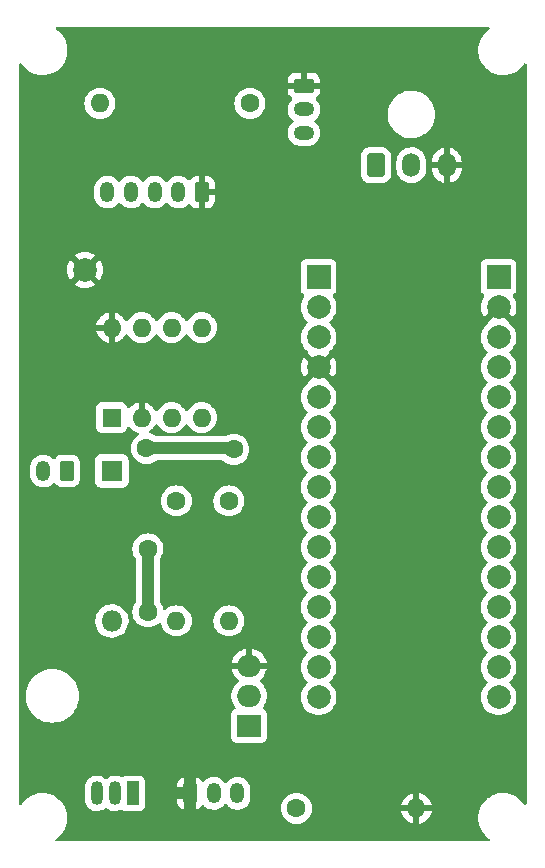
<source format=gbr>
%TF.GenerationSoftware,KiCad,Pcbnew,(6.0.0)*%
%TF.CreationDate,2022-05-13T18:09:15+02:00*%
%TF.ProjectId,Carte Bras ENORME Robot,43617274-6520-4427-9261-7320454e4f52,rev?*%
%TF.SameCoordinates,Original*%
%TF.FileFunction,Copper,L1,Top*%
%TF.FilePolarity,Positive*%
%FSLAX46Y46*%
G04 Gerber Fmt 4.6, Leading zero omitted, Abs format (unit mm)*
G04 Created by KiCad (PCBNEW (6.0.0)) date 2022-05-13 18:09:15*
%MOMM*%
%LPD*%
G01*
G04 APERTURE LIST*
G04 Aperture macros list*
%AMRoundRect*
0 Rectangle with rounded corners*
0 $1 Rounding radius*
0 $2 $3 $4 $5 $6 $7 $8 $9 X,Y pos of 4 corners*
0 Add a 4 corners polygon primitive as box body*
4,1,4,$2,$3,$4,$5,$6,$7,$8,$9,$2,$3,0*
0 Add four circle primitives for the rounded corners*
1,1,$1+$1,$2,$3*
1,1,$1+$1,$4,$5*
1,1,$1+$1,$6,$7*
1,1,$1+$1,$8,$9*
0 Add four rect primitives between the rounded corners*
20,1,$1+$1,$2,$3,$4,$5,0*
20,1,$1+$1,$4,$5,$6,$7,0*
20,1,$1+$1,$6,$7,$8,$9,0*
20,1,$1+$1,$8,$9,$2,$3,0*%
G04 Aperture macros list end*
%TA.AperFunction,ComponentPad*%
%ADD10RoundRect,0.250000X0.350000X0.625000X-0.350000X0.625000X-0.350000X-0.625000X0.350000X-0.625000X0*%
%TD*%
%TA.AperFunction,ComponentPad*%
%ADD11O,1.200000X1.750000*%
%TD*%
%TA.AperFunction,ComponentPad*%
%ADD12R,2.000000X2.000000*%
%TD*%
%TA.AperFunction,ComponentPad*%
%ADD13C,2.000000*%
%TD*%
%TA.AperFunction,ComponentPad*%
%ADD14C,1.600000*%
%TD*%
%TA.AperFunction,ComponentPad*%
%ADD15O,1.600000X1.600000*%
%TD*%
%TA.AperFunction,ComponentPad*%
%ADD16R,1.050000X2.000000*%
%TD*%
%TA.AperFunction,ComponentPad*%
%ADD17O,1.050000X2.000000*%
%TD*%
%TA.AperFunction,ComponentPad*%
%ADD18R,1.800000X1.800000*%
%TD*%
%TA.AperFunction,ComponentPad*%
%ADD19O,1.800000X1.800000*%
%TD*%
%TA.AperFunction,ComponentPad*%
%ADD20RoundRect,0.250000X-0.350000X-0.625000X0.350000X-0.625000X0.350000X0.625000X-0.350000X0.625000X0*%
%TD*%
%TA.AperFunction,ComponentPad*%
%ADD21R,2.000000X1.905000*%
%TD*%
%TA.AperFunction,ComponentPad*%
%ADD22O,2.000000X1.905000*%
%TD*%
%TA.AperFunction,ComponentPad*%
%ADD23R,1.600000X1.600000*%
%TD*%
%TA.AperFunction,ComponentPad*%
%ADD24RoundRect,0.250001X-0.499999X-0.759999X0.499999X-0.759999X0.499999X0.759999X-0.499999X0.759999X0*%
%TD*%
%TA.AperFunction,ComponentPad*%
%ADD25O,1.500000X2.020000*%
%TD*%
%TA.AperFunction,ComponentPad*%
%ADD26RoundRect,0.250000X-0.625000X0.350000X-0.625000X-0.350000X0.625000X-0.350000X0.625000X0.350000X0*%
%TD*%
%TA.AperFunction,ComponentPad*%
%ADD27O,1.750000X1.200000*%
%TD*%
%TA.AperFunction,SMDPad,CuDef*%
%ADD28C,2.000000*%
%TD*%
%TA.AperFunction,ViaPad*%
%ADD29C,1.600000*%
%TD*%
%TA.AperFunction,Conductor*%
%ADD30C,1.000000*%
%TD*%
G04 APERTURE END LIST*
D10*
%TO.P,BUS_CAN1,1,Pin_1*%
%TO.N,GND*%
X159000000Y-47514400D03*
D11*
%TO.P,BUS_CAN1,2,Pin_2*%
%TO.N,CAN_H*%
X157000000Y-47514400D03*
%TO.P,BUS_CAN1,3,Pin_3*%
%TO.N,CAN_L*%
X155000000Y-47514400D03*
%TO.P,BUS_CAN1,4,Pin_4*%
%TO.N,+5V*%
X153000000Y-47514400D03*
%TO.P,BUS_CAN1,5,Pin_5*%
%TO.N,+12V*%
X151000000Y-47514400D03*
%TD*%
D12*
%TO.P,STM32FM303K8,3.1,PA9*%
%TO.N,unconnected-(STM32FM303K8-Pad3.1)*%
X168880000Y-54720000D03*
D13*
%TO.P,STM32FM303K8,3.2,PA10*%
%TO.N,unconnected-(STM32FM303K8-Pad3.2)*%
X168880000Y-57260000D03*
%TO.P,STM32FM303K8,3.3,NRST*%
%TO.N,unconnected-(STM32FM303K8-Pad3.3)*%
X168880000Y-59800000D03*
%TO.P,STM32FM303K8,3.4,GND*%
%TO.N,GND*%
X168880000Y-62340000D03*
%TO.P,STM32FM303K8,3.5,PA12*%
%TO.N,CAN_TX*%
X168880000Y-64880000D03*
%TO.P,STM32FM303K8,3.6,PB0*%
%TO.N,unconnected-(STM32FM303K8-Pad3.6)*%
X168880000Y-67420000D03*
%TO.P,STM32FM303K8,3.7,PB7*%
%TO.N,unconnected-(STM32FM303K8-Pad3.7)*%
X168880000Y-69960000D03*
%TO.P,STM32FM303K8,3.8,PB6*%
%TO.N,POMPE*%
X168880000Y-72500000D03*
%TO.P,STM32FM303K8,3.9,PB1*%
%TO.N,MOT1*%
X168880000Y-75040000D03*
%TO.P,STM32FM303K8,3.10,PF0*%
%TO.N,MOT2*%
X168880000Y-77580000D03*
%TO.P,STM32FM303K8,3.11,PF1*%
%TO.N,unconnected-(STM32FM303K8-Pad3.11)*%
X168880000Y-80120000D03*
%TO.P,STM32FM303K8,3.12,PA8*%
%TO.N,unconnected-(STM32FM303K8-Pad3.12)*%
X168880000Y-82660000D03*
%TO.P,STM32FM303K8,3.13,PA11*%
%TO.N,CAN_RX*%
X168880000Y-85200000D03*
%TO.P,STM32FM303K8,3.14,PB5*%
%TO.N,unconnected-(STM32FM303K8-Pad3.14)*%
X168880000Y-87740000D03*
%TO.P,STM32FM303K8,3.15,PB4*%
%TO.N,unconnected-(STM32FM303K8-Pad3.15)*%
X168880000Y-90280000D03*
D12*
%TO.P,STM32FM303K8,4.1,VIN*%
%TO.N,unconnected-(STM32FM303K8-Pad4.1)*%
X184120000Y-54720000D03*
D13*
%TO.P,STM32FM303K8,4.2,GND*%
%TO.N,GND*%
X184120000Y-57260000D03*
%TO.P,STM32FM303K8,4.3,NRST*%
%TO.N,unconnected-(STM32FM303K8-Pad4.3)*%
X184120000Y-59800000D03*
%TO.P,STM32FM303K8,4.4,+5V*%
%TO.N,+5V*%
X184120000Y-62340000D03*
%TO.P,STM32FM303K8,4.5,PA2*%
%TO.N,unconnected-(STM32FM303K8-Pad4.5)*%
X184120000Y-64880000D03*
%TO.P,STM32FM303K8,4.6,PA7*%
%TO.N,unconnected-(STM32FM303K8-Pad4.6)*%
X184120000Y-67420000D03*
%TO.P,STM32FM303K8,4.7,PA6*%
%TO.N,unconnected-(STM32FM303K8-Pad4.7)*%
X184120000Y-69960000D03*
%TO.P,STM32FM303K8,4.8,PA5*%
%TO.N,unconnected-(STM32FM303K8-Pad4.8)*%
X184120000Y-72500000D03*
%TO.P,STM32FM303K8,4.9,PA4*%
%TO.N,unconnected-(STM32FM303K8-Pad4.9)*%
X184120000Y-75040000D03*
%TO.P,STM32FM303K8,4.10,PA3*%
%TO.N,unconnected-(STM32FM303K8-Pad4.10)*%
X184120000Y-77580000D03*
%TO.P,STM32FM303K8,4.11,PA1*%
%TO.N,unconnected-(STM32FM303K8-Pad4.11)*%
X184120000Y-80120000D03*
%TO.P,STM32FM303K8,4.12,PA0*%
%TO.N,unconnected-(STM32FM303K8-Pad4.12)*%
X184120000Y-82660000D03*
%TO.P,STM32FM303K8,4.13,AREF*%
%TO.N,unconnected-(STM32FM303K8-Pad4.13)*%
X184120000Y-85200000D03*
%TO.P,STM32FM303K8,4.14,+3V3*%
%TO.N,+3V3*%
X184120000Y-87740000D03*
%TO.P,STM32FM303K8,4.15,PB3*%
%TO.N,unconnected-(STM32FM303K8-Pad4.15)*%
X184120000Y-90280000D03*
%TD*%
D14*
%TO.P,R1,1*%
%TO.N,Net-(Q1-Pad1)*%
X167005000Y-99695000D03*
D15*
%TO.P,R1,2*%
%TO.N,GND*%
X177165000Y-99695000D03*
%TD*%
D16*
%TO.P,Q1,1,C*%
%TO.N,Net-(Q1-Pad1)*%
X153162000Y-98425000D03*
D17*
%TO.P,Q1,2,B*%
%TO.N,Net-(Q1-Pad2)*%
X151638000Y-98425000D03*
%TO.P,Q1,3,E*%
%TO.N,+5V*%
X150114000Y-98425000D03*
%TD*%
D18*
%TO.P,D1,1,K*%
%TO.N,+12V*%
X151384000Y-71120000D03*
D19*
%TO.P,D1,2,A*%
%TO.N,Net-(D1-Pad2)*%
X151384000Y-83820000D03*
%TD*%
D14*
%TO.P,R4,1*%
%TO.N,POMPE*%
X161290000Y-73660000D03*
D15*
%TO.P,R4,2*%
%TO.N,Net-(Q1-Pad2)*%
X161290000Y-83820000D03*
%TD*%
D20*
%TO.P,SERVO2,1,Pin_1*%
%TO.N,GND*%
X158000000Y-98425000D03*
D11*
%TO.P,SERVO2,2,Pin_2*%
%TO.N,+12V*%
X160000000Y-98425000D03*
%TO.P,SERVO2,3,Pin_3*%
%TO.N,MOT2*%
X162000000Y-98425000D03*
%TD*%
D14*
%TO.P,R2,1*%
%TO.N,CAN_H*%
X163068000Y-40005000D03*
D15*
%TO.P,R2,2*%
%TO.N,CAN_L*%
X150368000Y-40005000D03*
%TD*%
D10*
%TO.P,PompeAVide1,1,Pin_1*%
%TO.N,Net-(D1-Pad2)*%
X147574000Y-71120000D03*
D11*
%TO.P,PompeAVide1,2,Pin_2*%
%TO.N,+12V*%
X145574000Y-71120000D03*
%TD*%
D14*
%TO.P,R3,1*%
%TO.N,+5V*%
X156845000Y-73660000D03*
D15*
%TO.P,R3,2*%
%TO.N,Net-(Q1-Pad2)*%
X156845000Y-83820000D03*
%TD*%
D21*
%TO.P,U2,1*%
%TO.N,Net-(Q1-Pad1)*%
X163000000Y-92710000D03*
D22*
%TO.P,U2,2*%
%TO.N,Net-(D1-Pad2)*%
X163000000Y-90170000D03*
%TO.P,U2,3*%
%TO.N,GND*%
X163000000Y-87630000D03*
%TD*%
D23*
%TO.P,U1,1,TXD*%
%TO.N,CAN_TX*%
X151350000Y-66600000D03*
D15*
%TO.P,U1,2,VSS*%
%TO.N,GND*%
X153890000Y-66600000D03*
%TO.P,U1,3,VDD*%
%TO.N,+5V*%
X156430000Y-66600000D03*
%TO.P,U1,4,RXD*%
%TO.N,CAN_RX*%
X158970000Y-66600000D03*
%TO.P,U1,5,Vref*%
%TO.N,unconnected-(U1-Pad5)*%
X158970000Y-58980000D03*
%TO.P,U1,6,CANL*%
%TO.N,CAN_L*%
X156430000Y-58980000D03*
%TO.P,U1,7,CANH*%
%TO.N,CAN_H*%
X153890000Y-58980000D03*
%TO.P,U1,8,Rs*%
%TO.N,GND*%
X151350000Y-58980000D03*
%TD*%
D24*
%TO.P,JS1,1*%
%TO.N,MOT1*%
X173736000Y-45245000D03*
D25*
%TO.P,JS1,2*%
%TO.N,+5V*%
X176736000Y-45245000D03*
%TO.P,JS1,3*%
%TO.N,GND*%
X179736000Y-45245000D03*
%TD*%
D26*
%TO.P,SERVO1,1,Pin_1*%
%TO.N,GND*%
X167640000Y-38500000D03*
D27*
%TO.P,SERVO1,2,Pin_2*%
%TO.N,+5V*%
X167640000Y-40500000D03*
%TO.P,SERVO1,3,Pin_3*%
%TO.N,MOT1*%
X167640000Y-42500000D03*
%TD*%
D28*
%TO.P,,1,1*%
%TO.N,GND*%
X149098000Y-54102000D03*
%TD*%
D29*
%TO.N,GND*%
X145288000Y-86360000D03*
X165200000Y-79200000D03*
X153924000Y-71882000D03*
X164592000Y-94996000D03*
X157226000Y-39370000D03*
X158496000Y-85852000D03*
X171704000Y-54864000D03*
X160274000Y-85852000D03*
X160274000Y-94488000D03*
X173990000Y-81788000D03*
X169926000Y-95758000D03*
X148590000Y-64008000D03*
X165000000Y-53500000D03*
X157734000Y-91440000D03*
X183388000Y-94742000D03*
X151638000Y-87122000D03*
X159004000Y-78740000D03*
X146050000Y-46228000D03*
X178816000Y-76962000D03*
X171704000Y-67818000D03*
X165354000Y-97536000D03*
X175006000Y-37846000D03*
X159600000Y-53400000D03*
%TO.N,+5V*%
X154432000Y-83058000D03*
X154432000Y-77724000D03*
%TO.N,CAN_TX*%
X161700000Y-69300000D03*
X154305000Y-69215000D03*
%TD*%
D30*
%TO.N,+5V*%
X154432000Y-77724000D02*
X154432000Y-83058000D01*
%TO.N,CAN_TX*%
X161615000Y-69215000D02*
X154305000Y-69215000D01*
X161700000Y-69300000D02*
X161615000Y-69215000D01*
%TD*%
%TA.AperFunction,Conductor*%
%TO.N,GND*%
G36*
X183337061Y-33528002D02*
G01*
X183383554Y-33581658D01*
X183393658Y-33651932D01*
X183364164Y-33716512D01*
X183341391Y-33737087D01*
X183169977Y-33857559D01*
X183154892Y-33871577D01*
X182991999Y-34022947D01*
X182959378Y-34053260D01*
X182777287Y-34275732D01*
X182627073Y-34520858D01*
X182511517Y-34784102D01*
X182432756Y-35060594D01*
X182392249Y-35345216D01*
X182392227Y-35349505D01*
X182392226Y-35349512D01*
X182390765Y-35628417D01*
X182390743Y-35632703D01*
X182428268Y-35917734D01*
X182504129Y-36195036D01*
X182616923Y-36459476D01*
X182628693Y-36479142D01*
X182721748Y-36634625D01*
X182764561Y-36706161D01*
X182944313Y-36930528D01*
X183152851Y-37128423D01*
X183386317Y-37296186D01*
X183390112Y-37298195D01*
X183390113Y-37298196D01*
X183411869Y-37309715D01*
X183640392Y-37430712D01*
X183910373Y-37529511D01*
X184191264Y-37590755D01*
X184219841Y-37593004D01*
X184414282Y-37608307D01*
X184414291Y-37608307D01*
X184416739Y-37608500D01*
X184572271Y-37608500D01*
X184574407Y-37608354D01*
X184574418Y-37608354D01*
X184782548Y-37594165D01*
X184782554Y-37594164D01*
X184786825Y-37593873D01*
X184791020Y-37593004D01*
X184791022Y-37593004D01*
X184964401Y-37557099D01*
X185068342Y-37535574D01*
X185339343Y-37439607D01*
X185594812Y-37307750D01*
X185598313Y-37305289D01*
X185598317Y-37305287D01*
X185712418Y-37225095D01*
X185830023Y-37142441D01*
X186040622Y-36946740D01*
X186222713Y-36724268D01*
X186224948Y-36720621D01*
X186224960Y-36720604D01*
X186258568Y-36665760D01*
X186311215Y-36618129D01*
X186381257Y-36606522D01*
X186446454Y-36634625D01*
X186486108Y-36693516D01*
X186492000Y-36731595D01*
X186492000Y-99266636D01*
X186471998Y-99334757D01*
X186418342Y-99381250D01*
X186348068Y-99391354D01*
X186283488Y-99361860D01*
X186257884Y-99331342D01*
X186237643Y-99297521D01*
X186237640Y-99297517D01*
X186235439Y-99293839D01*
X186055687Y-99069472D01*
X185847149Y-98871577D01*
X185613683Y-98703814D01*
X185592691Y-98692699D01*
X185568654Y-98679972D01*
X185359608Y-98569288D01*
X185089627Y-98470489D01*
X184808736Y-98409245D01*
X184777685Y-98406801D01*
X184585718Y-98391693D01*
X184585709Y-98391693D01*
X184583261Y-98391500D01*
X184427729Y-98391500D01*
X184425593Y-98391646D01*
X184425582Y-98391646D01*
X184217452Y-98405835D01*
X184217446Y-98405836D01*
X184213175Y-98406127D01*
X184208980Y-98406996D01*
X184208978Y-98406996D01*
X184112223Y-98427033D01*
X183931658Y-98464426D01*
X183660657Y-98560393D01*
X183405188Y-98692250D01*
X183401687Y-98694711D01*
X183401683Y-98694713D01*
X183287582Y-98774905D01*
X183169977Y-98857559D01*
X183154892Y-98871577D01*
X182969893Y-99043489D01*
X182959378Y-99053260D01*
X182777287Y-99275732D01*
X182627073Y-99520858D01*
X182625347Y-99524791D01*
X182625346Y-99524792D01*
X182513517Y-99779546D01*
X182511517Y-99784102D01*
X182510342Y-99788229D01*
X182510341Y-99788230D01*
X182503509Y-99812213D01*
X182432756Y-100060594D01*
X182392249Y-100345216D01*
X182392227Y-100349505D01*
X182392226Y-100349512D01*
X182390765Y-100628417D01*
X182390743Y-100632703D01*
X182391302Y-100636947D01*
X182391302Y-100636951D01*
X182400126Y-100703972D01*
X182428268Y-100917734D01*
X182429401Y-100921874D01*
X182429401Y-100921876D01*
X182444344Y-100976498D01*
X182504129Y-101195036D01*
X182505813Y-101198984D01*
X182536999Y-101272097D01*
X182616923Y-101459476D01*
X182628693Y-101479142D01*
X182701804Y-101601301D01*
X182764561Y-101706161D01*
X182944313Y-101930528D01*
X183152851Y-102128423D01*
X183329211Y-102255151D01*
X183341078Y-102263678D01*
X183384726Y-102319672D01*
X183391172Y-102390376D01*
X183358369Y-102453340D01*
X183296733Y-102488574D01*
X183267552Y-102492000D01*
X146731060Y-102492000D01*
X146662939Y-102471998D01*
X146616446Y-102418342D01*
X146606342Y-102348068D01*
X146635836Y-102283488D01*
X146658609Y-102262913D01*
X146730670Y-102212268D01*
X146830023Y-102142441D01*
X146908403Y-102069606D01*
X147037479Y-101949661D01*
X147037481Y-101949658D01*
X147040622Y-101946740D01*
X147222713Y-101724268D01*
X147372927Y-101479142D01*
X147488483Y-101215898D01*
X147567244Y-100939406D01*
X147607751Y-100654784D01*
X147607845Y-100636951D01*
X147609235Y-100371583D01*
X147609235Y-100371576D01*
X147609257Y-100367297D01*
X147606521Y-100346511D01*
X147580547Y-100149225D01*
X147571732Y-100082266D01*
X147495871Y-99804964D01*
X147436310Y-99665326D01*
X147384763Y-99544476D01*
X147384761Y-99544472D01*
X147383077Y-99540524D01*
X147288125Y-99381871D01*
X147237643Y-99297521D01*
X147237640Y-99297517D01*
X147235439Y-99293839D01*
X147055687Y-99069472D01*
X146930848Y-98951004D01*
X149080500Y-98951004D01*
X149095277Y-99101713D01*
X149153858Y-99295742D01*
X149249010Y-99474698D01*
X149377110Y-99631763D01*
X149381857Y-99635690D01*
X149381859Y-99635692D01*
X149528528Y-99757027D01*
X149528531Y-99757029D01*
X149533278Y-99760956D01*
X149711565Y-99857356D01*
X149780733Y-99878767D01*
X149899293Y-99915468D01*
X149899296Y-99915469D01*
X149905180Y-99917290D01*
X149911305Y-99917934D01*
X149911306Y-99917934D01*
X150100622Y-99937832D01*
X150100623Y-99937832D01*
X150106750Y-99938476D01*
X150190014Y-99930898D01*
X150302457Y-99920665D01*
X150302460Y-99920664D01*
X150308596Y-99920106D01*
X150314502Y-99918368D01*
X150314506Y-99918367D01*
X150497120Y-99864620D01*
X150497119Y-99864620D01*
X150503029Y-99862881D01*
X150508486Y-99860028D01*
X150508489Y-99860027D01*
X150615902Y-99803873D01*
X150682645Y-99768981D01*
X150797464Y-99676664D01*
X150863086Y-99649568D01*
X150932941Y-99662251D01*
X150956724Y-99677771D01*
X151057278Y-99760956D01*
X151235565Y-99857356D01*
X151304733Y-99878767D01*
X151423293Y-99915468D01*
X151423296Y-99915469D01*
X151429180Y-99917290D01*
X151435305Y-99917934D01*
X151435306Y-99917934D01*
X151624622Y-99937832D01*
X151624623Y-99937832D01*
X151630750Y-99938476D01*
X151714014Y-99930898D01*
X151826457Y-99920665D01*
X151826460Y-99920664D01*
X151832596Y-99920106D01*
X151838502Y-99918368D01*
X151838506Y-99918367D01*
X152021120Y-99864620D01*
X152021119Y-99864620D01*
X152027029Y-99862881D01*
X152032486Y-99860028D01*
X152032489Y-99860027D01*
X152160630Y-99793037D01*
X152230266Y-99779203D01*
X152294570Y-99803873D01*
X152390295Y-99875615D01*
X152526684Y-99926745D01*
X152588866Y-99933500D01*
X153735134Y-99933500D01*
X153797316Y-99926745D01*
X153933705Y-99875615D01*
X154050261Y-99788261D01*
X154137615Y-99671705D01*
X154188745Y-99535316D01*
X154195500Y-99473134D01*
X154195500Y-99097095D01*
X156892001Y-99097095D01*
X156892338Y-99103614D01*
X156902257Y-99199206D01*
X156905149Y-99212600D01*
X156956588Y-99366784D01*
X156962761Y-99379962D01*
X157048063Y-99517807D01*
X157057099Y-99529208D01*
X157171829Y-99643739D01*
X157183240Y-99652751D01*
X157321243Y-99737816D01*
X157334424Y-99743963D01*
X157487854Y-99794854D01*
X157496675Y-99793218D01*
X157500000Y-99780979D01*
X157500000Y-99779546D01*
X158500000Y-99779546D01*
X158504204Y-99793864D01*
X158511577Y-99795072D01*
X158512599Y-99794852D01*
X158666784Y-99743412D01*
X158679962Y-99737239D01*
X158817807Y-99651937D01*
X158829208Y-99642901D01*
X158943739Y-99528171D01*
X158952751Y-99516760D01*
X158980745Y-99471345D01*
X159033517Y-99423852D01*
X159103589Y-99412428D01*
X159168713Y-99440702D01*
X159187088Y-99459625D01*
X159193604Y-99467920D01*
X159198135Y-99471852D01*
X159198138Y-99471855D01*
X159281827Y-99544476D01*
X159353363Y-99606552D01*
X159358549Y-99609552D01*
X159358553Y-99609555D01*
X159449642Y-99662251D01*
X159536454Y-99712473D01*
X159736271Y-99781861D01*
X159742206Y-99782722D01*
X159742208Y-99782722D01*
X159939664Y-99811352D01*
X159939667Y-99811352D01*
X159945604Y-99812213D01*
X160156899Y-99802433D01*
X160329003Y-99760956D01*
X160356701Y-99754281D01*
X160356703Y-99754280D01*
X160362534Y-99752875D01*
X160367992Y-99750393D01*
X160367996Y-99750392D01*
X160525252Y-99678891D01*
X160555087Y-99665326D01*
X160727611Y-99542946D01*
X160873881Y-99390150D01*
X160880459Y-99379962D01*
X160894746Y-99357837D01*
X160948501Y-99311460D01*
X161018797Y-99301507D01*
X161083314Y-99331139D01*
X161099681Y-99348351D01*
X161193604Y-99467920D01*
X161198135Y-99471852D01*
X161198138Y-99471855D01*
X161281827Y-99544476D01*
X161353363Y-99606552D01*
X161358549Y-99609552D01*
X161358553Y-99609555D01*
X161449642Y-99662251D01*
X161536454Y-99712473D01*
X161736271Y-99781861D01*
X161742206Y-99782722D01*
X161742208Y-99782722D01*
X161939664Y-99811352D01*
X161939667Y-99811352D01*
X161945604Y-99812213D01*
X162156899Y-99802433D01*
X162329003Y-99760956D01*
X162356701Y-99754281D01*
X162356703Y-99754280D01*
X162362534Y-99752875D01*
X162367992Y-99750393D01*
X162367996Y-99750392D01*
X162489823Y-99695000D01*
X165691502Y-99695000D01*
X165711457Y-99923087D01*
X165712881Y-99928400D01*
X165712881Y-99928402D01*
X165755250Y-100086522D01*
X165770716Y-100144243D01*
X165773039Y-100149224D01*
X165773039Y-100149225D01*
X165865151Y-100346762D01*
X165865154Y-100346767D01*
X165867477Y-100351749D01*
X165998802Y-100539300D01*
X166160700Y-100701198D01*
X166165208Y-100704355D01*
X166165211Y-100704357D01*
X166243389Y-100759098D01*
X166348251Y-100832523D01*
X166353233Y-100834846D01*
X166353238Y-100834849D01*
X166539870Y-100921876D01*
X166555757Y-100929284D01*
X166561065Y-100930706D01*
X166561067Y-100930707D01*
X166771598Y-100987119D01*
X166771600Y-100987119D01*
X166776913Y-100988543D01*
X167005000Y-101008498D01*
X167233087Y-100988543D01*
X167238400Y-100987119D01*
X167238402Y-100987119D01*
X167448933Y-100930707D01*
X167448935Y-100930706D01*
X167454243Y-100929284D01*
X167470130Y-100921876D01*
X167656762Y-100834849D01*
X167656767Y-100834846D01*
X167661749Y-100832523D01*
X167766611Y-100759098D01*
X167844789Y-100704357D01*
X167844792Y-100704355D01*
X167849300Y-100701198D01*
X168011198Y-100539300D01*
X168142523Y-100351749D01*
X168144846Y-100346767D01*
X168144849Y-100346762D01*
X168236961Y-100149225D01*
X168236961Y-100149224D01*
X168239284Y-100144243D01*
X168254751Y-100086522D01*
X168288245Y-99961522D01*
X175882273Y-99961522D01*
X175929764Y-100138761D01*
X175933510Y-100149053D01*
X176025586Y-100346511D01*
X176031069Y-100356007D01*
X176156028Y-100534467D01*
X176163084Y-100542875D01*
X176317125Y-100696916D01*
X176325533Y-100703972D01*
X176503993Y-100828931D01*
X176513489Y-100834414D01*
X176710947Y-100926490D01*
X176721239Y-100930236D01*
X176893503Y-100976394D01*
X176907599Y-100976058D01*
X176911000Y-100968116D01*
X176911000Y-100962967D01*
X177419000Y-100962967D01*
X177422973Y-100976498D01*
X177431522Y-100977727D01*
X177608761Y-100930236D01*
X177619053Y-100926490D01*
X177816511Y-100834414D01*
X177826007Y-100828931D01*
X178004467Y-100703972D01*
X178012875Y-100696916D01*
X178166916Y-100542875D01*
X178173972Y-100534467D01*
X178298931Y-100356007D01*
X178304414Y-100346511D01*
X178396490Y-100149053D01*
X178400236Y-100138761D01*
X178446394Y-99966497D01*
X178446058Y-99952401D01*
X178438116Y-99949000D01*
X177437115Y-99949000D01*
X177421876Y-99953475D01*
X177420671Y-99954865D01*
X177419000Y-99962548D01*
X177419000Y-100962967D01*
X176911000Y-100962967D01*
X176911000Y-99967115D01*
X176906525Y-99951876D01*
X176905135Y-99950671D01*
X176897452Y-99949000D01*
X175897033Y-99949000D01*
X175883502Y-99952973D01*
X175882273Y-99961522D01*
X168288245Y-99961522D01*
X168297119Y-99928402D01*
X168297119Y-99928400D01*
X168298543Y-99923087D01*
X168318498Y-99695000D01*
X168298543Y-99466913D01*
X168288244Y-99428478D01*
X168286911Y-99423503D01*
X175883606Y-99423503D01*
X175883942Y-99437599D01*
X175891884Y-99441000D01*
X176892885Y-99441000D01*
X176908124Y-99436525D01*
X176909329Y-99435135D01*
X176911000Y-99427452D01*
X176911000Y-99422885D01*
X177419000Y-99422885D01*
X177423475Y-99438124D01*
X177424865Y-99439329D01*
X177432548Y-99441000D01*
X178432967Y-99441000D01*
X178446498Y-99437027D01*
X178447727Y-99428478D01*
X178400236Y-99251239D01*
X178396490Y-99240947D01*
X178304414Y-99043489D01*
X178298931Y-99033993D01*
X178173972Y-98855533D01*
X178166916Y-98847125D01*
X178012875Y-98693084D01*
X178004467Y-98686028D01*
X177826007Y-98561069D01*
X177816511Y-98555586D01*
X177619053Y-98463510D01*
X177608761Y-98459764D01*
X177436497Y-98413606D01*
X177422401Y-98413942D01*
X177419000Y-98421884D01*
X177419000Y-99422885D01*
X176911000Y-99422885D01*
X176911000Y-98427033D01*
X176907027Y-98413502D01*
X176898478Y-98412273D01*
X176721239Y-98459764D01*
X176710947Y-98463510D01*
X176513489Y-98555586D01*
X176503993Y-98561069D01*
X176325533Y-98686028D01*
X176317125Y-98693084D01*
X176163084Y-98847125D01*
X176156028Y-98855533D01*
X176031069Y-99033993D01*
X176025586Y-99043489D01*
X175933510Y-99240947D01*
X175929764Y-99251239D01*
X175883606Y-99423503D01*
X168286911Y-99423503D01*
X168240707Y-99251067D01*
X168240706Y-99251065D01*
X168239284Y-99245757D01*
X168217577Y-99199206D01*
X168144849Y-99043238D01*
X168144846Y-99043233D01*
X168142523Y-99038251D01*
X168027882Y-98874527D01*
X168014357Y-98855211D01*
X168014355Y-98855208D01*
X168011198Y-98850700D01*
X167849300Y-98688802D01*
X167844792Y-98685645D01*
X167844789Y-98685643D01*
X167766611Y-98630902D01*
X167661749Y-98557477D01*
X167656767Y-98555154D01*
X167656762Y-98555151D01*
X167459225Y-98463039D01*
X167459224Y-98463039D01*
X167454243Y-98460716D01*
X167448935Y-98459294D01*
X167448933Y-98459293D01*
X167238402Y-98402881D01*
X167238400Y-98402881D01*
X167233087Y-98401457D01*
X167005000Y-98381502D01*
X166776913Y-98401457D01*
X166771600Y-98402881D01*
X166771598Y-98402881D01*
X166561067Y-98459293D01*
X166561065Y-98459294D01*
X166555757Y-98460716D01*
X166550776Y-98463039D01*
X166550775Y-98463039D01*
X166353238Y-98555151D01*
X166353233Y-98555154D01*
X166348251Y-98557477D01*
X166243389Y-98630902D01*
X166165211Y-98685643D01*
X166165208Y-98685645D01*
X166160700Y-98688802D01*
X165998802Y-98850700D01*
X165995645Y-98855208D01*
X165995643Y-98855211D01*
X165982118Y-98874527D01*
X165867477Y-99038251D01*
X165865154Y-99043233D01*
X165865151Y-99043238D01*
X165792423Y-99199206D01*
X165770716Y-99245757D01*
X165769294Y-99251065D01*
X165769293Y-99251067D01*
X165721756Y-99428478D01*
X165711457Y-99466913D01*
X165691502Y-99695000D01*
X162489823Y-99695000D01*
X162525252Y-99678891D01*
X162555087Y-99665326D01*
X162727611Y-99542946D01*
X162873881Y-99390150D01*
X162988620Y-99212452D01*
X163035721Y-99095580D01*
X163065442Y-99021832D01*
X163065443Y-99021829D01*
X163067686Y-99016263D01*
X163108228Y-98808663D01*
X163108500Y-98803101D01*
X163108500Y-98097154D01*
X163093452Y-97939434D01*
X163033908Y-97736466D01*
X163031164Y-97731138D01*
X162939804Y-97553751D01*
X162939802Y-97553748D01*
X162937058Y-97548420D01*
X162806396Y-97382080D01*
X162801865Y-97378148D01*
X162801862Y-97378145D01*
X162651167Y-97247379D01*
X162646637Y-97243448D01*
X162641451Y-97240448D01*
X162641447Y-97240445D01*
X162468742Y-97140533D01*
X162463546Y-97137527D01*
X162263729Y-97068139D01*
X162257794Y-97067278D01*
X162257792Y-97067278D01*
X162060336Y-97038648D01*
X162060333Y-97038648D01*
X162054396Y-97037787D01*
X161843101Y-97047567D01*
X161716138Y-97078165D01*
X161643299Y-97095719D01*
X161643297Y-97095720D01*
X161637466Y-97097125D01*
X161632008Y-97099607D01*
X161632004Y-97099608D01*
X161516959Y-97151916D01*
X161444913Y-97184674D01*
X161272389Y-97307054D01*
X161126119Y-97459850D01*
X161122866Y-97464888D01*
X161105254Y-97492163D01*
X161051499Y-97538540D01*
X160981203Y-97548493D01*
X160916686Y-97518861D01*
X160900317Y-97501647D01*
X160876435Y-97471243D01*
X160806396Y-97382080D01*
X160801865Y-97378148D01*
X160801862Y-97378145D01*
X160651167Y-97247379D01*
X160646637Y-97243448D01*
X160641451Y-97240448D01*
X160641447Y-97240445D01*
X160468742Y-97140533D01*
X160463546Y-97137527D01*
X160263729Y-97068139D01*
X160257794Y-97067278D01*
X160257792Y-97067278D01*
X160060336Y-97038648D01*
X160060333Y-97038648D01*
X160054396Y-97037787D01*
X159843101Y-97047567D01*
X159716138Y-97078165D01*
X159643299Y-97095719D01*
X159643297Y-97095720D01*
X159637466Y-97097125D01*
X159632008Y-97099607D01*
X159632004Y-97099608D01*
X159516959Y-97151916D01*
X159444913Y-97184674D01*
X159272389Y-97307054D01*
X159268251Y-97311377D01*
X159268246Y-97311381D01*
X159180836Y-97402691D01*
X159119280Y-97438067D01*
X159048371Y-97434548D01*
X158990621Y-97393251D01*
X158982674Y-97381863D01*
X158951937Y-97332193D01*
X158942901Y-97320792D01*
X158828171Y-97206261D01*
X158816760Y-97197249D01*
X158678757Y-97112184D01*
X158665576Y-97106037D01*
X158512146Y-97055146D01*
X158503325Y-97056782D01*
X158500000Y-97069021D01*
X158500000Y-99779546D01*
X157500000Y-99779546D01*
X157500000Y-98943115D01*
X157495525Y-98927876D01*
X157494135Y-98926671D01*
X157486452Y-98925000D01*
X156910116Y-98925000D01*
X156894877Y-98929475D01*
X156893672Y-98930865D01*
X156892001Y-98938548D01*
X156892001Y-99097095D01*
X154195500Y-99097095D01*
X154195500Y-97906885D01*
X156892000Y-97906885D01*
X156896475Y-97922124D01*
X156897865Y-97923329D01*
X156905548Y-97925000D01*
X157481885Y-97925000D01*
X157497124Y-97920525D01*
X157498329Y-97919135D01*
X157500000Y-97911452D01*
X157500000Y-97070454D01*
X157495796Y-97056136D01*
X157488423Y-97054928D01*
X157487401Y-97055148D01*
X157333216Y-97106588D01*
X157320038Y-97112761D01*
X157182193Y-97198063D01*
X157170792Y-97207099D01*
X157056261Y-97321829D01*
X157047249Y-97333240D01*
X156962184Y-97471243D01*
X156956037Y-97484424D01*
X156904862Y-97638710D01*
X156901995Y-97652086D01*
X156892328Y-97746438D01*
X156892000Y-97752855D01*
X156892000Y-97906885D01*
X154195500Y-97906885D01*
X154195500Y-97376866D01*
X154188745Y-97314684D01*
X154137615Y-97178295D01*
X154050261Y-97061739D01*
X153933705Y-96974385D01*
X153797316Y-96923255D01*
X153735134Y-96916500D01*
X152588866Y-96916500D01*
X152526684Y-96923255D01*
X152390295Y-96974385D01*
X152383110Y-96979770D01*
X152383108Y-96979771D01*
X152294061Y-97046508D01*
X152227554Y-97071356D01*
X152158567Y-97056518D01*
X152123925Y-97037787D01*
X152040435Y-96992644D01*
X151943627Y-96962677D01*
X151852707Y-96934532D01*
X151852704Y-96934531D01*
X151846820Y-96932710D01*
X151840695Y-96932066D01*
X151840694Y-96932066D01*
X151651378Y-96912168D01*
X151651377Y-96912168D01*
X151645250Y-96911524D01*
X151561986Y-96919102D01*
X151449543Y-96929335D01*
X151449540Y-96929336D01*
X151443404Y-96929894D01*
X151437498Y-96931632D01*
X151437494Y-96931633D01*
X151302947Y-96971233D01*
X151248971Y-96987119D01*
X151243514Y-96989972D01*
X151243511Y-96989973D01*
X151159163Y-97034069D01*
X151069355Y-97081019D01*
X151064555Y-97084879D01*
X151064554Y-97084879D01*
X150954536Y-97173336D01*
X150888914Y-97200432D01*
X150819059Y-97187749D01*
X150795276Y-97172229D01*
X150694722Y-97089044D01*
X150516435Y-96992644D01*
X150419627Y-96962677D01*
X150328707Y-96934532D01*
X150328704Y-96934531D01*
X150322820Y-96932710D01*
X150316695Y-96932066D01*
X150316694Y-96932066D01*
X150127378Y-96912168D01*
X150127377Y-96912168D01*
X150121250Y-96911524D01*
X150037986Y-96919102D01*
X149925543Y-96929335D01*
X149925540Y-96929336D01*
X149919404Y-96929894D01*
X149913498Y-96931632D01*
X149913494Y-96931633D01*
X149778947Y-96971233D01*
X149724971Y-96987119D01*
X149719514Y-96989972D01*
X149719511Y-96989973D01*
X149635163Y-97034069D01*
X149545355Y-97081019D01*
X149387399Y-97208019D01*
X149257119Y-97363281D01*
X149254155Y-97368673D01*
X149254152Y-97368677D01*
X149171588Y-97518861D01*
X149159477Y-97540891D01*
X149098193Y-97734084D01*
X149080500Y-97891817D01*
X149080500Y-98951004D01*
X146930848Y-98951004D01*
X146847149Y-98871577D01*
X146613683Y-98703814D01*
X146592691Y-98692699D01*
X146568654Y-98679972D01*
X146359608Y-98569288D01*
X146089627Y-98470489D01*
X145808736Y-98409245D01*
X145777685Y-98406801D01*
X145585718Y-98391693D01*
X145585709Y-98391693D01*
X145583261Y-98391500D01*
X145427729Y-98391500D01*
X145425593Y-98391646D01*
X145425582Y-98391646D01*
X145217452Y-98405835D01*
X145217446Y-98405836D01*
X145213175Y-98406127D01*
X145208980Y-98406996D01*
X145208978Y-98406996D01*
X145112223Y-98427033D01*
X144931658Y-98464426D01*
X144660657Y-98560393D01*
X144405188Y-98692250D01*
X144401687Y-98694711D01*
X144401683Y-98694713D01*
X144287582Y-98774905D01*
X144169977Y-98857559D01*
X144154892Y-98871577D01*
X143969893Y-99043489D01*
X143959378Y-99053260D01*
X143777287Y-99275732D01*
X143775052Y-99279379D01*
X143775040Y-99279396D01*
X143741432Y-99334240D01*
X143688785Y-99381871D01*
X143618743Y-99393478D01*
X143553546Y-99365375D01*
X143513892Y-99306484D01*
X143508000Y-99268405D01*
X143508000Y-90170000D01*
X144076654Y-90170000D01*
X144076924Y-90174119D01*
X144083541Y-90275070D01*
X144096017Y-90465426D01*
X144096819Y-90469459D01*
X144096820Y-90469465D01*
X144150256Y-90738101D01*
X144153776Y-90755797D01*
X144155103Y-90759706D01*
X144155104Y-90759710D01*
X144231692Y-90985330D01*
X144248941Y-91036145D01*
X144283528Y-91106281D01*
X144357750Y-91256787D01*
X144379885Y-91301673D01*
X144382179Y-91305106D01*
X144525234Y-91519203D01*
X144544367Y-91547838D01*
X144547081Y-91550932D01*
X144547085Y-91550938D01*
X144736864Y-91767338D01*
X144739573Y-91770427D01*
X144742662Y-91773136D01*
X144959062Y-91962915D01*
X144959068Y-91962919D01*
X144962162Y-91965633D01*
X144965588Y-91967922D01*
X144965593Y-91967926D01*
X145149405Y-92090744D01*
X145208327Y-92130115D01*
X145212026Y-92131939D01*
X145212031Y-92131942D01*
X145348313Y-92199148D01*
X145473855Y-92261059D01*
X145477760Y-92262384D01*
X145477761Y-92262385D01*
X145750290Y-92354896D01*
X145750294Y-92354897D01*
X145754203Y-92356224D01*
X145758247Y-92357028D01*
X145758253Y-92357030D01*
X146040535Y-92413180D01*
X146040541Y-92413181D01*
X146044574Y-92413983D01*
X146048679Y-92414252D01*
X146048686Y-92414253D01*
X146335881Y-92433076D01*
X146340000Y-92433346D01*
X146344119Y-92433076D01*
X146631314Y-92414253D01*
X146631321Y-92414252D01*
X146635426Y-92413983D01*
X146639459Y-92413181D01*
X146639465Y-92413180D01*
X146921747Y-92357030D01*
X146921753Y-92357028D01*
X146925797Y-92356224D01*
X146929706Y-92354897D01*
X146929710Y-92354896D01*
X147202239Y-92262385D01*
X147202240Y-92262384D01*
X147206145Y-92261059D01*
X147331687Y-92199148D01*
X147467969Y-92131942D01*
X147467974Y-92131939D01*
X147471673Y-92130115D01*
X147530595Y-92090744D01*
X147714407Y-91967926D01*
X147714412Y-91967922D01*
X147717838Y-91965633D01*
X147720932Y-91962919D01*
X147720938Y-91962915D01*
X147937338Y-91773136D01*
X147940427Y-91770427D01*
X147943136Y-91767338D01*
X148132915Y-91550938D01*
X148132919Y-91550932D01*
X148135633Y-91547838D01*
X148154767Y-91519203D01*
X148297821Y-91305106D01*
X148300115Y-91301673D01*
X148322251Y-91256787D01*
X148396472Y-91106281D01*
X148431059Y-91036145D01*
X148448308Y-90985330D01*
X148524896Y-90759710D01*
X148524897Y-90759706D01*
X148526224Y-90755797D01*
X148529744Y-90738101D01*
X148583180Y-90469465D01*
X148583181Y-90469459D01*
X148583983Y-90465426D01*
X148596460Y-90275070D01*
X148596644Y-90272263D01*
X161490064Y-90272263D01*
X161526404Y-90509744D01*
X161563094Y-90621997D01*
X161599434Y-90733183D01*
X161599437Y-90733189D01*
X161601042Y-90738101D01*
X161603429Y-90742687D01*
X161603431Y-90742691D01*
X161608364Y-90752167D01*
X161711975Y-90951200D01*
X161828415Y-91106283D01*
X161853320Y-91172765D01*
X161838328Y-91242161D01*
X161788198Y-91292435D01*
X161771885Y-91299915D01*
X161761707Y-91303731D01*
X161761704Y-91303733D01*
X161753295Y-91306885D01*
X161636739Y-91394239D01*
X161549385Y-91510795D01*
X161498255Y-91647184D01*
X161491500Y-91709366D01*
X161491500Y-93710634D01*
X161498255Y-93772816D01*
X161549385Y-93909205D01*
X161636739Y-94025761D01*
X161753295Y-94113115D01*
X161889684Y-94164245D01*
X161951866Y-94171000D01*
X164048134Y-94171000D01*
X164110316Y-94164245D01*
X164246705Y-94113115D01*
X164363261Y-94025761D01*
X164450615Y-93909205D01*
X164501745Y-93772816D01*
X164508500Y-93710634D01*
X164508500Y-91709366D01*
X164501745Y-91647184D01*
X164450615Y-91510795D01*
X164363261Y-91394239D01*
X164246705Y-91306885D01*
X164226811Y-91299427D01*
X164170047Y-91256787D01*
X164145346Y-91190226D01*
X164160553Y-91120877D01*
X164172158Y-91103353D01*
X164265367Y-90985330D01*
X164265370Y-90985325D01*
X164268568Y-90981276D01*
X164276470Y-90966963D01*
X164382177Y-90775474D01*
X164382179Y-90775470D01*
X164384674Y-90770950D01*
X164388655Y-90759710D01*
X164463144Y-90549360D01*
X164463145Y-90549356D01*
X164464870Y-90544485D01*
X164468960Y-90521524D01*
X164506095Y-90313052D01*
X164506096Y-90313046D01*
X164507001Y-90307963D01*
X164507343Y-90280000D01*
X167366835Y-90280000D01*
X167385465Y-90516711D01*
X167440895Y-90747594D01*
X167442788Y-90752165D01*
X167442789Y-90752167D01*
X167525231Y-90951200D01*
X167531760Y-90966963D01*
X167534346Y-90971183D01*
X167653241Y-91165202D01*
X167653245Y-91165208D01*
X167655824Y-91169416D01*
X167810031Y-91349969D01*
X167990584Y-91504176D01*
X167994792Y-91506755D01*
X167994798Y-91506759D01*
X168066892Y-91550938D01*
X168193037Y-91628240D01*
X168197607Y-91630133D01*
X168197611Y-91630135D01*
X168397143Y-91712783D01*
X168412406Y-91719105D01*
X168492609Y-91738360D01*
X168638476Y-91773380D01*
X168638482Y-91773381D01*
X168643289Y-91774535D01*
X168880000Y-91793165D01*
X169116711Y-91774535D01*
X169121518Y-91773381D01*
X169121524Y-91773380D01*
X169267391Y-91738360D01*
X169347594Y-91719105D01*
X169362857Y-91712783D01*
X169562389Y-91630135D01*
X169562393Y-91630133D01*
X169566963Y-91628240D01*
X169693108Y-91550938D01*
X169765202Y-91506759D01*
X169765208Y-91506755D01*
X169769416Y-91504176D01*
X169949969Y-91349969D01*
X170104176Y-91169416D01*
X170106755Y-91165208D01*
X170106759Y-91165202D01*
X170225654Y-90971183D01*
X170228240Y-90966963D01*
X170234770Y-90951200D01*
X170317211Y-90752167D01*
X170317212Y-90752165D01*
X170319105Y-90747594D01*
X170374535Y-90516711D01*
X170393165Y-90280000D01*
X182606835Y-90280000D01*
X182625465Y-90516711D01*
X182680895Y-90747594D01*
X182682788Y-90752165D01*
X182682789Y-90752167D01*
X182765231Y-90951200D01*
X182771760Y-90966963D01*
X182774346Y-90971183D01*
X182893241Y-91165202D01*
X182893245Y-91165208D01*
X182895824Y-91169416D01*
X183050031Y-91349969D01*
X183230584Y-91504176D01*
X183234792Y-91506755D01*
X183234798Y-91506759D01*
X183306892Y-91550938D01*
X183433037Y-91628240D01*
X183437607Y-91630133D01*
X183437611Y-91630135D01*
X183637143Y-91712783D01*
X183652406Y-91719105D01*
X183732609Y-91738360D01*
X183878476Y-91773380D01*
X183878482Y-91773381D01*
X183883289Y-91774535D01*
X184120000Y-91793165D01*
X184356711Y-91774535D01*
X184361518Y-91773381D01*
X184361524Y-91773380D01*
X184507391Y-91738360D01*
X184587594Y-91719105D01*
X184602857Y-91712783D01*
X184802389Y-91630135D01*
X184802393Y-91630133D01*
X184806963Y-91628240D01*
X184933108Y-91550938D01*
X185005202Y-91506759D01*
X185005208Y-91506755D01*
X185009416Y-91504176D01*
X185189969Y-91349969D01*
X185344176Y-91169416D01*
X185346755Y-91165208D01*
X185346759Y-91165202D01*
X185465654Y-90971183D01*
X185468240Y-90966963D01*
X185474770Y-90951200D01*
X185557211Y-90752167D01*
X185557212Y-90752165D01*
X185559105Y-90747594D01*
X185614535Y-90516711D01*
X185633165Y-90280000D01*
X185614535Y-90043289D01*
X185613074Y-90037201D01*
X185574030Y-89874574D01*
X185559105Y-89812406D01*
X185557211Y-89807833D01*
X185470135Y-89597611D01*
X185470133Y-89597607D01*
X185468240Y-89593037D01*
X185465308Y-89588253D01*
X185346759Y-89394798D01*
X185346755Y-89394792D01*
X185344176Y-89390584D01*
X185189969Y-89210031D01*
X185186213Y-89206823D01*
X185186208Y-89206818D01*
X185067944Y-89105811D01*
X185029134Y-89046361D01*
X185028628Y-88975366D01*
X185067944Y-88914189D01*
X185186208Y-88813182D01*
X185186213Y-88813177D01*
X185189969Y-88809969D01*
X185344176Y-88629416D01*
X185346755Y-88625208D01*
X185346759Y-88625202D01*
X185465654Y-88431183D01*
X185468240Y-88426963D01*
X185559105Y-88207594D01*
X185590310Y-88077615D01*
X185613380Y-87981524D01*
X185613381Y-87981518D01*
X185614535Y-87976711D01*
X185633165Y-87740000D01*
X185614535Y-87503289D01*
X185559105Y-87272406D01*
X185557211Y-87267833D01*
X185470135Y-87057611D01*
X185470133Y-87057607D01*
X185468240Y-87053037D01*
X185456656Y-87034134D01*
X185346759Y-86854798D01*
X185346755Y-86854792D01*
X185344176Y-86850584D01*
X185189969Y-86670031D01*
X185186213Y-86666823D01*
X185186208Y-86666818D01*
X185067944Y-86565811D01*
X185029134Y-86506361D01*
X185028628Y-86435366D01*
X185067944Y-86374189D01*
X185186208Y-86273182D01*
X185186213Y-86273177D01*
X185189969Y-86269969D01*
X185344176Y-86089416D01*
X185346755Y-86085208D01*
X185346759Y-86085202D01*
X185465654Y-85891183D01*
X185468240Y-85886963D01*
X185559105Y-85667594D01*
X185614535Y-85436711D01*
X185633165Y-85200000D01*
X185614535Y-84963289D01*
X185599220Y-84899494D01*
X185560260Y-84737216D01*
X185560259Y-84737213D01*
X185559105Y-84732406D01*
X185530895Y-84664300D01*
X185470135Y-84517611D01*
X185470133Y-84517607D01*
X185468240Y-84513037D01*
X185442947Y-84471762D01*
X185346759Y-84314798D01*
X185346755Y-84314792D01*
X185344176Y-84310584D01*
X185189969Y-84130031D01*
X185186213Y-84126823D01*
X185186208Y-84126818D01*
X185067944Y-84025811D01*
X185029134Y-83966361D01*
X185028628Y-83895366D01*
X185067944Y-83834189D01*
X185186208Y-83733182D01*
X185186213Y-83733177D01*
X185189969Y-83729969D01*
X185344176Y-83549416D01*
X185346755Y-83545208D01*
X185346759Y-83545202D01*
X185465654Y-83351183D01*
X185468240Y-83346963D01*
X185476385Y-83327301D01*
X185557211Y-83132167D01*
X185557212Y-83132165D01*
X185559105Y-83127594D01*
X185578360Y-83047391D01*
X185613380Y-82901524D01*
X185613381Y-82901518D01*
X185614535Y-82896711D01*
X185633165Y-82660000D01*
X185614535Y-82423289D01*
X185612270Y-82413851D01*
X185572819Y-82249531D01*
X185559105Y-82192406D01*
X185557211Y-82187833D01*
X185470135Y-81977611D01*
X185470133Y-81977607D01*
X185468240Y-81973037D01*
X185465654Y-81968817D01*
X185346759Y-81774798D01*
X185346755Y-81774792D01*
X185344176Y-81770584D01*
X185189969Y-81590031D01*
X185186213Y-81586823D01*
X185186208Y-81586818D01*
X185067944Y-81485811D01*
X185029134Y-81426361D01*
X185028628Y-81355366D01*
X185067944Y-81294189D01*
X185186208Y-81193182D01*
X185186213Y-81193177D01*
X185189969Y-81189969D01*
X185344176Y-81009416D01*
X185346755Y-81005208D01*
X185346759Y-81005202D01*
X185465654Y-80811183D01*
X185468240Y-80806963D01*
X185559105Y-80587594D01*
X185614535Y-80356711D01*
X185633165Y-80120000D01*
X185614535Y-79883289D01*
X185559105Y-79652406D01*
X185468240Y-79433037D01*
X185465654Y-79428817D01*
X185346759Y-79234798D01*
X185346755Y-79234792D01*
X185344176Y-79230584D01*
X185189969Y-79050031D01*
X185186213Y-79046823D01*
X185186208Y-79046818D01*
X185067944Y-78945811D01*
X185029134Y-78886361D01*
X185028628Y-78815366D01*
X185067944Y-78754189D01*
X185186208Y-78653182D01*
X185186213Y-78653177D01*
X185189969Y-78649969D01*
X185344176Y-78469416D01*
X185346755Y-78465208D01*
X185346759Y-78465202D01*
X185465654Y-78271183D01*
X185468240Y-78266963D01*
X185504997Y-78178225D01*
X185557211Y-78052167D01*
X185557212Y-78052165D01*
X185559105Y-78047594D01*
X185614535Y-77816711D01*
X185633165Y-77580000D01*
X185614535Y-77343289D01*
X185559105Y-77112406D01*
X185542467Y-77072238D01*
X185470135Y-76897611D01*
X185470133Y-76897607D01*
X185468240Y-76893037D01*
X185457679Y-76875803D01*
X185346759Y-76694798D01*
X185346755Y-76694792D01*
X185344176Y-76690584D01*
X185189969Y-76510031D01*
X185186213Y-76506823D01*
X185186208Y-76506818D01*
X185067944Y-76405811D01*
X185029134Y-76346361D01*
X185028628Y-76275366D01*
X185067944Y-76214189D01*
X185186208Y-76113182D01*
X185186213Y-76113177D01*
X185189969Y-76109969D01*
X185344176Y-75929416D01*
X185346755Y-75925208D01*
X185346759Y-75925202D01*
X185465654Y-75731183D01*
X185468240Y-75726963D01*
X185559105Y-75507594D01*
X185614535Y-75276711D01*
X185633165Y-75040000D01*
X185614535Y-74803289D01*
X185559105Y-74572406D01*
X185530895Y-74504300D01*
X185470135Y-74357611D01*
X185470133Y-74357607D01*
X185468240Y-74353037D01*
X185442947Y-74311762D01*
X185346759Y-74154798D01*
X185346755Y-74154792D01*
X185344176Y-74150584D01*
X185189969Y-73970031D01*
X185186213Y-73966823D01*
X185186208Y-73966818D01*
X185067944Y-73865811D01*
X185029134Y-73806361D01*
X185028628Y-73735366D01*
X185067944Y-73674189D01*
X185186208Y-73573182D01*
X185186213Y-73573177D01*
X185189969Y-73569969D01*
X185344176Y-73389416D01*
X185346755Y-73385208D01*
X185346759Y-73385202D01*
X185465654Y-73191183D01*
X185468240Y-73186963D01*
X185544336Y-73003251D01*
X185557211Y-72972167D01*
X185557212Y-72972165D01*
X185559105Y-72967594D01*
X185578360Y-72887391D01*
X185613380Y-72741524D01*
X185613381Y-72741518D01*
X185614535Y-72736711D01*
X185633165Y-72500000D01*
X185614535Y-72263289D01*
X185604979Y-72223483D01*
X185567877Y-72068946D01*
X185559105Y-72032406D01*
X185557211Y-72027833D01*
X185470135Y-71817611D01*
X185470133Y-71817607D01*
X185468240Y-71813037D01*
X185455461Y-71792183D01*
X185346759Y-71614798D01*
X185346755Y-71614792D01*
X185344176Y-71610584D01*
X185189969Y-71430031D01*
X185186213Y-71426823D01*
X185186208Y-71426818D01*
X185067944Y-71325811D01*
X185029134Y-71266361D01*
X185028628Y-71195366D01*
X185067944Y-71134189D01*
X185186208Y-71033182D01*
X185186213Y-71033177D01*
X185189969Y-71029969D01*
X185344176Y-70849416D01*
X185346755Y-70845208D01*
X185346759Y-70845202D01*
X185465654Y-70651183D01*
X185468240Y-70646963D01*
X185514324Y-70535707D01*
X185557211Y-70432167D01*
X185557212Y-70432165D01*
X185559105Y-70427594D01*
X185580587Y-70338114D01*
X185613380Y-70201524D01*
X185613381Y-70201518D01*
X185614535Y-70196711D01*
X185633165Y-69960000D01*
X185614535Y-69723289D01*
X185613327Y-69718255D01*
X185567671Y-69528087D01*
X185559105Y-69492406D01*
X185536407Y-69437607D01*
X185470135Y-69277611D01*
X185470133Y-69277607D01*
X185468240Y-69273037D01*
X185348349Y-69077393D01*
X185346759Y-69074798D01*
X185346755Y-69074792D01*
X185344176Y-69070584D01*
X185189969Y-68890031D01*
X185186213Y-68886823D01*
X185186208Y-68886818D01*
X185067944Y-68785811D01*
X185029134Y-68726361D01*
X185028628Y-68655366D01*
X185067944Y-68594189D01*
X185186208Y-68493182D01*
X185186213Y-68493177D01*
X185189969Y-68489969D01*
X185344176Y-68309416D01*
X185346755Y-68305208D01*
X185346759Y-68305202D01*
X185465654Y-68111183D01*
X185468240Y-68106963D01*
X185472611Y-68096412D01*
X185557211Y-67892167D01*
X185557212Y-67892165D01*
X185559105Y-67887594D01*
X185588955Y-67763261D01*
X185613380Y-67661524D01*
X185613381Y-67661518D01*
X185614535Y-67656711D01*
X185633165Y-67420000D01*
X185614535Y-67183289D01*
X185610084Y-67164747D01*
X185560260Y-66957218D01*
X185559105Y-66952406D01*
X185510059Y-66833998D01*
X185470135Y-66737611D01*
X185470133Y-66737607D01*
X185468240Y-66733037D01*
X185390070Y-66605475D01*
X185346759Y-66534798D01*
X185346755Y-66534792D01*
X185344176Y-66530584D01*
X185189969Y-66350031D01*
X185186213Y-66346823D01*
X185186208Y-66346818D01*
X185067944Y-66245811D01*
X185029134Y-66186361D01*
X185028628Y-66115366D01*
X185067944Y-66054189D01*
X185186208Y-65953182D01*
X185186213Y-65953177D01*
X185189969Y-65949969D01*
X185344176Y-65769416D01*
X185346755Y-65765208D01*
X185346759Y-65765202D01*
X185465654Y-65571183D01*
X185468240Y-65566963D01*
X185473902Y-65553295D01*
X185557211Y-65352167D01*
X185557212Y-65352165D01*
X185559105Y-65347594D01*
X185614535Y-65116711D01*
X185633165Y-64880000D01*
X185614535Y-64643289D01*
X185559105Y-64412406D01*
X185468240Y-64193037D01*
X185465654Y-64188817D01*
X185346759Y-63994798D01*
X185346755Y-63994792D01*
X185344176Y-63990584D01*
X185189969Y-63810031D01*
X185186213Y-63806823D01*
X185186208Y-63806818D01*
X185067944Y-63705811D01*
X185029134Y-63646361D01*
X185028628Y-63575366D01*
X185067944Y-63514189D01*
X185186208Y-63413182D01*
X185186213Y-63413177D01*
X185189969Y-63409969D01*
X185344176Y-63229416D01*
X185346755Y-63225208D01*
X185346759Y-63225202D01*
X185465654Y-63031183D01*
X185468240Y-63026963D01*
X185470229Y-63022163D01*
X185557211Y-62812167D01*
X185557212Y-62812165D01*
X185559105Y-62807594D01*
X185614535Y-62576711D01*
X185633165Y-62340000D01*
X185614535Y-62103289D01*
X185559105Y-61872406D01*
X185557211Y-61867833D01*
X185470135Y-61657611D01*
X185470133Y-61657607D01*
X185468240Y-61653037D01*
X185465654Y-61648817D01*
X185346759Y-61454798D01*
X185346755Y-61454792D01*
X185344176Y-61450584D01*
X185189969Y-61270031D01*
X185186213Y-61266823D01*
X185186208Y-61266818D01*
X185067944Y-61165811D01*
X185029134Y-61106361D01*
X185028628Y-61035366D01*
X185067944Y-60974189D01*
X185186208Y-60873182D01*
X185186213Y-60873177D01*
X185189969Y-60869969D01*
X185344176Y-60689416D01*
X185346755Y-60685208D01*
X185346759Y-60685202D01*
X185465654Y-60491183D01*
X185468240Y-60486963D01*
X185556443Y-60274022D01*
X185557211Y-60272167D01*
X185557212Y-60272165D01*
X185559105Y-60267594D01*
X185578360Y-60187391D01*
X185613380Y-60041524D01*
X185613381Y-60041518D01*
X185614535Y-60036711D01*
X185633165Y-59800000D01*
X185614535Y-59563289D01*
X185610084Y-59544747D01*
X185560260Y-59337218D01*
X185559105Y-59332406D01*
X185519990Y-59237973D01*
X185470135Y-59117611D01*
X185470133Y-59117607D01*
X185468240Y-59113037D01*
X185390070Y-58985475D01*
X185346759Y-58914798D01*
X185346755Y-58914792D01*
X185344176Y-58910584D01*
X185189969Y-58730031D01*
X185186213Y-58726823D01*
X185186208Y-58726818D01*
X185033384Y-58596294D01*
X184994574Y-58536844D01*
X184992360Y-58502442D01*
X184984123Y-58483333D01*
X184132812Y-57632022D01*
X184118868Y-57624408D01*
X184117035Y-57624539D01*
X184110420Y-57628790D01*
X183258920Y-58480290D01*
X183249740Y-58497102D01*
X183235980Y-58560350D01*
X183207224Y-58595775D01*
X183127285Y-58664050D01*
X183050031Y-58730031D01*
X182895824Y-58910584D01*
X182893245Y-58914792D01*
X182893241Y-58914798D01*
X182849930Y-58985475D01*
X182771760Y-59113037D01*
X182769867Y-59117607D01*
X182769865Y-59117611D01*
X182720010Y-59237973D01*
X182680895Y-59332406D01*
X182679740Y-59337218D01*
X182629917Y-59544747D01*
X182625465Y-59563289D01*
X182606835Y-59800000D01*
X182625465Y-60036711D01*
X182626619Y-60041518D01*
X182626620Y-60041524D01*
X182661640Y-60187391D01*
X182680895Y-60267594D01*
X182682788Y-60272165D01*
X182682789Y-60272167D01*
X182683558Y-60274022D01*
X182771760Y-60486963D01*
X182774346Y-60491183D01*
X182893241Y-60685202D01*
X182893245Y-60685208D01*
X182895824Y-60689416D01*
X183050031Y-60869969D01*
X183053787Y-60873177D01*
X183053792Y-60873182D01*
X183172056Y-60974189D01*
X183210866Y-61033639D01*
X183211372Y-61104634D01*
X183172056Y-61165811D01*
X183053792Y-61266818D01*
X183053787Y-61266823D01*
X183050031Y-61270031D01*
X182895824Y-61450584D01*
X182893245Y-61454792D01*
X182893241Y-61454798D01*
X182774346Y-61648817D01*
X182771760Y-61653037D01*
X182769867Y-61657607D01*
X182769865Y-61657611D01*
X182682789Y-61867833D01*
X182680895Y-61872406D01*
X182625465Y-62103289D01*
X182606835Y-62340000D01*
X182625465Y-62576711D01*
X182680895Y-62807594D01*
X182682788Y-62812165D01*
X182682789Y-62812167D01*
X182769772Y-63022163D01*
X182771760Y-63026963D01*
X182774346Y-63031183D01*
X182893241Y-63225202D01*
X182893245Y-63225208D01*
X182895824Y-63229416D01*
X183050031Y-63409969D01*
X183053787Y-63413177D01*
X183053792Y-63413182D01*
X183172056Y-63514189D01*
X183210866Y-63573639D01*
X183211372Y-63644634D01*
X183172056Y-63705811D01*
X183053792Y-63806818D01*
X183053787Y-63806823D01*
X183050031Y-63810031D01*
X182895824Y-63990584D01*
X182893245Y-63994792D01*
X182893241Y-63994798D01*
X182774346Y-64188817D01*
X182771760Y-64193037D01*
X182680895Y-64412406D01*
X182625465Y-64643289D01*
X182606835Y-64880000D01*
X182625465Y-65116711D01*
X182680895Y-65347594D01*
X182682788Y-65352165D01*
X182682789Y-65352167D01*
X182766099Y-65553295D01*
X182771760Y-65566963D01*
X182774346Y-65571183D01*
X182893241Y-65765202D01*
X182893245Y-65765208D01*
X182895824Y-65769416D01*
X183050031Y-65949969D01*
X183053787Y-65953177D01*
X183053792Y-65953182D01*
X183172056Y-66054189D01*
X183210866Y-66113639D01*
X183211372Y-66184634D01*
X183172056Y-66245811D01*
X183053792Y-66346818D01*
X183053787Y-66346823D01*
X183050031Y-66350031D01*
X182895824Y-66530584D01*
X182893245Y-66534792D01*
X182893241Y-66534798D01*
X182849930Y-66605475D01*
X182771760Y-66733037D01*
X182769867Y-66737607D01*
X182769865Y-66737611D01*
X182729941Y-66833998D01*
X182680895Y-66952406D01*
X182679740Y-66957218D01*
X182629917Y-67164747D01*
X182625465Y-67183289D01*
X182606835Y-67420000D01*
X182625465Y-67656711D01*
X182626619Y-67661518D01*
X182626620Y-67661524D01*
X182651045Y-67763261D01*
X182680895Y-67887594D01*
X182682788Y-67892165D01*
X182682789Y-67892167D01*
X182767390Y-68096412D01*
X182771760Y-68106963D01*
X182774346Y-68111183D01*
X182893241Y-68305202D01*
X182893245Y-68305208D01*
X182895824Y-68309416D01*
X183050031Y-68489969D01*
X183053787Y-68493177D01*
X183053792Y-68493182D01*
X183172056Y-68594189D01*
X183210866Y-68653639D01*
X183211372Y-68724634D01*
X183172056Y-68785811D01*
X183053792Y-68886818D01*
X183053787Y-68886823D01*
X183050031Y-68890031D01*
X182895824Y-69070584D01*
X182893245Y-69074792D01*
X182893241Y-69074798D01*
X182891651Y-69077393D01*
X182771760Y-69273037D01*
X182769867Y-69277607D01*
X182769865Y-69277611D01*
X182703593Y-69437607D01*
X182680895Y-69492406D01*
X182672329Y-69528087D01*
X182626674Y-69718255D01*
X182625465Y-69723289D01*
X182606835Y-69960000D01*
X182625465Y-70196711D01*
X182626619Y-70201518D01*
X182626620Y-70201524D01*
X182659413Y-70338114D01*
X182680895Y-70427594D01*
X182682788Y-70432165D01*
X182682789Y-70432167D01*
X182725677Y-70535707D01*
X182771760Y-70646963D01*
X182774346Y-70651183D01*
X182893241Y-70845202D01*
X182893245Y-70845208D01*
X182895824Y-70849416D01*
X183050031Y-71029969D01*
X183053787Y-71033177D01*
X183053792Y-71033182D01*
X183172056Y-71134189D01*
X183210866Y-71193639D01*
X183211372Y-71264634D01*
X183172056Y-71325811D01*
X183053792Y-71426818D01*
X183053787Y-71426823D01*
X183050031Y-71430031D01*
X182895824Y-71610584D01*
X182893245Y-71614792D01*
X182893241Y-71614798D01*
X182784539Y-71792183D01*
X182771760Y-71813037D01*
X182769867Y-71817607D01*
X182769865Y-71817611D01*
X182682789Y-72027833D01*
X182680895Y-72032406D01*
X182672123Y-72068946D01*
X182635022Y-72223483D01*
X182625465Y-72263289D01*
X182606835Y-72500000D01*
X182625465Y-72736711D01*
X182626619Y-72741518D01*
X182626620Y-72741524D01*
X182661640Y-72887391D01*
X182680895Y-72967594D01*
X182682788Y-72972165D01*
X182682789Y-72972167D01*
X182695665Y-73003251D01*
X182771760Y-73186963D01*
X182774346Y-73191183D01*
X182893241Y-73385202D01*
X182893245Y-73385208D01*
X182895824Y-73389416D01*
X183050031Y-73569969D01*
X183053787Y-73573177D01*
X183053792Y-73573182D01*
X183172056Y-73674189D01*
X183210866Y-73733639D01*
X183211372Y-73804634D01*
X183172056Y-73865811D01*
X183053792Y-73966818D01*
X183053787Y-73966823D01*
X183050031Y-73970031D01*
X182895824Y-74150584D01*
X182893245Y-74154792D01*
X182893241Y-74154798D01*
X182797053Y-74311762D01*
X182771760Y-74353037D01*
X182769867Y-74357607D01*
X182769865Y-74357611D01*
X182709105Y-74504300D01*
X182680895Y-74572406D01*
X182625465Y-74803289D01*
X182606835Y-75040000D01*
X182625465Y-75276711D01*
X182680895Y-75507594D01*
X182771760Y-75726963D01*
X182774346Y-75731183D01*
X182893241Y-75925202D01*
X182893245Y-75925208D01*
X182895824Y-75929416D01*
X183050031Y-76109969D01*
X183053787Y-76113177D01*
X183053792Y-76113182D01*
X183172056Y-76214189D01*
X183210866Y-76273639D01*
X183211372Y-76344634D01*
X183172056Y-76405811D01*
X183053792Y-76506818D01*
X183053787Y-76506823D01*
X183050031Y-76510031D01*
X182895824Y-76690584D01*
X182893245Y-76694792D01*
X182893241Y-76694798D01*
X182782321Y-76875803D01*
X182771760Y-76893037D01*
X182769867Y-76897607D01*
X182769865Y-76897611D01*
X182697533Y-77072238D01*
X182680895Y-77112406D01*
X182625465Y-77343289D01*
X182606835Y-77580000D01*
X182625465Y-77816711D01*
X182680895Y-78047594D01*
X182682788Y-78052165D01*
X182682789Y-78052167D01*
X182735004Y-78178225D01*
X182771760Y-78266963D01*
X182774346Y-78271183D01*
X182893241Y-78465202D01*
X182893245Y-78465208D01*
X182895824Y-78469416D01*
X183050031Y-78649969D01*
X183053787Y-78653177D01*
X183053792Y-78653182D01*
X183172056Y-78754189D01*
X183210866Y-78813639D01*
X183211372Y-78884634D01*
X183172056Y-78945811D01*
X183053792Y-79046818D01*
X183053787Y-79046823D01*
X183050031Y-79050031D01*
X182895824Y-79230584D01*
X182893245Y-79234792D01*
X182893241Y-79234798D01*
X182774346Y-79428817D01*
X182771760Y-79433037D01*
X182680895Y-79652406D01*
X182625465Y-79883289D01*
X182606835Y-80120000D01*
X182625465Y-80356711D01*
X182680895Y-80587594D01*
X182771760Y-80806963D01*
X182774346Y-80811183D01*
X182893241Y-81005202D01*
X182893245Y-81005208D01*
X182895824Y-81009416D01*
X183050031Y-81189969D01*
X183053787Y-81193177D01*
X183053792Y-81193182D01*
X183172056Y-81294189D01*
X183210866Y-81353639D01*
X183211372Y-81424634D01*
X183172056Y-81485811D01*
X183053792Y-81586818D01*
X183053787Y-81586823D01*
X183050031Y-81590031D01*
X182895824Y-81770584D01*
X182893245Y-81774792D01*
X182893241Y-81774798D01*
X182774346Y-81968817D01*
X182771760Y-81973037D01*
X182769867Y-81977607D01*
X182769865Y-81977611D01*
X182682789Y-82187833D01*
X182680895Y-82192406D01*
X182667181Y-82249531D01*
X182627731Y-82413851D01*
X182625465Y-82423289D01*
X182606835Y-82660000D01*
X182625465Y-82896711D01*
X182626619Y-82901518D01*
X182626620Y-82901524D01*
X182661640Y-83047391D01*
X182680895Y-83127594D01*
X182682788Y-83132165D01*
X182682789Y-83132167D01*
X182763616Y-83327301D01*
X182771760Y-83346963D01*
X182774346Y-83351183D01*
X182893241Y-83545202D01*
X182893245Y-83545208D01*
X182895824Y-83549416D01*
X183050031Y-83729969D01*
X183053787Y-83733177D01*
X183053792Y-83733182D01*
X183172056Y-83834189D01*
X183210866Y-83893639D01*
X183211372Y-83964634D01*
X183172056Y-84025811D01*
X183053792Y-84126818D01*
X183053787Y-84126823D01*
X183050031Y-84130031D01*
X182895824Y-84310584D01*
X182893245Y-84314792D01*
X182893241Y-84314798D01*
X182797053Y-84471762D01*
X182771760Y-84513037D01*
X182769867Y-84517607D01*
X182769865Y-84517611D01*
X182709105Y-84664300D01*
X182680895Y-84732406D01*
X182679741Y-84737213D01*
X182679740Y-84737216D01*
X182640781Y-84899494D01*
X182625465Y-84963289D01*
X182606835Y-85200000D01*
X182625465Y-85436711D01*
X182680895Y-85667594D01*
X182771760Y-85886963D01*
X182774346Y-85891183D01*
X182893241Y-86085202D01*
X182893245Y-86085208D01*
X182895824Y-86089416D01*
X183050031Y-86269969D01*
X183053787Y-86273177D01*
X183053792Y-86273182D01*
X183172056Y-86374189D01*
X183210866Y-86433639D01*
X183211372Y-86504634D01*
X183172056Y-86565811D01*
X183053792Y-86666818D01*
X183053787Y-86666823D01*
X183050031Y-86670031D01*
X182895824Y-86850584D01*
X182893245Y-86854792D01*
X182893241Y-86854798D01*
X182783344Y-87034134D01*
X182771760Y-87053037D01*
X182769867Y-87057607D01*
X182769865Y-87057611D01*
X182682789Y-87267833D01*
X182680895Y-87272406D01*
X182625465Y-87503289D01*
X182606835Y-87740000D01*
X182625465Y-87976711D01*
X182626619Y-87981518D01*
X182626620Y-87981524D01*
X182649690Y-88077615D01*
X182680895Y-88207594D01*
X182771760Y-88426963D01*
X182774346Y-88431183D01*
X182893241Y-88625202D01*
X182893245Y-88625208D01*
X182895824Y-88629416D01*
X183050031Y-88809969D01*
X183053787Y-88813177D01*
X183053792Y-88813182D01*
X183172056Y-88914189D01*
X183210866Y-88973639D01*
X183211372Y-89044634D01*
X183172056Y-89105811D01*
X183053792Y-89206818D01*
X183053787Y-89206823D01*
X183050031Y-89210031D01*
X182895824Y-89390584D01*
X182893245Y-89394792D01*
X182893241Y-89394798D01*
X182774692Y-89588253D01*
X182771760Y-89593037D01*
X182769867Y-89597607D01*
X182769865Y-89597611D01*
X182682789Y-89807833D01*
X182680895Y-89812406D01*
X182665970Y-89874574D01*
X182626927Y-90037201D01*
X182625465Y-90043289D01*
X182606835Y-90280000D01*
X170393165Y-90280000D01*
X170374535Y-90043289D01*
X170373074Y-90037201D01*
X170334030Y-89874574D01*
X170319105Y-89812406D01*
X170317211Y-89807833D01*
X170230135Y-89597611D01*
X170230133Y-89597607D01*
X170228240Y-89593037D01*
X170225308Y-89588253D01*
X170106759Y-89394798D01*
X170106755Y-89394792D01*
X170104176Y-89390584D01*
X169949969Y-89210031D01*
X169946213Y-89206823D01*
X169946208Y-89206818D01*
X169827944Y-89105811D01*
X169789134Y-89046361D01*
X169788628Y-88975366D01*
X169827944Y-88914189D01*
X169946208Y-88813182D01*
X169946213Y-88813177D01*
X169949969Y-88809969D01*
X170104176Y-88629416D01*
X170106755Y-88625208D01*
X170106759Y-88625202D01*
X170225654Y-88431183D01*
X170228240Y-88426963D01*
X170319105Y-88207594D01*
X170350310Y-88077615D01*
X170373380Y-87981524D01*
X170373381Y-87981518D01*
X170374535Y-87976711D01*
X170393165Y-87740000D01*
X170374535Y-87503289D01*
X170319105Y-87272406D01*
X170317211Y-87267833D01*
X170230135Y-87057611D01*
X170230133Y-87057607D01*
X170228240Y-87053037D01*
X170216656Y-87034134D01*
X170106759Y-86854798D01*
X170106755Y-86854792D01*
X170104176Y-86850584D01*
X169949969Y-86670031D01*
X169946213Y-86666823D01*
X169946208Y-86666818D01*
X169827944Y-86565811D01*
X169789134Y-86506361D01*
X169788628Y-86435366D01*
X169827944Y-86374189D01*
X169946208Y-86273182D01*
X169946213Y-86273177D01*
X169949969Y-86269969D01*
X170104176Y-86089416D01*
X170106755Y-86085208D01*
X170106759Y-86085202D01*
X170225654Y-85891183D01*
X170228240Y-85886963D01*
X170319105Y-85667594D01*
X170374535Y-85436711D01*
X170393165Y-85200000D01*
X170374535Y-84963289D01*
X170359220Y-84899494D01*
X170320260Y-84737216D01*
X170320259Y-84737213D01*
X170319105Y-84732406D01*
X170290895Y-84664300D01*
X170230135Y-84517611D01*
X170230133Y-84517607D01*
X170228240Y-84513037D01*
X170202947Y-84471762D01*
X170106759Y-84314798D01*
X170106755Y-84314792D01*
X170104176Y-84310584D01*
X169949969Y-84130031D01*
X169946213Y-84126823D01*
X169946208Y-84126818D01*
X169827944Y-84025811D01*
X169789134Y-83966361D01*
X169788628Y-83895366D01*
X169827944Y-83834189D01*
X169946208Y-83733182D01*
X169946213Y-83733177D01*
X169949969Y-83729969D01*
X170104176Y-83549416D01*
X170106755Y-83545208D01*
X170106759Y-83545202D01*
X170225654Y-83351183D01*
X170228240Y-83346963D01*
X170236385Y-83327301D01*
X170317211Y-83132167D01*
X170317212Y-83132165D01*
X170319105Y-83127594D01*
X170338360Y-83047391D01*
X170373380Y-82901524D01*
X170373381Y-82901518D01*
X170374535Y-82896711D01*
X170393165Y-82660000D01*
X170374535Y-82423289D01*
X170372270Y-82413851D01*
X170332819Y-82249531D01*
X170319105Y-82192406D01*
X170317211Y-82187833D01*
X170230135Y-81977611D01*
X170230133Y-81977607D01*
X170228240Y-81973037D01*
X170225654Y-81968817D01*
X170106759Y-81774798D01*
X170106755Y-81774792D01*
X170104176Y-81770584D01*
X169949969Y-81590031D01*
X169946213Y-81586823D01*
X169946208Y-81586818D01*
X169827944Y-81485811D01*
X169789134Y-81426361D01*
X169788628Y-81355366D01*
X169827944Y-81294189D01*
X169946208Y-81193182D01*
X169946213Y-81193177D01*
X169949969Y-81189969D01*
X170104176Y-81009416D01*
X170106755Y-81005208D01*
X170106759Y-81005202D01*
X170225654Y-80811183D01*
X170228240Y-80806963D01*
X170319105Y-80587594D01*
X170374535Y-80356711D01*
X170393165Y-80120000D01*
X170374535Y-79883289D01*
X170319105Y-79652406D01*
X170228240Y-79433037D01*
X170225654Y-79428817D01*
X170106759Y-79234798D01*
X170106755Y-79234792D01*
X170104176Y-79230584D01*
X169949969Y-79050031D01*
X169946213Y-79046823D01*
X169946208Y-79046818D01*
X169827944Y-78945811D01*
X169789134Y-78886361D01*
X169788628Y-78815366D01*
X169827944Y-78754189D01*
X169946208Y-78653182D01*
X169946213Y-78653177D01*
X169949969Y-78649969D01*
X170104176Y-78469416D01*
X170106755Y-78465208D01*
X170106759Y-78465202D01*
X170225654Y-78271183D01*
X170228240Y-78266963D01*
X170264997Y-78178225D01*
X170317211Y-78052167D01*
X170317212Y-78052165D01*
X170319105Y-78047594D01*
X170374535Y-77816711D01*
X170393165Y-77580000D01*
X170374535Y-77343289D01*
X170319105Y-77112406D01*
X170302467Y-77072238D01*
X170230135Y-76897611D01*
X170230133Y-76897607D01*
X170228240Y-76893037D01*
X170217679Y-76875803D01*
X170106759Y-76694798D01*
X170106755Y-76694792D01*
X170104176Y-76690584D01*
X169949969Y-76510031D01*
X169946213Y-76506823D01*
X169946208Y-76506818D01*
X169827944Y-76405811D01*
X169789134Y-76346361D01*
X169788628Y-76275366D01*
X169827944Y-76214189D01*
X169946208Y-76113182D01*
X169946213Y-76113177D01*
X169949969Y-76109969D01*
X170104176Y-75929416D01*
X170106755Y-75925208D01*
X170106759Y-75925202D01*
X170225654Y-75731183D01*
X170228240Y-75726963D01*
X170319105Y-75507594D01*
X170374535Y-75276711D01*
X170393165Y-75040000D01*
X170374535Y-74803289D01*
X170319105Y-74572406D01*
X170290895Y-74504300D01*
X170230135Y-74357611D01*
X170230133Y-74357607D01*
X170228240Y-74353037D01*
X170202947Y-74311762D01*
X170106759Y-74154798D01*
X170106755Y-74154792D01*
X170104176Y-74150584D01*
X169949969Y-73970031D01*
X169946213Y-73966823D01*
X169946208Y-73966818D01*
X169827944Y-73865811D01*
X169789134Y-73806361D01*
X169788628Y-73735366D01*
X169827944Y-73674189D01*
X169946208Y-73573182D01*
X169946213Y-73573177D01*
X169949969Y-73569969D01*
X170104176Y-73389416D01*
X170106755Y-73385208D01*
X170106759Y-73385202D01*
X170225654Y-73191183D01*
X170228240Y-73186963D01*
X170304336Y-73003251D01*
X170317211Y-72972167D01*
X170317212Y-72972165D01*
X170319105Y-72967594D01*
X170338360Y-72887391D01*
X170373380Y-72741524D01*
X170373381Y-72741518D01*
X170374535Y-72736711D01*
X170393165Y-72500000D01*
X170374535Y-72263289D01*
X170364979Y-72223483D01*
X170327877Y-72068946D01*
X170319105Y-72032406D01*
X170317211Y-72027833D01*
X170230135Y-71817611D01*
X170230133Y-71817607D01*
X170228240Y-71813037D01*
X170215461Y-71792183D01*
X170106759Y-71614798D01*
X170106755Y-71614792D01*
X170104176Y-71610584D01*
X169949969Y-71430031D01*
X169946213Y-71426823D01*
X169946208Y-71426818D01*
X169827944Y-71325811D01*
X169789134Y-71266361D01*
X169788628Y-71195366D01*
X169827944Y-71134189D01*
X169946208Y-71033182D01*
X169946213Y-71033177D01*
X169949969Y-71029969D01*
X170104176Y-70849416D01*
X170106755Y-70845208D01*
X170106759Y-70845202D01*
X170225654Y-70651183D01*
X170228240Y-70646963D01*
X170274324Y-70535707D01*
X170317211Y-70432167D01*
X170317212Y-70432165D01*
X170319105Y-70427594D01*
X170340587Y-70338114D01*
X170373380Y-70201524D01*
X170373381Y-70201518D01*
X170374535Y-70196711D01*
X170393165Y-69960000D01*
X170374535Y-69723289D01*
X170373327Y-69718255D01*
X170327671Y-69528087D01*
X170319105Y-69492406D01*
X170296407Y-69437607D01*
X170230135Y-69277611D01*
X170230133Y-69277607D01*
X170228240Y-69273037D01*
X170108349Y-69077393D01*
X170106759Y-69074798D01*
X170106755Y-69074792D01*
X170104176Y-69070584D01*
X169949969Y-68890031D01*
X169946213Y-68886823D01*
X169946208Y-68886818D01*
X169827944Y-68785811D01*
X169789134Y-68726361D01*
X169788628Y-68655366D01*
X169827944Y-68594189D01*
X169946208Y-68493182D01*
X169946213Y-68493177D01*
X169949969Y-68489969D01*
X170104176Y-68309416D01*
X170106755Y-68305208D01*
X170106759Y-68305202D01*
X170225654Y-68111183D01*
X170228240Y-68106963D01*
X170232611Y-68096412D01*
X170317211Y-67892167D01*
X170317212Y-67892165D01*
X170319105Y-67887594D01*
X170348955Y-67763261D01*
X170373380Y-67661524D01*
X170373381Y-67661518D01*
X170374535Y-67656711D01*
X170393165Y-67420000D01*
X170374535Y-67183289D01*
X170370084Y-67164747D01*
X170320260Y-66957218D01*
X170319105Y-66952406D01*
X170270059Y-66833998D01*
X170230135Y-66737611D01*
X170230133Y-66737607D01*
X170228240Y-66733037D01*
X170150070Y-66605475D01*
X170106759Y-66534798D01*
X170106755Y-66534792D01*
X170104176Y-66530584D01*
X169949969Y-66350031D01*
X169946213Y-66346823D01*
X169946208Y-66346818D01*
X169827944Y-66245811D01*
X169789134Y-66186361D01*
X169788628Y-66115366D01*
X169827944Y-66054189D01*
X169946208Y-65953182D01*
X169946213Y-65953177D01*
X169949969Y-65949969D01*
X170104176Y-65769416D01*
X170106755Y-65765208D01*
X170106759Y-65765202D01*
X170225654Y-65571183D01*
X170228240Y-65566963D01*
X170233902Y-65553295D01*
X170317211Y-65352167D01*
X170317212Y-65352165D01*
X170319105Y-65347594D01*
X170374535Y-65116711D01*
X170393165Y-64880000D01*
X170374535Y-64643289D01*
X170319105Y-64412406D01*
X170228240Y-64193037D01*
X170225654Y-64188817D01*
X170106759Y-63994798D01*
X170106755Y-63994792D01*
X170104176Y-63990584D01*
X169949969Y-63810031D01*
X169946213Y-63806823D01*
X169946208Y-63806818D01*
X169793384Y-63676294D01*
X169754574Y-63616844D01*
X169752360Y-63582442D01*
X169744123Y-63563333D01*
X168892812Y-62712022D01*
X168878868Y-62704408D01*
X168877035Y-62704539D01*
X168870420Y-62708790D01*
X168018920Y-63560290D01*
X168009740Y-63577102D01*
X167995980Y-63640350D01*
X167967224Y-63675775D01*
X167813793Y-63806818D01*
X167810031Y-63810031D01*
X167655824Y-63990584D01*
X167653245Y-63994792D01*
X167653241Y-63994798D01*
X167534346Y-64188817D01*
X167531760Y-64193037D01*
X167440895Y-64412406D01*
X167385465Y-64643289D01*
X167366835Y-64880000D01*
X167385465Y-65116711D01*
X167440895Y-65347594D01*
X167442788Y-65352165D01*
X167442789Y-65352167D01*
X167526099Y-65553295D01*
X167531760Y-65566963D01*
X167534346Y-65571183D01*
X167653241Y-65765202D01*
X167653245Y-65765208D01*
X167655824Y-65769416D01*
X167810031Y-65949969D01*
X167813787Y-65953177D01*
X167813792Y-65953182D01*
X167932056Y-66054189D01*
X167970866Y-66113639D01*
X167971372Y-66184634D01*
X167932056Y-66245811D01*
X167813792Y-66346818D01*
X167813787Y-66346823D01*
X167810031Y-66350031D01*
X167655824Y-66530584D01*
X167653245Y-66534792D01*
X167653241Y-66534798D01*
X167609930Y-66605475D01*
X167531760Y-66733037D01*
X167529867Y-66737607D01*
X167529865Y-66737611D01*
X167489941Y-66833998D01*
X167440895Y-66952406D01*
X167439740Y-66957218D01*
X167389917Y-67164747D01*
X167385465Y-67183289D01*
X167366835Y-67420000D01*
X167385465Y-67656711D01*
X167386619Y-67661518D01*
X167386620Y-67661524D01*
X167411045Y-67763261D01*
X167440895Y-67887594D01*
X167442788Y-67892165D01*
X167442789Y-67892167D01*
X167527390Y-68096412D01*
X167531760Y-68106963D01*
X167534346Y-68111183D01*
X167653241Y-68305202D01*
X167653245Y-68305208D01*
X167655824Y-68309416D01*
X167810031Y-68489969D01*
X167813787Y-68493177D01*
X167813792Y-68493182D01*
X167932056Y-68594189D01*
X167970866Y-68653639D01*
X167971372Y-68724634D01*
X167932056Y-68785811D01*
X167813792Y-68886818D01*
X167813787Y-68886823D01*
X167810031Y-68890031D01*
X167655824Y-69070584D01*
X167653245Y-69074792D01*
X167653241Y-69074798D01*
X167651651Y-69077393D01*
X167531760Y-69273037D01*
X167529867Y-69277607D01*
X167529865Y-69277611D01*
X167463593Y-69437607D01*
X167440895Y-69492406D01*
X167432329Y-69528087D01*
X167386674Y-69718255D01*
X167385465Y-69723289D01*
X167366835Y-69960000D01*
X167385465Y-70196711D01*
X167386619Y-70201518D01*
X167386620Y-70201524D01*
X167419413Y-70338114D01*
X167440895Y-70427594D01*
X167442788Y-70432165D01*
X167442789Y-70432167D01*
X167485677Y-70535707D01*
X167531760Y-70646963D01*
X167534346Y-70651183D01*
X167653241Y-70845202D01*
X167653245Y-70845208D01*
X167655824Y-70849416D01*
X167810031Y-71029969D01*
X167813787Y-71033177D01*
X167813792Y-71033182D01*
X167932056Y-71134189D01*
X167970866Y-71193639D01*
X167971372Y-71264634D01*
X167932056Y-71325811D01*
X167813792Y-71426818D01*
X167813787Y-71426823D01*
X167810031Y-71430031D01*
X167655824Y-71610584D01*
X167653245Y-71614792D01*
X167653241Y-71614798D01*
X167544539Y-71792183D01*
X167531760Y-71813037D01*
X167529867Y-71817607D01*
X167529865Y-71817611D01*
X167442789Y-72027833D01*
X167440895Y-72032406D01*
X167432123Y-72068946D01*
X167395022Y-72223483D01*
X167385465Y-72263289D01*
X167366835Y-72500000D01*
X167385465Y-72736711D01*
X167386619Y-72741518D01*
X167386620Y-72741524D01*
X167421640Y-72887391D01*
X167440895Y-72967594D01*
X167442788Y-72972165D01*
X167442789Y-72972167D01*
X167455665Y-73003251D01*
X167531760Y-73186963D01*
X167534346Y-73191183D01*
X167653241Y-73385202D01*
X167653245Y-73385208D01*
X167655824Y-73389416D01*
X167810031Y-73569969D01*
X167813787Y-73573177D01*
X167813792Y-73573182D01*
X167932056Y-73674189D01*
X167970866Y-73733639D01*
X167971372Y-73804634D01*
X167932056Y-73865811D01*
X167813792Y-73966818D01*
X167813787Y-73966823D01*
X167810031Y-73970031D01*
X167655824Y-74150584D01*
X167653245Y-74154792D01*
X167653241Y-74154798D01*
X167557053Y-74311762D01*
X167531760Y-74353037D01*
X167529867Y-74357607D01*
X167529865Y-74357611D01*
X167469105Y-74504300D01*
X167440895Y-74572406D01*
X167385465Y-74803289D01*
X167366835Y-75040000D01*
X167385465Y-75276711D01*
X167440895Y-75507594D01*
X167531760Y-75726963D01*
X167534346Y-75731183D01*
X167653241Y-75925202D01*
X167653245Y-75925208D01*
X167655824Y-75929416D01*
X167810031Y-76109969D01*
X167813787Y-76113177D01*
X167813792Y-76113182D01*
X167932056Y-76214189D01*
X167970866Y-76273639D01*
X167971372Y-76344634D01*
X167932056Y-76405811D01*
X167813792Y-76506818D01*
X167813787Y-76506823D01*
X167810031Y-76510031D01*
X167655824Y-76690584D01*
X167653245Y-76694792D01*
X167653241Y-76694798D01*
X167542321Y-76875803D01*
X167531760Y-76893037D01*
X167529867Y-76897607D01*
X167529865Y-76897611D01*
X167457533Y-77072238D01*
X167440895Y-77112406D01*
X167385465Y-77343289D01*
X167366835Y-77580000D01*
X167385465Y-77816711D01*
X167440895Y-78047594D01*
X167442788Y-78052165D01*
X167442789Y-78052167D01*
X167495004Y-78178225D01*
X167531760Y-78266963D01*
X167534346Y-78271183D01*
X167653241Y-78465202D01*
X167653245Y-78465208D01*
X167655824Y-78469416D01*
X167810031Y-78649969D01*
X167813787Y-78653177D01*
X167813792Y-78653182D01*
X167932056Y-78754189D01*
X167970866Y-78813639D01*
X167971372Y-78884634D01*
X167932056Y-78945811D01*
X167813792Y-79046818D01*
X167813787Y-79046823D01*
X167810031Y-79050031D01*
X167655824Y-79230584D01*
X167653245Y-79234792D01*
X167653241Y-79234798D01*
X167534346Y-79428817D01*
X167531760Y-79433037D01*
X167440895Y-79652406D01*
X167385465Y-79883289D01*
X167366835Y-80120000D01*
X167385465Y-80356711D01*
X167440895Y-80587594D01*
X167531760Y-80806963D01*
X167534346Y-80811183D01*
X167653241Y-81005202D01*
X167653245Y-81005208D01*
X167655824Y-81009416D01*
X167810031Y-81189969D01*
X167813787Y-81193177D01*
X167813792Y-81193182D01*
X167932056Y-81294189D01*
X167970866Y-81353639D01*
X167971372Y-81424634D01*
X167932056Y-81485811D01*
X167813792Y-81586818D01*
X167813787Y-81586823D01*
X167810031Y-81590031D01*
X167655824Y-81770584D01*
X167653245Y-81774792D01*
X167653241Y-81774798D01*
X167534346Y-81968817D01*
X167531760Y-81973037D01*
X167529867Y-81977607D01*
X167529865Y-81977611D01*
X167442789Y-82187833D01*
X167440895Y-82192406D01*
X167427181Y-82249531D01*
X167387731Y-82413851D01*
X167385465Y-82423289D01*
X167366835Y-82660000D01*
X167385465Y-82896711D01*
X167386619Y-82901518D01*
X167386620Y-82901524D01*
X167421640Y-83047391D01*
X167440895Y-83127594D01*
X167442788Y-83132165D01*
X167442789Y-83132167D01*
X167523616Y-83327301D01*
X167531760Y-83346963D01*
X167534346Y-83351183D01*
X167653241Y-83545202D01*
X167653245Y-83545208D01*
X167655824Y-83549416D01*
X167810031Y-83729969D01*
X167813787Y-83733177D01*
X167813792Y-83733182D01*
X167932056Y-83834189D01*
X167970866Y-83893639D01*
X167971372Y-83964634D01*
X167932056Y-84025811D01*
X167813792Y-84126818D01*
X167813787Y-84126823D01*
X167810031Y-84130031D01*
X167655824Y-84310584D01*
X167653245Y-84314792D01*
X167653241Y-84314798D01*
X167557053Y-84471762D01*
X167531760Y-84513037D01*
X167529867Y-84517607D01*
X167529865Y-84517611D01*
X167469105Y-84664300D01*
X167440895Y-84732406D01*
X167439741Y-84737213D01*
X167439740Y-84737216D01*
X167400781Y-84899494D01*
X167385465Y-84963289D01*
X167366835Y-85200000D01*
X167385465Y-85436711D01*
X167440895Y-85667594D01*
X167531760Y-85886963D01*
X167534346Y-85891183D01*
X167653241Y-86085202D01*
X167653245Y-86085208D01*
X167655824Y-86089416D01*
X167810031Y-86269969D01*
X167813787Y-86273177D01*
X167813792Y-86273182D01*
X167932056Y-86374189D01*
X167970866Y-86433639D01*
X167971372Y-86504634D01*
X167932056Y-86565811D01*
X167813792Y-86666818D01*
X167813787Y-86666823D01*
X167810031Y-86670031D01*
X167655824Y-86850584D01*
X167653245Y-86854792D01*
X167653241Y-86854798D01*
X167543344Y-87034134D01*
X167531760Y-87053037D01*
X167529867Y-87057607D01*
X167529865Y-87057611D01*
X167442789Y-87267833D01*
X167440895Y-87272406D01*
X167385465Y-87503289D01*
X167366835Y-87740000D01*
X167385465Y-87976711D01*
X167386619Y-87981518D01*
X167386620Y-87981524D01*
X167409690Y-88077615D01*
X167440895Y-88207594D01*
X167531760Y-88426963D01*
X167534346Y-88431183D01*
X167653241Y-88625202D01*
X167653245Y-88625208D01*
X167655824Y-88629416D01*
X167810031Y-88809969D01*
X167813787Y-88813177D01*
X167813792Y-88813182D01*
X167932056Y-88914189D01*
X167970866Y-88973639D01*
X167971372Y-89044634D01*
X167932056Y-89105811D01*
X167813792Y-89206818D01*
X167813787Y-89206823D01*
X167810031Y-89210031D01*
X167655824Y-89390584D01*
X167653245Y-89394792D01*
X167653241Y-89394798D01*
X167534692Y-89588253D01*
X167531760Y-89593037D01*
X167529867Y-89597607D01*
X167529865Y-89597611D01*
X167442789Y-89807833D01*
X167440895Y-89812406D01*
X167425970Y-89874574D01*
X167386927Y-90037201D01*
X167385465Y-90043289D01*
X167366835Y-90280000D01*
X164507343Y-90280000D01*
X164509936Y-90067737D01*
X164473596Y-89830256D01*
X164436906Y-89718003D01*
X164400566Y-89606817D01*
X164400563Y-89606811D01*
X164398958Y-89601899D01*
X164391855Y-89588253D01*
X164290416Y-89393393D01*
X164288025Y-89388800D01*
X164221470Y-89300157D01*
X164146882Y-89200815D01*
X164146880Y-89200812D01*
X164143777Y-89196680D01*
X163970088Y-89030699D01*
X163932649Y-89005160D01*
X163887648Y-88950249D01*
X163879477Y-88879725D01*
X163910731Y-88815978D01*
X163935210Y-88795284D01*
X163937326Y-88793915D01*
X163945498Y-88787622D01*
X164115480Y-88632950D01*
X164122506Y-88625417D01*
X164264945Y-88445056D01*
X164270650Y-88436469D01*
X164381714Y-88235278D01*
X164385944Y-88225866D01*
X164462659Y-88009232D01*
X164465293Y-87999261D01*
X164482647Y-87901837D01*
X164481187Y-87888540D01*
X164466630Y-87884000D01*
X161531904Y-87884000D01*
X161518560Y-87887918D01*
X161516573Y-87902194D01*
X161526110Y-87964515D01*
X161528499Y-87974543D01*
X161599898Y-88192988D01*
X161603895Y-88202497D01*
X161710011Y-88406344D01*
X161715505Y-88415069D01*
X161853493Y-88598852D01*
X161860336Y-88606559D01*
X162026491Y-88765339D01*
X162034498Y-88771823D01*
X162067356Y-88794237D01*
X162112359Y-88849148D01*
X162120532Y-88919672D01*
X162089278Y-88983420D01*
X162064796Y-89004116D01*
X162063181Y-89005161D01*
X162058023Y-89008498D01*
X161880330Y-89170186D01*
X161845896Y-89213787D01*
X161734633Y-89354670D01*
X161734630Y-89354675D01*
X161731432Y-89358724D01*
X161728939Y-89363240D01*
X161728937Y-89363243D01*
X161711518Y-89394798D01*
X161615326Y-89569050D01*
X161613602Y-89573919D01*
X161613600Y-89573923D01*
X161605319Y-89597309D01*
X161535130Y-89795515D01*
X161534223Y-89800608D01*
X161534222Y-89800611D01*
X161528942Y-89830256D01*
X161492999Y-90032037D01*
X161490064Y-90272263D01*
X148596644Y-90272263D01*
X148603076Y-90174119D01*
X148603346Y-90170000D01*
X148596982Y-90072907D01*
X148584253Y-89878686D01*
X148584252Y-89878679D01*
X148583983Y-89874574D01*
X148570708Y-89807833D01*
X148527030Y-89588253D01*
X148527028Y-89588247D01*
X148526224Y-89584203D01*
X148522735Y-89573923D01*
X148432385Y-89307761D01*
X148432384Y-89307760D01*
X148431059Y-89303855D01*
X148363427Y-89166711D01*
X148301942Y-89042031D01*
X148301939Y-89042026D01*
X148300115Y-89038327D01*
X148241263Y-88950249D01*
X148137926Y-88795593D01*
X148137922Y-88795588D01*
X148135633Y-88792162D01*
X148132919Y-88789068D01*
X148132915Y-88789062D01*
X147943136Y-88572662D01*
X147940427Y-88569573D01*
X147937338Y-88566864D01*
X147720938Y-88377085D01*
X147720932Y-88377081D01*
X147717838Y-88374367D01*
X147714412Y-88372078D01*
X147714407Y-88372074D01*
X147475106Y-88212179D01*
X147471673Y-88209885D01*
X147467974Y-88208061D01*
X147467969Y-88208058D01*
X147331687Y-88140852D01*
X147206145Y-88078941D01*
X147202239Y-88077615D01*
X146929710Y-87985104D01*
X146929706Y-87985103D01*
X146925797Y-87983776D01*
X146921753Y-87982972D01*
X146921747Y-87982970D01*
X146639465Y-87926820D01*
X146639459Y-87926819D01*
X146635426Y-87926017D01*
X146631321Y-87925748D01*
X146631314Y-87925747D01*
X146344119Y-87906924D01*
X146340000Y-87906654D01*
X146335881Y-87906924D01*
X146048686Y-87925747D01*
X146048679Y-87925748D01*
X146044574Y-87926017D01*
X146040541Y-87926819D01*
X146040535Y-87926820D01*
X145758253Y-87982970D01*
X145758247Y-87982972D01*
X145754203Y-87983776D01*
X145750294Y-87985103D01*
X145750290Y-87985104D01*
X145477761Y-88077615D01*
X145473855Y-88078941D01*
X145348313Y-88140852D01*
X145212031Y-88208058D01*
X145212026Y-88208061D01*
X145208327Y-88209885D01*
X145204894Y-88212179D01*
X144965593Y-88372074D01*
X144965588Y-88372078D01*
X144962162Y-88374367D01*
X144959068Y-88377081D01*
X144959062Y-88377085D01*
X144742662Y-88566864D01*
X144739573Y-88569573D01*
X144736864Y-88572662D01*
X144547085Y-88789062D01*
X144547081Y-88789068D01*
X144544367Y-88792162D01*
X144542078Y-88795588D01*
X144542074Y-88795593D01*
X144438737Y-88950249D01*
X144379885Y-89038327D01*
X144378061Y-89042026D01*
X144378058Y-89042031D01*
X144316573Y-89166711D01*
X144248941Y-89303855D01*
X144247616Y-89307760D01*
X144247615Y-89307761D01*
X144157266Y-89573923D01*
X144153776Y-89584203D01*
X144152972Y-89588247D01*
X144152970Y-89588253D01*
X144109293Y-89807833D01*
X144096017Y-89874574D01*
X144095748Y-89878679D01*
X144095747Y-89878686D01*
X144083018Y-90072907D01*
X144076654Y-90170000D01*
X143508000Y-90170000D01*
X143508000Y-87358163D01*
X161517353Y-87358163D01*
X161518813Y-87371460D01*
X161533370Y-87376000D01*
X162727885Y-87376000D01*
X162743124Y-87371525D01*
X162744329Y-87370135D01*
X162746000Y-87362452D01*
X162746000Y-87357885D01*
X163254000Y-87357885D01*
X163258475Y-87373124D01*
X163259865Y-87374329D01*
X163267548Y-87376000D01*
X164468096Y-87376000D01*
X164481440Y-87372082D01*
X164483427Y-87357806D01*
X164473890Y-87295485D01*
X164471501Y-87285457D01*
X164400102Y-87067012D01*
X164396105Y-87057503D01*
X164289989Y-86853656D01*
X164284495Y-86844931D01*
X164146507Y-86661148D01*
X164139664Y-86653441D01*
X163973509Y-86494661D01*
X163965499Y-86488174D01*
X163775653Y-86358670D01*
X163766679Y-86353571D01*
X163558231Y-86256813D01*
X163548544Y-86253250D01*
X163327092Y-86191835D01*
X163316970Y-86189904D01*
X163272013Y-86185099D01*
X163257392Y-86187747D01*
X163254000Y-86200124D01*
X163254000Y-87357885D01*
X162746000Y-87357885D01*
X162746000Y-86199588D01*
X162741675Y-86184859D01*
X162729889Y-86182798D01*
X162718296Y-86183751D01*
X162708134Y-86185433D01*
X162485229Y-86241422D01*
X162475481Y-86244741D01*
X162264711Y-86336385D01*
X162255636Y-86341251D01*
X162062673Y-86466085D01*
X162054502Y-86472378D01*
X161884520Y-86627050D01*
X161877494Y-86634583D01*
X161735055Y-86814944D01*
X161729350Y-86823531D01*
X161618286Y-87024722D01*
X161614056Y-87034134D01*
X161537341Y-87250768D01*
X161534707Y-87260739D01*
X161517353Y-87358163D01*
X143508000Y-87358163D01*
X143508000Y-83785469D01*
X149971095Y-83785469D01*
X149971392Y-83790622D01*
X149971392Y-83790625D01*
X149977067Y-83889041D01*
X149984427Y-84016697D01*
X149985564Y-84021743D01*
X149985565Y-84021749D01*
X150009244Y-84126818D01*
X150035346Y-84242642D01*
X150037288Y-84247424D01*
X150037289Y-84247428D01*
X150087474Y-84371019D01*
X150122484Y-84457237D01*
X150243501Y-84654719D01*
X150395147Y-84829784D01*
X150573349Y-84977730D01*
X150773322Y-85094584D01*
X150989694Y-85177209D01*
X150994760Y-85178240D01*
X150994761Y-85178240D01*
X151047846Y-85189040D01*
X151216656Y-85223385D01*
X151347324Y-85228176D01*
X151442949Y-85231683D01*
X151442953Y-85231683D01*
X151448113Y-85231872D01*
X151453233Y-85231216D01*
X151453235Y-85231216D01*
X151526270Y-85221860D01*
X151677847Y-85202442D01*
X151682795Y-85200957D01*
X151682802Y-85200956D01*
X151894747Y-85137369D01*
X151899690Y-85135886D01*
X151904565Y-85133498D01*
X152103049Y-85036262D01*
X152103052Y-85036260D01*
X152107684Y-85033991D01*
X152296243Y-84899494D01*
X152460303Y-84736005D01*
X152595458Y-84547917D01*
X152614783Y-84508817D01*
X152695784Y-84344922D01*
X152695785Y-84344920D01*
X152698078Y-84340280D01*
X152765408Y-84118671D01*
X152795640Y-83889041D01*
X152795759Y-83884176D01*
X152797245Y-83823365D01*
X152797245Y-83823361D01*
X152797327Y-83820000D01*
X152788264Y-83709762D01*
X152778773Y-83594318D01*
X152778772Y-83594312D01*
X152778349Y-83589167D01*
X152724822Y-83376067D01*
X152723184Y-83369544D01*
X152723183Y-83369540D01*
X152721925Y-83364533D01*
X152719866Y-83359797D01*
X152631630Y-83156868D01*
X152631628Y-83156865D01*
X152629570Y-83152131D01*
X152568674Y-83058000D01*
X153118502Y-83058000D01*
X153138457Y-83286087D01*
X153139881Y-83291400D01*
X153139881Y-83291402D01*
X153155900Y-83351183D01*
X153197716Y-83507243D01*
X153200039Y-83512224D01*
X153200039Y-83512225D01*
X153292151Y-83709762D01*
X153292154Y-83709767D01*
X153294477Y-83714749D01*
X153307384Y-83733182D01*
X153420947Y-83895366D01*
X153425802Y-83902300D01*
X153587700Y-84064198D01*
X153592208Y-84067355D01*
X153592211Y-84067357D01*
X153658173Y-84113544D01*
X153775251Y-84195523D01*
X153780233Y-84197846D01*
X153780238Y-84197849D01*
X153921964Y-84263936D01*
X153982757Y-84292284D01*
X153988065Y-84293706D01*
X153988067Y-84293707D01*
X154198598Y-84350119D01*
X154198600Y-84350119D01*
X154203913Y-84351543D01*
X154432000Y-84371498D01*
X154660087Y-84351543D01*
X154665400Y-84350119D01*
X154665402Y-84350119D01*
X154875933Y-84293707D01*
X154875935Y-84293706D01*
X154881243Y-84292284D01*
X154942036Y-84263936D01*
X155083762Y-84197849D01*
X155083767Y-84197846D01*
X155088749Y-84195523D01*
X155205827Y-84113544D01*
X155271789Y-84067357D01*
X155271792Y-84067355D01*
X155276300Y-84064198D01*
X155342396Y-83998102D01*
X155404708Y-83964076D01*
X155475523Y-83969141D01*
X155532359Y-84011688D01*
X155553198Y-84054585D01*
X155610716Y-84269243D01*
X155613039Y-84274224D01*
X155613039Y-84274225D01*
X155705151Y-84471762D01*
X155705154Y-84471767D01*
X155707477Y-84476749D01*
X155736089Y-84517611D01*
X155829012Y-84650318D01*
X155838802Y-84664300D01*
X156000700Y-84826198D01*
X156005208Y-84829355D01*
X156005211Y-84829357D01*
X156005821Y-84829784D01*
X156188251Y-84957523D01*
X156193233Y-84959846D01*
X156193238Y-84959849D01*
X156352238Y-85033991D01*
X156395757Y-85054284D01*
X156401065Y-85055706D01*
X156401067Y-85055707D01*
X156611598Y-85112119D01*
X156611600Y-85112119D01*
X156616913Y-85113543D01*
X156845000Y-85133498D01*
X157073087Y-85113543D01*
X157078400Y-85112119D01*
X157078402Y-85112119D01*
X157288933Y-85055707D01*
X157288935Y-85055706D01*
X157294243Y-85054284D01*
X157337762Y-85033991D01*
X157496762Y-84959849D01*
X157496767Y-84959846D01*
X157501749Y-84957523D01*
X157684179Y-84829784D01*
X157684789Y-84829357D01*
X157684792Y-84829355D01*
X157689300Y-84826198D01*
X157851198Y-84664300D01*
X157860989Y-84650318D01*
X157953911Y-84517611D01*
X157982523Y-84476749D01*
X157984846Y-84471767D01*
X157984849Y-84471762D01*
X158076961Y-84274225D01*
X158076961Y-84274224D01*
X158079284Y-84269243D01*
X158085130Y-84247428D01*
X158137119Y-84053402D01*
X158137119Y-84053400D01*
X158138543Y-84048087D01*
X158158498Y-83820000D01*
X159976502Y-83820000D01*
X159996457Y-84048087D01*
X159997881Y-84053400D01*
X159997881Y-84053402D01*
X160049871Y-84247428D01*
X160055716Y-84269243D01*
X160058039Y-84274224D01*
X160058039Y-84274225D01*
X160150151Y-84471762D01*
X160150154Y-84471767D01*
X160152477Y-84476749D01*
X160181089Y-84517611D01*
X160274012Y-84650318D01*
X160283802Y-84664300D01*
X160445700Y-84826198D01*
X160450208Y-84829355D01*
X160450211Y-84829357D01*
X160450821Y-84829784D01*
X160633251Y-84957523D01*
X160638233Y-84959846D01*
X160638238Y-84959849D01*
X160797238Y-85033991D01*
X160840757Y-85054284D01*
X160846065Y-85055706D01*
X160846067Y-85055707D01*
X161056598Y-85112119D01*
X161056600Y-85112119D01*
X161061913Y-85113543D01*
X161290000Y-85133498D01*
X161518087Y-85113543D01*
X161523400Y-85112119D01*
X161523402Y-85112119D01*
X161733933Y-85055707D01*
X161733935Y-85055706D01*
X161739243Y-85054284D01*
X161782762Y-85033991D01*
X161941762Y-84959849D01*
X161941767Y-84959846D01*
X161946749Y-84957523D01*
X162129179Y-84829784D01*
X162129789Y-84829357D01*
X162129792Y-84829355D01*
X162134300Y-84826198D01*
X162296198Y-84664300D01*
X162305989Y-84650318D01*
X162398911Y-84517611D01*
X162427523Y-84476749D01*
X162429846Y-84471767D01*
X162429849Y-84471762D01*
X162521961Y-84274225D01*
X162521961Y-84274224D01*
X162524284Y-84269243D01*
X162530130Y-84247428D01*
X162582119Y-84053402D01*
X162582119Y-84053400D01*
X162583543Y-84048087D01*
X162603498Y-83820000D01*
X162583543Y-83591913D01*
X162575073Y-83560301D01*
X162525707Y-83376067D01*
X162525706Y-83376065D01*
X162524284Y-83370757D01*
X162504020Y-83327301D01*
X162429849Y-83168238D01*
X162429846Y-83168233D01*
X162427523Y-83163251D01*
X162296198Y-82975700D01*
X162134300Y-82813802D01*
X162129792Y-82810645D01*
X162129789Y-82810643D01*
X162051611Y-82755902D01*
X161946749Y-82682477D01*
X161941767Y-82680154D01*
X161941762Y-82680151D01*
X161744225Y-82588039D01*
X161744224Y-82588039D01*
X161739243Y-82585716D01*
X161733935Y-82584294D01*
X161733933Y-82584293D01*
X161523402Y-82527881D01*
X161523400Y-82527881D01*
X161518087Y-82526457D01*
X161290000Y-82506502D01*
X161061913Y-82526457D01*
X161056600Y-82527881D01*
X161056598Y-82527881D01*
X160846067Y-82584293D01*
X160846065Y-82584294D01*
X160840757Y-82585716D01*
X160835776Y-82588039D01*
X160835775Y-82588039D01*
X160638238Y-82680151D01*
X160638233Y-82680154D01*
X160633251Y-82682477D01*
X160528389Y-82755902D01*
X160450211Y-82810643D01*
X160450208Y-82810645D01*
X160445700Y-82813802D01*
X160283802Y-82975700D01*
X160152477Y-83163251D01*
X160150154Y-83168233D01*
X160150151Y-83168238D01*
X160075980Y-83327301D01*
X160055716Y-83370757D01*
X160054294Y-83376065D01*
X160054293Y-83376067D01*
X160004927Y-83560301D01*
X159996457Y-83591913D01*
X159976502Y-83820000D01*
X158158498Y-83820000D01*
X158138543Y-83591913D01*
X158130073Y-83560301D01*
X158080707Y-83376067D01*
X158080706Y-83376065D01*
X158079284Y-83370757D01*
X158059020Y-83327301D01*
X157984849Y-83168238D01*
X157984846Y-83168233D01*
X157982523Y-83163251D01*
X157851198Y-82975700D01*
X157689300Y-82813802D01*
X157684792Y-82810645D01*
X157684789Y-82810643D01*
X157606611Y-82755902D01*
X157501749Y-82682477D01*
X157496767Y-82680154D01*
X157496762Y-82680151D01*
X157299225Y-82588039D01*
X157299224Y-82588039D01*
X157294243Y-82585716D01*
X157288935Y-82584294D01*
X157288933Y-82584293D01*
X157078402Y-82527881D01*
X157078400Y-82527881D01*
X157073087Y-82526457D01*
X156845000Y-82506502D01*
X156616913Y-82526457D01*
X156611600Y-82527881D01*
X156611598Y-82527881D01*
X156401067Y-82584293D01*
X156401065Y-82584294D01*
X156395757Y-82585716D01*
X156390776Y-82588039D01*
X156390775Y-82588039D01*
X156193238Y-82680151D01*
X156193233Y-82680154D01*
X156188251Y-82682477D01*
X156083389Y-82755902D01*
X156005211Y-82810643D01*
X156005208Y-82810645D01*
X156000700Y-82813802D01*
X155934604Y-82879898D01*
X155872292Y-82913924D01*
X155801477Y-82908859D01*
X155744641Y-82866312D01*
X155723802Y-82823415D01*
X155667706Y-82614064D01*
X155666284Y-82608757D01*
X155623547Y-82517106D01*
X155571849Y-82406238D01*
X155571846Y-82406233D01*
X155569523Y-82401251D01*
X155463287Y-82249531D01*
X155440500Y-82177260D01*
X155440500Y-78604740D01*
X155463287Y-78532469D01*
X155566366Y-78385257D01*
X155569523Y-78380749D01*
X155571846Y-78375767D01*
X155571849Y-78375762D01*
X155663961Y-78178225D01*
X155663961Y-78178224D01*
X155666284Y-78173243D01*
X155698727Y-78052167D01*
X155724119Y-77957402D01*
X155724119Y-77957400D01*
X155725543Y-77952087D01*
X155745498Y-77724000D01*
X155725543Y-77495913D01*
X155666284Y-77274757D01*
X155588447Y-77107833D01*
X155571849Y-77072238D01*
X155571846Y-77072233D01*
X155569523Y-77067251D01*
X155496098Y-76962389D01*
X155441357Y-76884211D01*
X155441355Y-76884208D01*
X155438198Y-76879700D01*
X155276300Y-76717802D01*
X155271792Y-76714645D01*
X155271789Y-76714643D01*
X155193611Y-76659902D01*
X155088749Y-76586477D01*
X155083767Y-76584154D01*
X155083762Y-76584151D01*
X154886225Y-76492039D01*
X154886224Y-76492039D01*
X154881243Y-76489716D01*
X154875935Y-76488294D01*
X154875933Y-76488293D01*
X154665402Y-76431881D01*
X154665400Y-76431881D01*
X154660087Y-76430457D01*
X154432000Y-76410502D01*
X154203913Y-76430457D01*
X154198600Y-76431881D01*
X154198598Y-76431881D01*
X153988067Y-76488293D01*
X153988065Y-76488294D01*
X153982757Y-76489716D01*
X153977776Y-76492039D01*
X153977775Y-76492039D01*
X153780238Y-76584151D01*
X153780233Y-76584154D01*
X153775251Y-76586477D01*
X153670389Y-76659902D01*
X153592211Y-76714643D01*
X153592208Y-76714645D01*
X153587700Y-76717802D01*
X153425802Y-76879700D01*
X153422645Y-76884208D01*
X153422643Y-76884211D01*
X153367902Y-76962389D01*
X153294477Y-77067251D01*
X153292154Y-77072233D01*
X153292151Y-77072238D01*
X153275553Y-77107833D01*
X153197716Y-77274757D01*
X153138457Y-77495913D01*
X153118502Y-77724000D01*
X153138457Y-77952087D01*
X153139881Y-77957400D01*
X153139881Y-77957402D01*
X153165274Y-78052167D01*
X153197716Y-78173243D01*
X153200039Y-78178224D01*
X153200039Y-78178225D01*
X153292151Y-78375762D01*
X153292154Y-78375767D01*
X153294477Y-78380749D01*
X153297634Y-78385257D01*
X153400713Y-78532469D01*
X153423500Y-78604740D01*
X153423500Y-82177260D01*
X153400713Y-82249531D01*
X153294477Y-82401251D01*
X153292154Y-82406233D01*
X153292151Y-82406238D01*
X153240453Y-82517106D01*
X153197716Y-82608757D01*
X153196294Y-82614064D01*
X153196293Y-82614067D01*
X153149103Y-82790181D01*
X153138457Y-82829913D01*
X153118502Y-83058000D01*
X152568674Y-83058000D01*
X152503764Y-82957665D01*
X152347887Y-82786358D01*
X152343836Y-82783159D01*
X152343832Y-82783155D01*
X152170177Y-82646011D01*
X152170172Y-82646008D01*
X152166123Y-82642810D01*
X152161607Y-82640317D01*
X152161604Y-82640315D01*
X151967879Y-82533373D01*
X151967875Y-82533371D01*
X151963355Y-82530876D01*
X151958486Y-82529152D01*
X151958482Y-82529150D01*
X151749903Y-82455288D01*
X151749899Y-82455287D01*
X151745028Y-82453562D01*
X151739935Y-82452655D01*
X151739932Y-82452654D01*
X151522095Y-82413851D01*
X151522089Y-82413850D01*
X151517006Y-82412945D01*
X151444096Y-82412054D01*
X151290581Y-82410179D01*
X151290579Y-82410179D01*
X151285411Y-82410116D01*
X151056464Y-82445150D01*
X150836314Y-82517106D01*
X150831726Y-82519494D01*
X150831722Y-82519496D01*
X150650059Y-82614064D01*
X150630872Y-82624052D01*
X150626739Y-82627155D01*
X150626736Y-82627157D01*
X150449790Y-82760012D01*
X150445655Y-82763117D01*
X150442083Y-82766855D01*
X150301541Y-82913924D01*
X150285639Y-82930564D01*
X150282725Y-82934836D01*
X150282724Y-82934837D01*
X150267152Y-82957665D01*
X150155119Y-83121899D01*
X150057602Y-83331981D01*
X149995707Y-83555169D01*
X149971095Y-83785469D01*
X143508000Y-83785469D01*
X143508000Y-73660000D01*
X155531502Y-73660000D01*
X155551457Y-73888087D01*
X155610716Y-74109243D01*
X155613039Y-74114224D01*
X155613039Y-74114225D01*
X155705151Y-74311762D01*
X155705154Y-74311767D01*
X155707477Y-74316749D01*
X155838802Y-74504300D01*
X156000700Y-74666198D01*
X156005208Y-74669355D01*
X156005211Y-74669357D01*
X156083389Y-74724098D01*
X156188251Y-74797523D01*
X156193233Y-74799846D01*
X156193238Y-74799849D01*
X156390775Y-74891961D01*
X156395757Y-74894284D01*
X156401065Y-74895706D01*
X156401067Y-74895707D01*
X156611598Y-74952119D01*
X156611600Y-74952119D01*
X156616913Y-74953543D01*
X156845000Y-74973498D01*
X157073087Y-74953543D01*
X157078400Y-74952119D01*
X157078402Y-74952119D01*
X157288933Y-74895707D01*
X157288935Y-74895706D01*
X157294243Y-74894284D01*
X157299225Y-74891961D01*
X157496762Y-74799849D01*
X157496767Y-74799846D01*
X157501749Y-74797523D01*
X157606611Y-74724098D01*
X157684789Y-74669357D01*
X157684792Y-74669355D01*
X157689300Y-74666198D01*
X157851198Y-74504300D01*
X157982523Y-74316749D01*
X157984846Y-74311767D01*
X157984849Y-74311762D01*
X158076961Y-74114225D01*
X158076961Y-74114224D01*
X158079284Y-74109243D01*
X158138543Y-73888087D01*
X158158498Y-73660000D01*
X159976502Y-73660000D01*
X159996457Y-73888087D01*
X160055716Y-74109243D01*
X160058039Y-74114224D01*
X160058039Y-74114225D01*
X160150151Y-74311762D01*
X160150154Y-74311767D01*
X160152477Y-74316749D01*
X160283802Y-74504300D01*
X160445700Y-74666198D01*
X160450208Y-74669355D01*
X160450211Y-74669357D01*
X160528389Y-74724098D01*
X160633251Y-74797523D01*
X160638233Y-74799846D01*
X160638238Y-74799849D01*
X160835775Y-74891961D01*
X160840757Y-74894284D01*
X160846065Y-74895706D01*
X160846067Y-74895707D01*
X161056598Y-74952119D01*
X161056600Y-74952119D01*
X161061913Y-74953543D01*
X161290000Y-74973498D01*
X161518087Y-74953543D01*
X161523400Y-74952119D01*
X161523402Y-74952119D01*
X161733933Y-74895707D01*
X161733935Y-74895706D01*
X161739243Y-74894284D01*
X161744225Y-74891961D01*
X161941762Y-74799849D01*
X161941767Y-74799846D01*
X161946749Y-74797523D01*
X162051611Y-74724098D01*
X162129789Y-74669357D01*
X162129792Y-74669355D01*
X162134300Y-74666198D01*
X162296198Y-74504300D01*
X162427523Y-74316749D01*
X162429846Y-74311767D01*
X162429849Y-74311762D01*
X162521961Y-74114225D01*
X162521961Y-74114224D01*
X162524284Y-74109243D01*
X162583543Y-73888087D01*
X162603498Y-73660000D01*
X162583543Y-73431913D01*
X162524284Y-73210757D01*
X162511056Y-73182389D01*
X162429849Y-73008238D01*
X162429846Y-73008233D01*
X162427523Y-73003251D01*
X162296198Y-72815700D01*
X162134300Y-72653802D01*
X162129792Y-72650645D01*
X162129789Y-72650643D01*
X162051611Y-72595902D01*
X161946749Y-72522477D01*
X161941767Y-72520154D01*
X161941762Y-72520151D01*
X161744225Y-72428039D01*
X161744224Y-72428039D01*
X161739243Y-72425716D01*
X161733935Y-72424294D01*
X161733933Y-72424293D01*
X161523402Y-72367881D01*
X161523400Y-72367881D01*
X161518087Y-72366457D01*
X161290000Y-72346502D01*
X161061913Y-72366457D01*
X161056600Y-72367881D01*
X161056598Y-72367881D01*
X160846067Y-72424293D01*
X160846065Y-72424294D01*
X160840757Y-72425716D01*
X160835776Y-72428039D01*
X160835775Y-72428039D01*
X160638238Y-72520151D01*
X160638233Y-72520154D01*
X160633251Y-72522477D01*
X160528389Y-72595902D01*
X160450211Y-72650643D01*
X160450208Y-72650645D01*
X160445700Y-72653802D01*
X160283802Y-72815700D01*
X160152477Y-73003251D01*
X160150154Y-73008233D01*
X160150151Y-73008238D01*
X160068944Y-73182389D01*
X160055716Y-73210757D01*
X159996457Y-73431913D01*
X159976502Y-73660000D01*
X158158498Y-73660000D01*
X158138543Y-73431913D01*
X158079284Y-73210757D01*
X158066056Y-73182389D01*
X157984849Y-73008238D01*
X157984846Y-73008233D01*
X157982523Y-73003251D01*
X157851198Y-72815700D01*
X157689300Y-72653802D01*
X157684792Y-72650645D01*
X157684789Y-72650643D01*
X157606611Y-72595902D01*
X157501749Y-72522477D01*
X157496767Y-72520154D01*
X157496762Y-72520151D01*
X157299225Y-72428039D01*
X157299224Y-72428039D01*
X157294243Y-72425716D01*
X157288935Y-72424294D01*
X157288933Y-72424293D01*
X157078402Y-72367881D01*
X157078400Y-72367881D01*
X157073087Y-72366457D01*
X156845000Y-72346502D01*
X156616913Y-72366457D01*
X156611600Y-72367881D01*
X156611598Y-72367881D01*
X156401067Y-72424293D01*
X156401065Y-72424294D01*
X156395757Y-72425716D01*
X156390776Y-72428039D01*
X156390775Y-72428039D01*
X156193238Y-72520151D01*
X156193233Y-72520154D01*
X156188251Y-72522477D01*
X156083389Y-72595902D01*
X156005211Y-72650643D01*
X156005208Y-72650645D01*
X156000700Y-72653802D01*
X155838802Y-72815700D01*
X155707477Y-73003251D01*
X155705154Y-73008233D01*
X155705151Y-73008238D01*
X155623944Y-73182389D01*
X155610716Y-73210757D01*
X155551457Y-73431913D01*
X155531502Y-73660000D01*
X143508000Y-73660000D01*
X143508000Y-71447846D01*
X144465500Y-71447846D01*
X144480548Y-71605566D01*
X144540092Y-71808534D01*
X144542836Y-71813861D01*
X144542836Y-71813862D01*
X144590491Y-71906389D01*
X144636942Y-71996580D01*
X144767604Y-72162920D01*
X144772135Y-72166852D01*
X144772138Y-72166855D01*
X144858058Y-72241412D01*
X144927363Y-72301552D01*
X144932549Y-72304552D01*
X144932553Y-72304555D01*
X145056191Y-72376081D01*
X145110454Y-72407473D01*
X145310271Y-72476861D01*
X145316206Y-72477722D01*
X145316208Y-72477722D01*
X145513664Y-72506352D01*
X145513667Y-72506352D01*
X145519604Y-72507213D01*
X145730899Y-72497433D01*
X145864526Y-72465229D01*
X145930701Y-72449281D01*
X145930703Y-72449280D01*
X145936534Y-72447875D01*
X145941992Y-72445393D01*
X145941996Y-72445392D01*
X146057041Y-72393084D01*
X146129087Y-72360326D01*
X146301611Y-72237946D01*
X146305753Y-72233619D01*
X146305759Y-72233614D01*
X146392806Y-72142683D01*
X146454361Y-72107306D01*
X146525270Y-72110825D01*
X146583021Y-72152121D01*
X146590965Y-72163504D01*
X146625522Y-72219348D01*
X146750697Y-72344305D01*
X146756927Y-72348145D01*
X146756928Y-72348146D01*
X146894090Y-72432694D01*
X146901262Y-72437115D01*
X146926217Y-72445392D01*
X147062611Y-72490632D01*
X147062613Y-72490632D01*
X147069139Y-72492797D01*
X147075975Y-72493497D01*
X147075978Y-72493498D01*
X147114386Y-72497433D01*
X147173600Y-72503500D01*
X147974400Y-72503500D01*
X147977646Y-72503163D01*
X147977650Y-72503163D01*
X148073308Y-72493238D01*
X148073312Y-72493237D01*
X148080166Y-72492526D01*
X148086702Y-72490345D01*
X148086704Y-72490345D01*
X148221443Y-72445392D01*
X148247946Y-72436550D01*
X148398348Y-72343478D01*
X148523305Y-72218303D01*
X148560352Y-72158202D01*
X148612275Y-72073968D01*
X148612276Y-72073966D01*
X148615871Y-72068134D01*
X149975500Y-72068134D01*
X149982255Y-72130316D01*
X150033385Y-72266705D01*
X150120739Y-72383261D01*
X150237295Y-72470615D01*
X150373684Y-72521745D01*
X150435866Y-72528500D01*
X152332134Y-72528500D01*
X152394316Y-72521745D01*
X152530705Y-72470615D01*
X152647261Y-72383261D01*
X152734615Y-72266705D01*
X152785745Y-72130316D01*
X152792500Y-72068134D01*
X152792500Y-70171866D01*
X152785745Y-70109684D01*
X152734615Y-69973295D01*
X152647261Y-69856739D01*
X152530705Y-69769385D01*
X152394316Y-69718255D01*
X152332134Y-69711500D01*
X150435866Y-69711500D01*
X150373684Y-69718255D01*
X150237295Y-69769385D01*
X150120739Y-69856739D01*
X150033385Y-69973295D01*
X149982255Y-70109684D01*
X149975500Y-70171866D01*
X149975500Y-72068134D01*
X148615871Y-72068134D01*
X148616115Y-72067738D01*
X148671797Y-71899861D01*
X148682500Y-71795400D01*
X148682500Y-70444600D01*
X148673188Y-70354849D01*
X148672238Y-70345692D01*
X148672237Y-70345688D01*
X148671526Y-70338834D01*
X148667749Y-70327511D01*
X148617868Y-70178002D01*
X148615550Y-70171054D01*
X148522478Y-70020652D01*
X148397303Y-69895695D01*
X148334105Y-69856739D01*
X148252968Y-69806725D01*
X148252966Y-69806724D01*
X148246738Y-69802885D01*
X148086254Y-69749655D01*
X148085389Y-69749368D01*
X148085387Y-69749368D01*
X148078861Y-69747203D01*
X148072025Y-69746503D01*
X148072022Y-69746502D01*
X148028969Y-69742091D01*
X147974400Y-69736500D01*
X147173600Y-69736500D01*
X147170354Y-69736837D01*
X147170350Y-69736837D01*
X147074692Y-69746762D01*
X147074688Y-69746763D01*
X147067834Y-69747474D01*
X147061298Y-69749655D01*
X147061296Y-69749655D01*
X147002159Y-69769385D01*
X146900054Y-69803450D01*
X146749652Y-69896522D01*
X146624695Y-70021697D01*
X146620855Y-70027927D01*
X146620854Y-70027928D01*
X146592926Y-70073236D01*
X146540154Y-70120729D01*
X146470082Y-70132153D01*
X146404958Y-70103879D01*
X146386582Y-70084955D01*
X146380396Y-70077080D01*
X146375865Y-70073148D01*
X146375862Y-70073145D01*
X146225167Y-69942379D01*
X146220637Y-69938448D01*
X146215451Y-69935448D01*
X146215447Y-69935445D01*
X146042742Y-69835533D01*
X146037546Y-69832527D01*
X145837729Y-69763139D01*
X145831794Y-69762278D01*
X145831792Y-69762278D01*
X145634336Y-69733648D01*
X145634333Y-69733648D01*
X145628396Y-69732787D01*
X145417101Y-69742567D01*
X145318902Y-69766233D01*
X145217299Y-69790719D01*
X145217297Y-69790720D01*
X145211466Y-69792125D01*
X145206008Y-69794607D01*
X145206004Y-69794608D01*
X145090959Y-69846916D01*
X145018913Y-69879674D01*
X144846389Y-70002054D01*
X144700119Y-70154850D01*
X144585380Y-70332548D01*
X144561160Y-70392646D01*
X144547076Y-70427594D01*
X144506314Y-70528737D01*
X144465772Y-70736337D01*
X144465500Y-70741899D01*
X144465500Y-71447846D01*
X143508000Y-71447846D01*
X143508000Y-67448134D01*
X150041500Y-67448134D01*
X150048255Y-67510316D01*
X150099385Y-67646705D01*
X150186739Y-67763261D01*
X150303295Y-67850615D01*
X150439684Y-67901745D01*
X150501866Y-67908500D01*
X152198134Y-67908500D01*
X152260316Y-67901745D01*
X152396705Y-67850615D01*
X152513261Y-67763261D01*
X152600615Y-67646705D01*
X152651745Y-67510316D01*
X152652999Y-67498771D01*
X152654113Y-67496090D01*
X152654425Y-67494778D01*
X152654637Y-67494828D01*
X152680238Y-67433210D01*
X152738599Y-67392782D01*
X152809553Y-67390323D01*
X152870572Y-67426616D01*
X152879147Y-67437225D01*
X152888084Y-67447875D01*
X153042125Y-67601916D01*
X153050533Y-67608972D01*
X153228993Y-67733931D01*
X153238489Y-67739414D01*
X153435947Y-67831490D01*
X153446239Y-67835236D01*
X153581549Y-67871492D01*
X153642172Y-67908444D01*
X153673193Y-67972304D01*
X153664765Y-68042799D01*
X153621209Y-68096412D01*
X153465211Y-68205643D01*
X153465208Y-68205645D01*
X153460700Y-68208802D01*
X153298802Y-68370700D01*
X153167477Y-68558251D01*
X153165154Y-68563233D01*
X153165151Y-68563238D01*
X153084674Y-68735824D01*
X153070716Y-68765757D01*
X153069294Y-68771065D01*
X153069293Y-68771067D01*
X153036410Y-68893787D01*
X153011457Y-68986913D01*
X152991502Y-69215000D01*
X153011457Y-69443087D01*
X153070716Y-69664243D01*
X153073039Y-69669224D01*
X153073039Y-69669225D01*
X153165151Y-69866762D01*
X153165154Y-69866767D01*
X153167477Y-69871749D01*
X153187865Y-69900866D01*
X153261748Y-70006381D01*
X153298802Y-70059300D01*
X153460700Y-70221198D01*
X153465208Y-70224355D01*
X153465211Y-70224357D01*
X153516693Y-70260405D01*
X153648251Y-70352523D01*
X153653233Y-70354846D01*
X153653238Y-70354849D01*
X153809242Y-70427594D01*
X153855757Y-70449284D01*
X153861065Y-70450706D01*
X153861067Y-70450707D01*
X154071598Y-70507119D01*
X154071600Y-70507119D01*
X154076913Y-70508543D01*
X154305000Y-70528498D01*
X154533087Y-70508543D01*
X154538400Y-70507119D01*
X154538402Y-70507119D01*
X154748933Y-70450707D01*
X154748935Y-70450706D01*
X154754243Y-70449284D01*
X154800758Y-70427594D01*
X154956762Y-70354849D01*
X154956767Y-70354846D01*
X154961749Y-70352523D01*
X155113469Y-70246287D01*
X155185740Y-70223500D01*
X160720812Y-70223500D01*
X160788933Y-70243502D01*
X160809907Y-70260405D01*
X160855700Y-70306198D01*
X160860208Y-70309355D01*
X160860211Y-70309357D01*
X160902309Y-70338834D01*
X161043251Y-70437523D01*
X161048233Y-70439846D01*
X161048238Y-70439849D01*
X161238861Y-70528737D01*
X161250757Y-70534284D01*
X161256065Y-70535706D01*
X161256067Y-70535707D01*
X161466598Y-70592119D01*
X161466600Y-70592119D01*
X161471913Y-70593543D01*
X161700000Y-70613498D01*
X161928087Y-70593543D01*
X161933400Y-70592119D01*
X161933402Y-70592119D01*
X162143933Y-70535707D01*
X162143935Y-70535706D01*
X162149243Y-70534284D01*
X162161139Y-70528737D01*
X162351762Y-70439849D01*
X162351767Y-70439846D01*
X162356749Y-70437523D01*
X162497691Y-70338834D01*
X162539789Y-70309357D01*
X162539792Y-70309355D01*
X162544300Y-70306198D01*
X162706198Y-70144300D01*
X162714704Y-70132153D01*
X162787683Y-70027928D01*
X162837523Y-69956749D01*
X162839846Y-69951767D01*
X162839849Y-69951762D01*
X162931961Y-69754225D01*
X162931961Y-69754224D01*
X162934284Y-69749243D01*
X162938694Y-69732787D01*
X162992119Y-69533402D01*
X162992119Y-69533400D01*
X162993543Y-69528087D01*
X163013498Y-69300000D01*
X162993543Y-69071913D01*
X162934284Y-68850757D01*
X162931961Y-68845775D01*
X162839849Y-68648238D01*
X162839846Y-68648233D01*
X162837523Y-68643251D01*
X162732443Y-68493182D01*
X162709357Y-68460211D01*
X162709355Y-68460208D01*
X162706198Y-68455700D01*
X162544300Y-68293802D01*
X162539792Y-68290645D01*
X162539789Y-68290643D01*
X162387077Y-68183713D01*
X162356749Y-68162477D01*
X162351767Y-68160154D01*
X162351762Y-68160151D01*
X162154225Y-68068039D01*
X162154224Y-68068039D01*
X162149243Y-68065716D01*
X162143935Y-68064294D01*
X162143933Y-68064293D01*
X161933402Y-68007881D01*
X161933400Y-68007881D01*
X161928087Y-68006457D01*
X161700000Y-67986502D01*
X161471913Y-68006457D01*
X161466600Y-68007881D01*
X161466598Y-68007881D01*
X161256067Y-68064293D01*
X161256065Y-68064294D01*
X161250757Y-68065716D01*
X161245776Y-68068039D01*
X161245775Y-68068039D01*
X161048238Y-68160151D01*
X161048233Y-68160154D01*
X161043251Y-68162477D01*
X161013801Y-68183098D01*
X161012923Y-68183713D01*
X160940652Y-68206500D01*
X155185740Y-68206500D01*
X155113469Y-68183713D01*
X155079819Y-68160151D01*
X154961749Y-68077477D01*
X154956767Y-68075154D01*
X154956762Y-68075151D01*
X154759225Y-67983039D01*
X154759224Y-67983039D01*
X154754243Y-67980716D01*
X154748935Y-67979294D01*
X154748933Y-67979293D01*
X154613355Y-67942965D01*
X154552732Y-67906013D01*
X154521711Y-67842152D01*
X154530139Y-67771658D01*
X154573695Y-67718045D01*
X154729467Y-67608972D01*
X154737875Y-67601916D01*
X154891916Y-67447875D01*
X154898972Y-67439467D01*
X155023931Y-67261007D01*
X155029414Y-67251511D01*
X155045529Y-67216951D01*
X155092446Y-67163666D01*
X155160723Y-67144205D01*
X155228683Y-67164747D01*
X155273919Y-67216951D01*
X155290151Y-67251762D01*
X155290154Y-67251767D01*
X155292477Y-67256749D01*
X155295634Y-67261257D01*
X155416037Y-67433210D01*
X155423802Y-67444300D01*
X155585700Y-67606198D01*
X155590208Y-67609355D01*
X155590211Y-67609357D01*
X155631542Y-67638297D01*
X155773251Y-67737523D01*
X155778233Y-67739846D01*
X155778238Y-67739849D01*
X155974765Y-67831490D01*
X155980757Y-67834284D01*
X155986065Y-67835706D01*
X155986067Y-67835707D01*
X156196598Y-67892119D01*
X156196600Y-67892119D01*
X156201913Y-67893543D01*
X156430000Y-67913498D01*
X156658087Y-67893543D01*
X156663400Y-67892119D01*
X156663402Y-67892119D01*
X156873933Y-67835707D01*
X156873935Y-67835706D01*
X156879243Y-67834284D01*
X156885235Y-67831490D01*
X157081762Y-67739849D01*
X157081767Y-67739846D01*
X157086749Y-67737523D01*
X157228458Y-67638297D01*
X157269789Y-67609357D01*
X157269792Y-67609355D01*
X157274300Y-67606198D01*
X157436198Y-67444300D01*
X157443964Y-67433210D01*
X157564366Y-67261257D01*
X157567523Y-67256749D01*
X157569846Y-67251767D01*
X157569849Y-67251762D01*
X157585805Y-67217543D01*
X157632722Y-67164258D01*
X157700999Y-67144797D01*
X157768959Y-67165339D01*
X157814195Y-67217543D01*
X157830151Y-67251762D01*
X157830154Y-67251767D01*
X157832477Y-67256749D01*
X157835634Y-67261257D01*
X157956037Y-67433210D01*
X157963802Y-67444300D01*
X158125700Y-67606198D01*
X158130208Y-67609355D01*
X158130211Y-67609357D01*
X158171542Y-67638297D01*
X158313251Y-67737523D01*
X158318233Y-67739846D01*
X158318238Y-67739849D01*
X158514765Y-67831490D01*
X158520757Y-67834284D01*
X158526065Y-67835706D01*
X158526067Y-67835707D01*
X158736598Y-67892119D01*
X158736600Y-67892119D01*
X158741913Y-67893543D01*
X158970000Y-67913498D01*
X159198087Y-67893543D01*
X159203400Y-67892119D01*
X159203402Y-67892119D01*
X159413933Y-67835707D01*
X159413935Y-67835706D01*
X159419243Y-67834284D01*
X159425235Y-67831490D01*
X159621762Y-67739849D01*
X159621767Y-67739846D01*
X159626749Y-67737523D01*
X159768458Y-67638297D01*
X159809789Y-67609357D01*
X159809792Y-67609355D01*
X159814300Y-67606198D01*
X159976198Y-67444300D01*
X159983964Y-67433210D01*
X160104366Y-67261257D01*
X160107523Y-67256749D01*
X160109846Y-67251767D01*
X160109849Y-67251762D01*
X160201961Y-67054225D01*
X160201961Y-67054224D01*
X160204284Y-67049243D01*
X160259651Y-66842614D01*
X160262119Y-66833402D01*
X160262119Y-66833400D01*
X160263543Y-66828087D01*
X160283498Y-66600000D01*
X160263543Y-66371913D01*
X160213824Y-66186361D01*
X160205707Y-66156067D01*
X160205706Y-66156065D01*
X160204284Y-66150757D01*
X160109966Y-65948489D01*
X160109849Y-65948238D01*
X160109846Y-65948233D01*
X160107523Y-65943251D01*
X159985802Y-65769416D01*
X159979357Y-65760211D01*
X159979355Y-65760208D01*
X159976198Y-65755700D01*
X159814300Y-65593802D01*
X159809792Y-65590645D01*
X159809789Y-65590643D01*
X159731611Y-65535902D01*
X159626749Y-65462477D01*
X159621767Y-65460154D01*
X159621762Y-65460151D01*
X159424225Y-65368039D01*
X159424224Y-65368039D01*
X159419243Y-65365716D01*
X159413935Y-65364294D01*
X159413933Y-65364293D01*
X159203402Y-65307881D01*
X159203400Y-65307881D01*
X159198087Y-65306457D01*
X158970000Y-65286502D01*
X158741913Y-65306457D01*
X158736600Y-65307881D01*
X158736598Y-65307881D01*
X158526067Y-65364293D01*
X158526065Y-65364294D01*
X158520757Y-65365716D01*
X158515776Y-65368039D01*
X158515775Y-65368039D01*
X158318238Y-65460151D01*
X158318233Y-65460154D01*
X158313251Y-65462477D01*
X158208389Y-65535902D01*
X158130211Y-65590643D01*
X158130208Y-65590645D01*
X158125700Y-65593802D01*
X157963802Y-65755700D01*
X157960645Y-65760208D01*
X157960643Y-65760211D01*
X157954198Y-65769416D01*
X157832477Y-65943251D01*
X157830154Y-65948233D01*
X157830151Y-65948238D01*
X157814195Y-65982457D01*
X157767278Y-66035742D01*
X157699001Y-66055203D01*
X157631041Y-66034661D01*
X157585805Y-65982457D01*
X157569849Y-65948238D01*
X157569846Y-65948233D01*
X157567523Y-65943251D01*
X157445802Y-65769416D01*
X157439357Y-65760211D01*
X157439355Y-65760208D01*
X157436198Y-65755700D01*
X157274300Y-65593802D01*
X157269792Y-65590645D01*
X157269789Y-65590643D01*
X157191611Y-65535902D01*
X157086749Y-65462477D01*
X157081767Y-65460154D01*
X157081762Y-65460151D01*
X156884225Y-65368039D01*
X156884224Y-65368039D01*
X156879243Y-65365716D01*
X156873935Y-65364294D01*
X156873933Y-65364293D01*
X156663402Y-65307881D01*
X156663400Y-65307881D01*
X156658087Y-65306457D01*
X156430000Y-65286502D01*
X156201913Y-65306457D01*
X156196600Y-65307881D01*
X156196598Y-65307881D01*
X155986067Y-65364293D01*
X155986065Y-65364294D01*
X155980757Y-65365716D01*
X155975776Y-65368039D01*
X155975775Y-65368039D01*
X155778238Y-65460151D01*
X155778233Y-65460154D01*
X155773251Y-65462477D01*
X155668389Y-65535902D01*
X155590211Y-65590643D01*
X155590208Y-65590645D01*
X155585700Y-65593802D01*
X155423802Y-65755700D01*
X155420645Y-65760208D01*
X155420643Y-65760211D01*
X155414198Y-65769416D01*
X155292477Y-65943251D01*
X155290154Y-65948233D01*
X155290151Y-65948238D01*
X155273919Y-65983049D01*
X155227002Y-66036334D01*
X155158725Y-66055795D01*
X155090765Y-66035253D01*
X155045529Y-65983049D01*
X155029414Y-65948489D01*
X155023931Y-65938993D01*
X154898972Y-65760533D01*
X154891916Y-65752125D01*
X154737875Y-65598084D01*
X154729467Y-65591028D01*
X154551007Y-65466069D01*
X154541511Y-65460586D01*
X154344053Y-65368510D01*
X154333761Y-65364764D01*
X154161497Y-65318606D01*
X154147401Y-65318942D01*
X154144000Y-65326884D01*
X154144000Y-66728000D01*
X154123998Y-66796121D01*
X154070342Y-66842614D01*
X154018000Y-66854000D01*
X153762000Y-66854000D01*
X153693879Y-66833998D01*
X153647386Y-66780342D01*
X153636000Y-66728000D01*
X153636000Y-65332033D01*
X153632027Y-65318502D01*
X153623478Y-65317273D01*
X153446239Y-65364764D01*
X153435947Y-65368510D01*
X153238489Y-65460586D01*
X153228993Y-65466069D01*
X153050533Y-65591028D01*
X153042125Y-65598084D01*
X152888084Y-65752125D01*
X152877493Y-65764746D01*
X152876475Y-65763892D01*
X152826016Y-65804224D01*
X152755397Y-65811532D01*
X152692037Y-65779500D01*
X152656053Y-65718298D01*
X152653000Y-65701238D01*
X152651745Y-65689684D01*
X152600615Y-65553295D01*
X152513261Y-65436739D01*
X152396705Y-65349385D01*
X152260316Y-65298255D01*
X152198134Y-65291500D01*
X150501866Y-65291500D01*
X150439684Y-65298255D01*
X150303295Y-65349385D01*
X150186739Y-65436739D01*
X150099385Y-65553295D01*
X150048255Y-65689684D01*
X150041500Y-65751866D01*
X150041500Y-67448134D01*
X143508000Y-67448134D01*
X143508000Y-62344930D01*
X167367725Y-62344930D01*
X167385572Y-62571699D01*
X167387115Y-62581446D01*
X167440217Y-62802627D01*
X167443266Y-62812012D01*
X167530313Y-63022163D01*
X167534795Y-63030958D01*
X167637432Y-63198445D01*
X167647890Y-63207907D01*
X167656666Y-63204124D01*
X168507978Y-62352812D01*
X168514356Y-62341132D01*
X169244408Y-62341132D01*
X169244539Y-62342965D01*
X169248790Y-62349580D01*
X170100290Y-63201080D01*
X170112670Y-63207840D01*
X170120320Y-63202113D01*
X170225205Y-63030958D01*
X170229687Y-63022163D01*
X170316734Y-62812012D01*
X170319783Y-62802627D01*
X170372885Y-62581446D01*
X170374428Y-62571699D01*
X170392275Y-62344930D01*
X170392275Y-62335070D01*
X170374428Y-62108301D01*
X170372885Y-62098554D01*
X170319783Y-61877373D01*
X170316734Y-61867988D01*
X170229687Y-61657837D01*
X170225205Y-61649042D01*
X170122568Y-61481555D01*
X170112110Y-61472093D01*
X170103334Y-61475876D01*
X169252022Y-62327188D01*
X169244408Y-62341132D01*
X168514356Y-62341132D01*
X168515592Y-62338868D01*
X168515461Y-62337035D01*
X168511210Y-62330420D01*
X167659710Y-61478920D01*
X167647330Y-61472160D01*
X167639680Y-61477887D01*
X167534795Y-61649042D01*
X167530313Y-61657837D01*
X167443266Y-61867988D01*
X167440217Y-61877373D01*
X167387115Y-62098554D01*
X167385572Y-62108301D01*
X167367725Y-62335070D01*
X167367725Y-62344930D01*
X143508000Y-62344930D01*
X143508000Y-59246522D01*
X150067273Y-59246522D01*
X150114764Y-59423761D01*
X150118510Y-59434053D01*
X150210586Y-59631511D01*
X150216069Y-59641007D01*
X150341028Y-59819467D01*
X150348084Y-59827875D01*
X150502125Y-59981916D01*
X150510533Y-59988972D01*
X150688993Y-60113931D01*
X150698489Y-60119414D01*
X150895947Y-60211490D01*
X150906239Y-60215236D01*
X151078503Y-60261394D01*
X151092599Y-60261058D01*
X151096000Y-60253116D01*
X151096000Y-60247967D01*
X151604000Y-60247967D01*
X151607973Y-60261498D01*
X151616522Y-60262727D01*
X151793761Y-60215236D01*
X151804053Y-60211490D01*
X152001511Y-60119414D01*
X152011007Y-60113931D01*
X152189467Y-59988972D01*
X152197875Y-59981916D01*
X152351916Y-59827875D01*
X152358972Y-59819467D01*
X152483931Y-59641007D01*
X152489414Y-59631511D01*
X152505529Y-59596951D01*
X152552446Y-59543666D01*
X152620723Y-59524205D01*
X152688683Y-59544747D01*
X152733919Y-59596951D01*
X152750151Y-59631762D01*
X152750154Y-59631767D01*
X152752477Y-59636749D01*
X152883802Y-59824300D01*
X153045700Y-59986198D01*
X153050208Y-59989355D01*
X153050211Y-59989357D01*
X153110793Y-60031777D01*
X153233251Y-60117523D01*
X153238233Y-60119846D01*
X153238238Y-60119849D01*
X153434765Y-60211490D01*
X153440757Y-60214284D01*
X153446065Y-60215706D01*
X153446067Y-60215707D01*
X153656598Y-60272119D01*
X153656600Y-60272119D01*
X153661913Y-60273543D01*
X153890000Y-60293498D01*
X154118087Y-60273543D01*
X154123400Y-60272119D01*
X154123402Y-60272119D01*
X154333933Y-60215707D01*
X154333935Y-60215706D01*
X154339243Y-60214284D01*
X154345235Y-60211490D01*
X154541762Y-60119849D01*
X154541767Y-60119846D01*
X154546749Y-60117523D01*
X154669207Y-60031777D01*
X154729789Y-59989357D01*
X154729792Y-59989355D01*
X154734300Y-59986198D01*
X154896198Y-59824300D01*
X155027523Y-59636749D01*
X155029846Y-59631767D01*
X155029849Y-59631762D01*
X155045805Y-59597543D01*
X155092722Y-59544258D01*
X155160999Y-59524797D01*
X155228959Y-59545339D01*
X155274195Y-59597543D01*
X155290151Y-59631762D01*
X155290154Y-59631767D01*
X155292477Y-59636749D01*
X155423802Y-59824300D01*
X155585700Y-59986198D01*
X155590208Y-59989355D01*
X155590211Y-59989357D01*
X155650793Y-60031777D01*
X155773251Y-60117523D01*
X155778233Y-60119846D01*
X155778238Y-60119849D01*
X155974765Y-60211490D01*
X155980757Y-60214284D01*
X155986065Y-60215706D01*
X155986067Y-60215707D01*
X156196598Y-60272119D01*
X156196600Y-60272119D01*
X156201913Y-60273543D01*
X156430000Y-60293498D01*
X156658087Y-60273543D01*
X156663400Y-60272119D01*
X156663402Y-60272119D01*
X156873933Y-60215707D01*
X156873935Y-60215706D01*
X156879243Y-60214284D01*
X156885235Y-60211490D01*
X157081762Y-60119849D01*
X157081767Y-60119846D01*
X157086749Y-60117523D01*
X157209207Y-60031777D01*
X157269789Y-59989357D01*
X157269792Y-59989355D01*
X157274300Y-59986198D01*
X157436198Y-59824300D01*
X157567523Y-59636749D01*
X157569846Y-59631767D01*
X157569849Y-59631762D01*
X157585805Y-59597543D01*
X157632722Y-59544258D01*
X157700999Y-59524797D01*
X157768959Y-59545339D01*
X157814195Y-59597543D01*
X157830151Y-59631762D01*
X157830154Y-59631767D01*
X157832477Y-59636749D01*
X157963802Y-59824300D01*
X158125700Y-59986198D01*
X158130208Y-59989355D01*
X158130211Y-59989357D01*
X158190793Y-60031777D01*
X158313251Y-60117523D01*
X158318233Y-60119846D01*
X158318238Y-60119849D01*
X158514765Y-60211490D01*
X158520757Y-60214284D01*
X158526065Y-60215706D01*
X158526067Y-60215707D01*
X158736598Y-60272119D01*
X158736600Y-60272119D01*
X158741913Y-60273543D01*
X158970000Y-60293498D01*
X159198087Y-60273543D01*
X159203400Y-60272119D01*
X159203402Y-60272119D01*
X159413933Y-60215707D01*
X159413935Y-60215706D01*
X159419243Y-60214284D01*
X159425235Y-60211490D01*
X159621762Y-60119849D01*
X159621767Y-60119846D01*
X159626749Y-60117523D01*
X159749207Y-60031777D01*
X159809789Y-59989357D01*
X159809792Y-59989355D01*
X159814300Y-59986198D01*
X159976198Y-59824300D01*
X159993213Y-59800000D01*
X167366835Y-59800000D01*
X167385465Y-60036711D01*
X167386619Y-60041518D01*
X167386620Y-60041524D01*
X167421640Y-60187391D01*
X167440895Y-60267594D01*
X167442788Y-60272165D01*
X167442789Y-60272167D01*
X167443558Y-60274022D01*
X167531760Y-60486963D01*
X167534346Y-60491183D01*
X167653241Y-60685202D01*
X167653245Y-60685208D01*
X167655824Y-60689416D01*
X167810031Y-60869969D01*
X167813787Y-60873177D01*
X167813792Y-60873182D01*
X167966616Y-61003706D01*
X168005426Y-61063156D01*
X168007640Y-61097558D01*
X168015877Y-61116667D01*
X168867188Y-61967978D01*
X168881132Y-61975592D01*
X168882965Y-61975461D01*
X168889580Y-61971210D01*
X169741080Y-61119710D01*
X169750260Y-61102898D01*
X169764020Y-61039650D01*
X169792776Y-61004225D01*
X169946213Y-60873177D01*
X169949969Y-60869969D01*
X170104176Y-60689416D01*
X170106755Y-60685208D01*
X170106759Y-60685202D01*
X170225654Y-60491183D01*
X170228240Y-60486963D01*
X170316443Y-60274022D01*
X170317211Y-60272167D01*
X170317212Y-60272165D01*
X170319105Y-60267594D01*
X170338360Y-60187391D01*
X170373380Y-60041524D01*
X170373381Y-60041518D01*
X170374535Y-60036711D01*
X170393165Y-59800000D01*
X170374535Y-59563289D01*
X170370084Y-59544747D01*
X170320260Y-59337218D01*
X170319105Y-59332406D01*
X170279990Y-59237973D01*
X170230135Y-59117611D01*
X170230133Y-59117607D01*
X170228240Y-59113037D01*
X170150070Y-58985475D01*
X170106759Y-58914798D01*
X170106755Y-58914792D01*
X170104176Y-58910584D01*
X169949969Y-58730031D01*
X169946213Y-58726823D01*
X169946208Y-58726818D01*
X169827944Y-58625811D01*
X169789134Y-58566361D01*
X169788628Y-58495366D01*
X169827944Y-58434189D01*
X169946208Y-58333182D01*
X169946213Y-58333177D01*
X169949969Y-58329969D01*
X170104176Y-58149416D01*
X170106755Y-58145208D01*
X170106759Y-58145202D01*
X170225654Y-57951183D01*
X170228240Y-57946963D01*
X170230229Y-57942163D01*
X170317211Y-57732167D01*
X170317212Y-57732165D01*
X170319105Y-57727594D01*
X170374535Y-57496711D01*
X170392777Y-57264930D01*
X182607725Y-57264930D01*
X182625572Y-57491699D01*
X182627115Y-57501446D01*
X182680217Y-57722627D01*
X182683266Y-57732012D01*
X182770313Y-57942163D01*
X182774795Y-57950958D01*
X182877432Y-58118445D01*
X182887890Y-58127907D01*
X182896666Y-58124124D01*
X184030905Y-56989885D01*
X184093217Y-56955859D01*
X184164032Y-56960924D01*
X184209095Y-56989885D01*
X185340290Y-58121080D01*
X185352670Y-58127840D01*
X185360320Y-58122113D01*
X185465205Y-57950958D01*
X185469687Y-57942163D01*
X185556734Y-57732012D01*
X185559783Y-57722627D01*
X185612885Y-57501446D01*
X185614428Y-57491699D01*
X185632275Y-57264930D01*
X185632275Y-57255070D01*
X185614428Y-57028301D01*
X185612885Y-57018554D01*
X185559783Y-56797373D01*
X185556734Y-56787988D01*
X185469687Y-56577837D01*
X185465205Y-56569042D01*
X185346357Y-56375101D01*
X185340557Y-56367117D01*
X185334381Y-56359886D01*
X185305349Y-56295096D01*
X185315953Y-56224896D01*
X185362177Y-56172312D01*
X185366705Y-56170615D01*
X185483261Y-56083261D01*
X185570615Y-55966705D01*
X185621745Y-55830316D01*
X185628500Y-55768134D01*
X185628500Y-53671866D01*
X185621745Y-53609684D01*
X185570615Y-53473295D01*
X185483261Y-53356739D01*
X185366705Y-53269385D01*
X185230316Y-53218255D01*
X185168134Y-53211500D01*
X183071866Y-53211500D01*
X183009684Y-53218255D01*
X182873295Y-53269385D01*
X182756739Y-53356739D01*
X182669385Y-53473295D01*
X182618255Y-53609684D01*
X182611500Y-53671866D01*
X182611500Y-55768134D01*
X182618255Y-55830316D01*
X182669385Y-55966705D01*
X182756739Y-56083261D01*
X182873295Y-56170615D01*
X182873450Y-56170673D01*
X182920463Y-56217791D01*
X182935478Y-56287182D01*
X182910594Y-56353675D01*
X182905619Y-56359886D01*
X182899443Y-56367117D01*
X182893643Y-56375101D01*
X182774795Y-56569042D01*
X182770313Y-56577837D01*
X182683266Y-56787988D01*
X182680217Y-56797373D01*
X182627115Y-57018554D01*
X182625572Y-57028301D01*
X182607725Y-57255070D01*
X182607725Y-57264930D01*
X170392777Y-57264930D01*
X170393165Y-57260000D01*
X170374535Y-57023289D01*
X170366516Y-56989885D01*
X170320260Y-56797218D01*
X170319105Y-56792406D01*
X170317211Y-56787833D01*
X170230135Y-56577611D01*
X170230133Y-56577607D01*
X170228240Y-56573037D01*
X170225654Y-56568817D01*
X170106759Y-56374798D01*
X170106755Y-56374792D01*
X170104176Y-56370584D01*
X170100960Y-56366818D01*
X170094829Y-56359639D01*
X170065798Y-56294849D01*
X170076403Y-56224649D01*
X170122527Y-56172181D01*
X170126705Y-56170615D01*
X170243261Y-56083261D01*
X170330615Y-55966705D01*
X170381745Y-55830316D01*
X170388500Y-55768134D01*
X170388500Y-53671866D01*
X170381745Y-53609684D01*
X170330615Y-53473295D01*
X170243261Y-53356739D01*
X170126705Y-53269385D01*
X169990316Y-53218255D01*
X169928134Y-53211500D01*
X167831866Y-53211500D01*
X167769684Y-53218255D01*
X167633295Y-53269385D01*
X167516739Y-53356739D01*
X167429385Y-53473295D01*
X167378255Y-53609684D01*
X167371500Y-53671866D01*
X167371500Y-55768134D01*
X167378255Y-55830316D01*
X167429385Y-55966705D01*
X167516739Y-56083261D01*
X167632876Y-56170301D01*
X167633295Y-56170615D01*
X167633250Y-56170675D01*
X167680018Y-56217552D01*
X167695028Y-56286944D01*
X167670140Y-56353435D01*
X167665171Y-56359639D01*
X167659040Y-56366818D01*
X167655824Y-56370584D01*
X167653245Y-56374792D01*
X167653241Y-56374798D01*
X167534346Y-56568817D01*
X167531760Y-56573037D01*
X167529867Y-56577607D01*
X167529865Y-56577611D01*
X167442789Y-56787833D01*
X167440895Y-56792406D01*
X167439740Y-56797218D01*
X167393485Y-56989885D01*
X167385465Y-57023289D01*
X167366835Y-57260000D01*
X167385465Y-57496711D01*
X167440895Y-57727594D01*
X167442788Y-57732165D01*
X167442789Y-57732167D01*
X167529772Y-57942163D01*
X167531760Y-57946963D01*
X167534346Y-57951183D01*
X167653241Y-58145202D01*
X167653245Y-58145208D01*
X167655824Y-58149416D01*
X167810031Y-58329969D01*
X167813787Y-58333177D01*
X167813792Y-58333182D01*
X167932056Y-58434189D01*
X167970866Y-58493639D01*
X167971372Y-58564634D01*
X167932056Y-58625811D01*
X167813792Y-58726818D01*
X167813787Y-58726823D01*
X167810031Y-58730031D01*
X167655824Y-58910584D01*
X167653245Y-58914792D01*
X167653241Y-58914798D01*
X167609930Y-58985475D01*
X167531760Y-59113037D01*
X167529867Y-59117607D01*
X167529865Y-59117611D01*
X167480010Y-59237973D01*
X167440895Y-59332406D01*
X167439740Y-59337218D01*
X167389917Y-59544747D01*
X167385465Y-59563289D01*
X167366835Y-59800000D01*
X159993213Y-59800000D01*
X160107523Y-59636749D01*
X160109846Y-59631767D01*
X160109849Y-59631762D01*
X160201961Y-59434225D01*
X160201961Y-59434224D01*
X160204284Y-59429243D01*
X160263543Y-59208087D01*
X160283498Y-58980000D01*
X160263543Y-58751913D01*
X160255028Y-58720135D01*
X160205707Y-58536067D01*
X160205706Y-58536065D01*
X160204284Y-58530757D01*
X160180751Y-58480290D01*
X160109849Y-58328238D01*
X160109846Y-58328233D01*
X160107523Y-58323251D01*
X159985802Y-58149416D01*
X159979357Y-58140211D01*
X159979355Y-58140208D01*
X159976198Y-58135700D01*
X159814300Y-57973802D01*
X159809792Y-57970645D01*
X159809789Y-57970643D01*
X159731611Y-57915902D01*
X159626749Y-57842477D01*
X159621767Y-57840154D01*
X159621762Y-57840151D01*
X159424225Y-57748039D01*
X159424224Y-57748039D01*
X159419243Y-57745716D01*
X159413935Y-57744294D01*
X159413933Y-57744293D01*
X159203402Y-57687881D01*
X159203400Y-57687881D01*
X159198087Y-57686457D01*
X158970000Y-57666502D01*
X158741913Y-57686457D01*
X158736600Y-57687881D01*
X158736598Y-57687881D01*
X158526067Y-57744293D01*
X158526065Y-57744294D01*
X158520757Y-57745716D01*
X158515776Y-57748039D01*
X158515775Y-57748039D01*
X158318238Y-57840151D01*
X158318233Y-57840154D01*
X158313251Y-57842477D01*
X158208389Y-57915902D01*
X158130211Y-57970643D01*
X158130208Y-57970645D01*
X158125700Y-57973802D01*
X157963802Y-58135700D01*
X157960645Y-58140208D01*
X157960643Y-58140211D01*
X157954198Y-58149416D01*
X157832477Y-58323251D01*
X157830154Y-58328233D01*
X157830151Y-58328238D01*
X157814195Y-58362457D01*
X157767278Y-58415742D01*
X157699001Y-58435203D01*
X157631041Y-58414661D01*
X157585805Y-58362457D01*
X157569849Y-58328238D01*
X157569846Y-58328233D01*
X157567523Y-58323251D01*
X157445802Y-58149416D01*
X157439357Y-58140211D01*
X157439355Y-58140208D01*
X157436198Y-58135700D01*
X157274300Y-57973802D01*
X157269792Y-57970645D01*
X157269789Y-57970643D01*
X157191611Y-57915902D01*
X157086749Y-57842477D01*
X157081767Y-57840154D01*
X157081762Y-57840151D01*
X156884225Y-57748039D01*
X156884224Y-57748039D01*
X156879243Y-57745716D01*
X156873935Y-57744294D01*
X156873933Y-57744293D01*
X156663402Y-57687881D01*
X156663400Y-57687881D01*
X156658087Y-57686457D01*
X156430000Y-57666502D01*
X156201913Y-57686457D01*
X156196600Y-57687881D01*
X156196598Y-57687881D01*
X155986067Y-57744293D01*
X155986065Y-57744294D01*
X155980757Y-57745716D01*
X155975776Y-57748039D01*
X155975775Y-57748039D01*
X155778238Y-57840151D01*
X155778233Y-57840154D01*
X155773251Y-57842477D01*
X155668389Y-57915902D01*
X155590211Y-57970643D01*
X155590208Y-57970645D01*
X155585700Y-57973802D01*
X155423802Y-58135700D01*
X155420645Y-58140208D01*
X155420643Y-58140211D01*
X155414198Y-58149416D01*
X155292477Y-58323251D01*
X155290154Y-58328233D01*
X155290151Y-58328238D01*
X155274195Y-58362457D01*
X155227278Y-58415742D01*
X155159001Y-58435203D01*
X155091041Y-58414661D01*
X155045805Y-58362457D01*
X155029849Y-58328238D01*
X155029846Y-58328233D01*
X155027523Y-58323251D01*
X154905802Y-58149416D01*
X154899357Y-58140211D01*
X154899355Y-58140208D01*
X154896198Y-58135700D01*
X154734300Y-57973802D01*
X154729792Y-57970645D01*
X154729789Y-57970643D01*
X154651611Y-57915902D01*
X154546749Y-57842477D01*
X154541767Y-57840154D01*
X154541762Y-57840151D01*
X154344225Y-57748039D01*
X154344224Y-57748039D01*
X154339243Y-57745716D01*
X154333935Y-57744294D01*
X154333933Y-57744293D01*
X154123402Y-57687881D01*
X154123400Y-57687881D01*
X154118087Y-57686457D01*
X153890000Y-57666502D01*
X153661913Y-57686457D01*
X153656600Y-57687881D01*
X153656598Y-57687881D01*
X153446067Y-57744293D01*
X153446065Y-57744294D01*
X153440757Y-57745716D01*
X153435776Y-57748039D01*
X153435775Y-57748039D01*
X153238238Y-57840151D01*
X153238233Y-57840154D01*
X153233251Y-57842477D01*
X153128389Y-57915902D01*
X153050211Y-57970643D01*
X153050208Y-57970645D01*
X153045700Y-57973802D01*
X152883802Y-58135700D01*
X152880645Y-58140208D01*
X152880643Y-58140211D01*
X152874198Y-58149416D01*
X152752477Y-58323251D01*
X152750154Y-58328233D01*
X152750151Y-58328238D01*
X152733919Y-58363049D01*
X152687002Y-58416334D01*
X152618725Y-58435795D01*
X152550765Y-58415253D01*
X152505529Y-58363049D01*
X152489414Y-58328489D01*
X152483931Y-58318993D01*
X152358972Y-58140533D01*
X152351916Y-58132125D01*
X152197875Y-57978084D01*
X152189467Y-57971028D01*
X152011007Y-57846069D01*
X152001511Y-57840586D01*
X151804053Y-57748510D01*
X151793761Y-57744764D01*
X151621497Y-57698606D01*
X151607401Y-57698942D01*
X151604000Y-57706884D01*
X151604000Y-60247967D01*
X151096000Y-60247967D01*
X151096000Y-59252115D01*
X151091525Y-59236876D01*
X151090135Y-59235671D01*
X151082452Y-59234000D01*
X150082033Y-59234000D01*
X150068502Y-59237973D01*
X150067273Y-59246522D01*
X143508000Y-59246522D01*
X143508000Y-58708503D01*
X150068606Y-58708503D01*
X150068942Y-58722599D01*
X150076884Y-58726000D01*
X151077885Y-58726000D01*
X151093124Y-58721525D01*
X151094329Y-58720135D01*
X151096000Y-58712452D01*
X151096000Y-57712033D01*
X151092027Y-57698502D01*
X151083478Y-57697273D01*
X150906239Y-57744764D01*
X150895947Y-57748510D01*
X150698489Y-57840586D01*
X150688993Y-57846069D01*
X150510533Y-57971028D01*
X150502125Y-57978084D01*
X150348084Y-58132125D01*
X150341028Y-58140533D01*
X150216069Y-58318993D01*
X150210586Y-58328489D01*
X150118510Y-58525947D01*
X150114764Y-58536239D01*
X150068606Y-58708503D01*
X143508000Y-58708503D01*
X143508000Y-55334670D01*
X148230160Y-55334670D01*
X148235887Y-55342320D01*
X148407042Y-55447205D01*
X148415837Y-55451687D01*
X148625988Y-55538734D01*
X148635373Y-55541783D01*
X148856554Y-55594885D01*
X148866301Y-55596428D01*
X149093070Y-55614275D01*
X149102930Y-55614275D01*
X149329699Y-55596428D01*
X149339446Y-55594885D01*
X149560627Y-55541783D01*
X149570012Y-55538734D01*
X149780163Y-55451687D01*
X149788958Y-55447205D01*
X149956445Y-55344568D01*
X149965907Y-55334110D01*
X149962124Y-55325334D01*
X149110812Y-54474022D01*
X149096868Y-54466408D01*
X149095035Y-54466539D01*
X149088420Y-54470790D01*
X148236920Y-55322290D01*
X148230160Y-55334670D01*
X143508000Y-55334670D01*
X143508000Y-54106930D01*
X147585725Y-54106930D01*
X147603572Y-54333699D01*
X147605115Y-54343446D01*
X147658217Y-54564627D01*
X147661266Y-54574012D01*
X147748313Y-54784163D01*
X147752795Y-54792958D01*
X147855432Y-54960445D01*
X147865890Y-54969907D01*
X147874666Y-54966124D01*
X148725978Y-54114812D01*
X148732356Y-54103132D01*
X149462408Y-54103132D01*
X149462539Y-54104965D01*
X149466790Y-54111580D01*
X150318290Y-54963080D01*
X150330670Y-54969840D01*
X150338320Y-54964113D01*
X150443205Y-54792958D01*
X150447687Y-54784163D01*
X150534734Y-54574012D01*
X150537783Y-54564627D01*
X150590885Y-54343446D01*
X150592428Y-54333699D01*
X150610275Y-54106930D01*
X150610275Y-54097070D01*
X150592428Y-53870301D01*
X150590885Y-53860554D01*
X150537783Y-53639373D01*
X150534734Y-53629988D01*
X150447687Y-53419837D01*
X150443205Y-53411042D01*
X150340568Y-53243555D01*
X150330110Y-53234093D01*
X150321334Y-53237876D01*
X149470022Y-54089188D01*
X149462408Y-54103132D01*
X148732356Y-54103132D01*
X148733592Y-54100868D01*
X148733461Y-54099035D01*
X148729210Y-54092420D01*
X147877710Y-53240920D01*
X147865330Y-53234160D01*
X147857680Y-53239887D01*
X147752795Y-53411042D01*
X147748313Y-53419837D01*
X147661266Y-53629988D01*
X147658217Y-53639373D01*
X147605115Y-53860554D01*
X147603572Y-53870301D01*
X147585725Y-54097070D01*
X147585725Y-54106930D01*
X143508000Y-54106930D01*
X143508000Y-52869890D01*
X148230093Y-52869890D01*
X148233876Y-52878666D01*
X149085188Y-53729978D01*
X149099132Y-53737592D01*
X149100965Y-53737461D01*
X149107580Y-53733210D01*
X149959080Y-52881710D01*
X149965840Y-52869330D01*
X149960113Y-52861680D01*
X149788958Y-52756795D01*
X149780163Y-52752313D01*
X149570012Y-52665266D01*
X149560627Y-52662217D01*
X149339446Y-52609115D01*
X149329699Y-52607572D01*
X149102930Y-52589725D01*
X149093070Y-52589725D01*
X148866301Y-52607572D01*
X148856554Y-52609115D01*
X148635373Y-52662217D01*
X148625988Y-52665266D01*
X148415837Y-52752313D01*
X148407042Y-52756795D01*
X148239555Y-52859432D01*
X148230093Y-52869890D01*
X143508000Y-52869890D01*
X143508000Y-47842246D01*
X149891500Y-47842246D01*
X149906548Y-47999966D01*
X149966092Y-48202934D01*
X149968836Y-48208261D01*
X149968836Y-48208262D01*
X150016440Y-48300690D01*
X150062942Y-48390980D01*
X150193604Y-48557320D01*
X150198135Y-48561252D01*
X150198138Y-48561255D01*
X150284058Y-48635812D01*
X150353363Y-48695952D01*
X150358549Y-48698952D01*
X150358553Y-48698955D01*
X150454957Y-48754726D01*
X150536454Y-48801873D01*
X150736271Y-48871261D01*
X150742206Y-48872122D01*
X150742208Y-48872122D01*
X150939664Y-48900752D01*
X150939667Y-48900752D01*
X150945604Y-48901613D01*
X151156899Y-48891833D01*
X151288077Y-48860219D01*
X151356701Y-48843681D01*
X151356703Y-48843680D01*
X151362534Y-48842275D01*
X151367992Y-48839793D01*
X151367996Y-48839792D01*
X151483041Y-48787484D01*
X151555087Y-48754726D01*
X151727611Y-48632346D01*
X151873881Y-48479550D01*
X151877688Y-48473655D01*
X151894746Y-48447237D01*
X151948501Y-48400860D01*
X152018797Y-48390907D01*
X152083314Y-48420539D01*
X152099681Y-48437751D01*
X152193604Y-48557320D01*
X152198135Y-48561252D01*
X152198138Y-48561255D01*
X152284058Y-48635812D01*
X152353363Y-48695952D01*
X152358549Y-48698952D01*
X152358553Y-48698955D01*
X152454957Y-48754726D01*
X152536454Y-48801873D01*
X152736271Y-48871261D01*
X152742206Y-48872122D01*
X152742208Y-48872122D01*
X152939664Y-48900752D01*
X152939667Y-48900752D01*
X152945604Y-48901613D01*
X153156899Y-48891833D01*
X153288077Y-48860219D01*
X153356701Y-48843681D01*
X153356703Y-48843680D01*
X153362534Y-48842275D01*
X153367992Y-48839793D01*
X153367996Y-48839792D01*
X153483041Y-48787484D01*
X153555087Y-48754726D01*
X153727611Y-48632346D01*
X153873881Y-48479550D01*
X153877688Y-48473655D01*
X153894746Y-48447237D01*
X153948501Y-48400860D01*
X154018797Y-48390907D01*
X154083314Y-48420539D01*
X154099681Y-48437751D01*
X154193604Y-48557320D01*
X154198135Y-48561252D01*
X154198138Y-48561255D01*
X154284058Y-48635812D01*
X154353363Y-48695952D01*
X154358549Y-48698952D01*
X154358553Y-48698955D01*
X154454957Y-48754726D01*
X154536454Y-48801873D01*
X154736271Y-48871261D01*
X154742206Y-48872122D01*
X154742208Y-48872122D01*
X154939664Y-48900752D01*
X154939667Y-48900752D01*
X154945604Y-48901613D01*
X155156899Y-48891833D01*
X155288077Y-48860219D01*
X155356701Y-48843681D01*
X155356703Y-48843680D01*
X155362534Y-48842275D01*
X155367992Y-48839793D01*
X155367996Y-48839792D01*
X155483041Y-48787484D01*
X155555087Y-48754726D01*
X155727611Y-48632346D01*
X155873881Y-48479550D01*
X155877688Y-48473655D01*
X155894746Y-48447237D01*
X155948501Y-48400860D01*
X156018797Y-48390907D01*
X156083314Y-48420539D01*
X156099681Y-48437751D01*
X156193604Y-48557320D01*
X156198135Y-48561252D01*
X156198138Y-48561255D01*
X156284058Y-48635812D01*
X156353363Y-48695952D01*
X156358549Y-48698952D01*
X156358553Y-48698955D01*
X156454957Y-48754726D01*
X156536454Y-48801873D01*
X156736271Y-48871261D01*
X156742206Y-48872122D01*
X156742208Y-48872122D01*
X156939664Y-48900752D01*
X156939667Y-48900752D01*
X156945604Y-48901613D01*
X157156899Y-48891833D01*
X157288077Y-48860219D01*
X157356701Y-48843681D01*
X157356703Y-48843680D01*
X157362534Y-48842275D01*
X157367992Y-48839793D01*
X157367996Y-48839792D01*
X157483041Y-48787484D01*
X157555087Y-48754726D01*
X157727611Y-48632346D01*
X157731749Y-48628023D01*
X157731754Y-48628019D01*
X157819164Y-48536709D01*
X157880720Y-48501333D01*
X157951629Y-48504852D01*
X158009379Y-48546149D01*
X158017326Y-48557537D01*
X158048063Y-48607207D01*
X158057099Y-48618608D01*
X158171829Y-48733139D01*
X158183240Y-48742151D01*
X158321243Y-48827216D01*
X158334424Y-48833363D01*
X158488710Y-48884538D01*
X158502086Y-48887405D01*
X158596438Y-48897072D01*
X158602854Y-48897400D01*
X158727885Y-48897400D01*
X158743124Y-48892925D01*
X158744329Y-48891535D01*
X158746000Y-48883852D01*
X158746000Y-48879284D01*
X159254000Y-48879284D01*
X159258475Y-48894523D01*
X159259865Y-48895728D01*
X159267548Y-48897399D01*
X159397095Y-48897399D01*
X159403614Y-48897062D01*
X159499206Y-48887143D01*
X159512600Y-48884251D01*
X159666784Y-48832812D01*
X159679962Y-48826639D01*
X159817807Y-48741337D01*
X159829208Y-48732301D01*
X159943739Y-48617571D01*
X159952751Y-48606160D01*
X160037816Y-48468157D01*
X160043963Y-48454976D01*
X160095138Y-48300690D01*
X160098005Y-48287314D01*
X160107672Y-48192962D01*
X160108000Y-48186546D01*
X160108000Y-47786515D01*
X160103525Y-47771276D01*
X160102135Y-47770071D01*
X160094452Y-47768400D01*
X159272115Y-47768400D01*
X159256876Y-47772875D01*
X159255671Y-47774265D01*
X159254000Y-47781948D01*
X159254000Y-48879284D01*
X158746000Y-48879284D01*
X158746000Y-47242285D01*
X159254000Y-47242285D01*
X159258475Y-47257524D01*
X159259865Y-47258729D01*
X159267548Y-47260400D01*
X160089884Y-47260400D01*
X160105123Y-47255925D01*
X160106328Y-47254535D01*
X160107999Y-47246852D01*
X160107999Y-46842305D01*
X160107662Y-46835786D01*
X160097743Y-46740194D01*
X160094851Y-46726800D01*
X160043412Y-46572616D01*
X160037239Y-46559438D01*
X159951937Y-46421593D01*
X159942901Y-46410192D01*
X159828171Y-46295661D01*
X159816760Y-46286649D01*
X159678757Y-46201584D01*
X159665576Y-46195437D01*
X159511290Y-46144262D01*
X159497914Y-46141395D01*
X159403562Y-46131728D01*
X159397145Y-46131400D01*
X159272115Y-46131400D01*
X159256876Y-46135875D01*
X159255671Y-46137265D01*
X159254000Y-46144948D01*
X159254000Y-47242285D01*
X158746000Y-47242285D01*
X158746000Y-46149516D01*
X158741525Y-46134277D01*
X158740135Y-46133072D01*
X158732452Y-46131401D01*
X158602905Y-46131401D01*
X158596386Y-46131738D01*
X158500794Y-46141657D01*
X158487400Y-46144549D01*
X158333216Y-46195988D01*
X158320038Y-46202161D01*
X158182193Y-46287463D01*
X158170792Y-46296499D01*
X158056261Y-46411229D01*
X158047249Y-46422640D01*
X158019255Y-46468055D01*
X157966483Y-46515548D01*
X157896411Y-46526972D01*
X157831287Y-46498698D01*
X157812912Y-46479775D01*
X157806396Y-46471480D01*
X157801865Y-46467548D01*
X157801862Y-46467545D01*
X157651167Y-46336779D01*
X157646637Y-46332848D01*
X157641451Y-46329848D01*
X157641447Y-46329845D01*
X157468742Y-46229933D01*
X157463546Y-46226927D01*
X157263729Y-46157539D01*
X157257794Y-46156678D01*
X157257792Y-46156678D01*
X157060336Y-46128048D01*
X157060333Y-46128048D01*
X157054396Y-46127187D01*
X156843101Y-46136967D01*
X156721018Y-46166389D01*
X156643299Y-46185119D01*
X156643297Y-46185120D01*
X156637466Y-46186525D01*
X156632008Y-46189007D01*
X156632004Y-46189008D01*
X156516959Y-46241316D01*
X156444913Y-46274074D01*
X156272389Y-46396454D01*
X156126119Y-46549250D01*
X156122868Y-46554285D01*
X156122866Y-46554288D01*
X156105254Y-46581563D01*
X156051499Y-46627940D01*
X155981203Y-46637893D01*
X155916686Y-46608261D01*
X155900317Y-46591047D01*
X155885840Y-46572616D01*
X155806396Y-46471480D01*
X155801865Y-46467548D01*
X155801862Y-46467545D01*
X155651167Y-46336779D01*
X155646637Y-46332848D01*
X155641451Y-46329848D01*
X155641447Y-46329845D01*
X155468742Y-46229933D01*
X155463546Y-46226927D01*
X155263729Y-46157539D01*
X155257794Y-46156678D01*
X155257792Y-46156678D01*
X155060336Y-46128048D01*
X155060333Y-46128048D01*
X155054396Y-46127187D01*
X154843101Y-46136967D01*
X154721018Y-46166389D01*
X154643299Y-46185119D01*
X154643297Y-46185120D01*
X154637466Y-46186525D01*
X154632008Y-46189007D01*
X154632004Y-46189008D01*
X154516959Y-46241316D01*
X154444913Y-46274074D01*
X154272389Y-46396454D01*
X154126119Y-46549250D01*
X154122868Y-46554285D01*
X154122866Y-46554288D01*
X154105254Y-46581563D01*
X154051499Y-46627940D01*
X153981203Y-46637893D01*
X153916686Y-46608261D01*
X153900317Y-46591047D01*
X153885840Y-46572616D01*
X153806396Y-46471480D01*
X153801865Y-46467548D01*
X153801862Y-46467545D01*
X153651167Y-46336779D01*
X153646637Y-46332848D01*
X153641451Y-46329848D01*
X153641447Y-46329845D01*
X153468742Y-46229933D01*
X153463546Y-46226927D01*
X153263729Y-46157539D01*
X153257794Y-46156678D01*
X153257792Y-46156678D01*
X153060336Y-46128048D01*
X153060333Y-46128048D01*
X153054396Y-46127187D01*
X152843101Y-46136967D01*
X152721018Y-46166389D01*
X152643299Y-46185119D01*
X152643297Y-46185120D01*
X152637466Y-46186525D01*
X152632008Y-46189007D01*
X152632004Y-46189008D01*
X152516959Y-46241316D01*
X152444913Y-46274074D01*
X152272389Y-46396454D01*
X152126119Y-46549250D01*
X152122868Y-46554285D01*
X152122866Y-46554288D01*
X152105254Y-46581563D01*
X152051499Y-46627940D01*
X151981203Y-46637893D01*
X151916686Y-46608261D01*
X151900317Y-46591047D01*
X151885840Y-46572616D01*
X151806396Y-46471480D01*
X151801865Y-46467548D01*
X151801862Y-46467545D01*
X151651167Y-46336779D01*
X151646637Y-46332848D01*
X151641451Y-46329848D01*
X151641447Y-46329845D01*
X151468742Y-46229933D01*
X151463546Y-46226927D01*
X151263729Y-46157539D01*
X151257794Y-46156678D01*
X151257792Y-46156678D01*
X151060336Y-46128048D01*
X151060333Y-46128048D01*
X151054396Y-46127187D01*
X150843101Y-46136967D01*
X150721018Y-46166389D01*
X150643299Y-46185119D01*
X150643297Y-46185120D01*
X150637466Y-46186525D01*
X150632008Y-46189007D01*
X150632004Y-46189008D01*
X150516959Y-46241316D01*
X150444913Y-46274074D01*
X150272389Y-46396454D01*
X150126119Y-46549250D01*
X150011380Y-46726948D01*
X149932314Y-46923137D01*
X149891772Y-47130737D01*
X149891500Y-47136299D01*
X149891500Y-47842246D01*
X143508000Y-47842246D01*
X143508000Y-46055400D01*
X172477500Y-46055400D01*
X172477837Y-46058646D01*
X172477837Y-46058650D01*
X172487577Y-46152516D01*
X172488474Y-46161165D01*
X172490655Y-46167701D01*
X172490655Y-46167703D01*
X172527300Y-46277541D01*
X172544450Y-46328945D01*
X172637522Y-46479348D01*
X172762697Y-46604305D01*
X172768927Y-46608145D01*
X172768928Y-46608146D01*
X172906090Y-46692694D01*
X172913262Y-46697115D01*
X172988020Y-46721911D01*
X173074611Y-46750632D01*
X173074613Y-46750632D01*
X173081139Y-46752797D01*
X173087975Y-46753497D01*
X173087978Y-46753498D01*
X173130973Y-46757903D01*
X173185600Y-46763500D01*
X174286400Y-46763500D01*
X174289646Y-46763163D01*
X174289650Y-46763163D01*
X174385307Y-46753238D01*
X174385311Y-46753237D01*
X174392165Y-46752526D01*
X174398701Y-46750345D01*
X174398703Y-46750345D01*
X174550033Y-46699857D01*
X174559945Y-46696550D01*
X174710348Y-46603478D01*
X174835305Y-46478303D01*
X174861922Y-46435123D01*
X174924275Y-46333968D01*
X174924276Y-46333966D01*
X174928115Y-46327738D01*
X174971997Y-46195437D01*
X174981632Y-46166389D01*
X174981632Y-46166387D01*
X174983797Y-46159861D01*
X174984524Y-46152771D01*
X174988909Y-46109969D01*
X174994500Y-46055400D01*
X174994500Y-45561999D01*
X175477500Y-45561999D01*
X175477749Y-45564786D01*
X175477749Y-45564792D01*
X175484009Y-45634929D01*
X175492383Y-45728762D01*
X175551663Y-45945451D01*
X175648378Y-46148218D01*
X175779471Y-46330654D01*
X175843795Y-46392988D01*
X175936362Y-46482692D01*
X175940799Y-46486992D01*
X176127262Y-46612290D01*
X176332967Y-46702588D01*
X176338418Y-46703897D01*
X176338422Y-46703898D01*
X176543938Y-46753238D01*
X176551411Y-46755032D01*
X176635475Y-46759879D01*
X176770083Y-46767640D01*
X176770086Y-46767640D01*
X176775690Y-46767963D01*
X176998715Y-46740975D01*
X177213435Y-46674918D01*
X177218415Y-46672348D01*
X177218419Y-46672346D01*
X177408081Y-46574454D01*
X177408082Y-46574454D01*
X177413064Y-46571882D01*
X177591292Y-46435123D01*
X177742485Y-46268964D01*
X177788263Y-46195988D01*
X177858885Y-46083405D01*
X177861864Y-46078656D01*
X177945656Y-45870217D01*
X177991213Y-45650233D01*
X177994500Y-45593225D01*
X177994500Y-45559175D01*
X178478000Y-45559175D01*
X178478249Y-45564770D01*
X178492378Y-45723078D01*
X178494360Y-45734092D01*
X178550651Y-45939860D01*
X178554549Y-45950341D01*
X178646397Y-46142903D01*
X178652082Y-46152516D01*
X178776575Y-46325767D01*
X178783883Y-46334233D01*
X178937082Y-46482692D01*
X178945779Y-46489735D01*
X179122844Y-46608719D01*
X179132642Y-46614105D01*
X179327990Y-46699857D01*
X179338582Y-46703422D01*
X179464384Y-46733624D01*
X179478470Y-46732919D01*
X179482000Y-46724040D01*
X179482000Y-46723411D01*
X179990000Y-46723411D01*
X179994105Y-46737393D01*
X180003728Y-46738886D01*
X180003973Y-46738834D01*
X180207883Y-46676102D01*
X180218229Y-46671881D01*
X180407814Y-46574029D01*
X180417245Y-46568043D01*
X180586501Y-46438168D01*
X180594724Y-46430607D01*
X180738312Y-46272806D01*
X180745067Y-46263906D01*
X180858434Y-46083185D01*
X180863511Y-46073219D01*
X180943080Y-45875286D01*
X180946315Y-45864571D01*
X180989777Y-45654699D01*
X180990980Y-45645562D01*
X180993895Y-45595010D01*
X180994000Y-45591363D01*
X180994000Y-45517115D01*
X180989525Y-45501876D01*
X180988135Y-45500671D01*
X180980452Y-45499000D01*
X180008115Y-45499000D01*
X179992876Y-45503475D01*
X179991671Y-45504865D01*
X179990000Y-45512548D01*
X179990000Y-46723411D01*
X179482000Y-46723411D01*
X179482000Y-45517115D01*
X179477525Y-45501876D01*
X179476135Y-45500671D01*
X179468452Y-45499000D01*
X178496115Y-45499000D01*
X178480876Y-45503475D01*
X178479671Y-45504865D01*
X178478000Y-45512548D01*
X178478000Y-45559175D01*
X177994500Y-45559175D01*
X177994500Y-44972885D01*
X178478000Y-44972885D01*
X178482475Y-44988124D01*
X178483865Y-44989329D01*
X178491548Y-44991000D01*
X179463885Y-44991000D01*
X179479124Y-44986525D01*
X179480329Y-44985135D01*
X179482000Y-44977452D01*
X179482000Y-44972885D01*
X179990000Y-44972885D01*
X179994475Y-44988124D01*
X179995865Y-44989329D01*
X180003548Y-44991000D01*
X180975885Y-44991000D01*
X180991124Y-44986525D01*
X180992329Y-44985135D01*
X180994000Y-44977452D01*
X180994000Y-44930825D01*
X180993751Y-44925230D01*
X180979622Y-44766922D01*
X180977640Y-44755908D01*
X180921349Y-44550140D01*
X180917451Y-44539659D01*
X180825603Y-44347097D01*
X180819918Y-44337484D01*
X180695425Y-44164233D01*
X180688117Y-44155767D01*
X180534918Y-44007308D01*
X180526221Y-44000265D01*
X180349156Y-43881281D01*
X180339358Y-43875895D01*
X180144010Y-43790143D01*
X180133418Y-43786578D01*
X180007616Y-43756376D01*
X179993530Y-43757081D01*
X179990000Y-43765960D01*
X179990000Y-44972885D01*
X179482000Y-44972885D01*
X179482000Y-43766589D01*
X179477895Y-43752607D01*
X179468272Y-43751114D01*
X179468027Y-43751166D01*
X179264117Y-43813898D01*
X179253771Y-43818119D01*
X179064186Y-43915971D01*
X179054755Y-43921957D01*
X178885499Y-44051832D01*
X178877276Y-44059393D01*
X178733688Y-44217194D01*
X178726933Y-44226094D01*
X178613566Y-44406815D01*
X178608489Y-44416781D01*
X178528920Y-44614714D01*
X178525685Y-44625429D01*
X178482223Y-44835301D01*
X178481020Y-44844438D01*
X178478105Y-44894990D01*
X178478000Y-44898637D01*
X178478000Y-44972885D01*
X177994500Y-44972885D01*
X177994500Y-44928001D01*
X177991880Y-44898637D01*
X177980116Y-44766833D01*
X177979617Y-44761238D01*
X177920337Y-44544549D01*
X177823622Y-44341782D01*
X177692529Y-44159346D01*
X177584726Y-44054877D01*
X177535229Y-44006911D01*
X177535226Y-44006909D01*
X177531201Y-44003008D01*
X177344738Y-43877710D01*
X177139033Y-43787412D01*
X177133582Y-43786103D01*
X177133578Y-43786102D01*
X176926046Y-43736278D01*
X176926045Y-43736278D01*
X176920589Y-43734968D01*
X176836525Y-43730121D01*
X176701917Y-43722360D01*
X176701914Y-43722360D01*
X176696310Y-43722037D01*
X176473285Y-43749025D01*
X176258565Y-43815082D01*
X176253585Y-43817652D01*
X176253581Y-43817654D01*
X176120152Y-43886522D01*
X176058936Y-43918118D01*
X175880708Y-44054877D01*
X175729515Y-44221036D01*
X175726537Y-44225783D01*
X175726535Y-44225786D01*
X175665170Y-44323611D01*
X175610136Y-44411344D01*
X175526344Y-44619783D01*
X175480787Y-44839767D01*
X175477500Y-44896775D01*
X175477500Y-45561999D01*
X174994500Y-45561999D01*
X174994500Y-44434600D01*
X174992651Y-44416781D01*
X174984238Y-44335693D01*
X174984237Y-44335689D01*
X174983526Y-44328835D01*
X174927550Y-44161055D01*
X174834478Y-44010652D01*
X174709303Y-43885695D01*
X174702142Y-43881281D01*
X174564968Y-43796725D01*
X174564966Y-43796724D01*
X174558738Y-43792885D01*
X174437303Y-43752607D01*
X174397389Y-43739368D01*
X174397387Y-43739368D01*
X174390861Y-43737203D01*
X174384025Y-43736503D01*
X174384022Y-43736502D01*
X174340969Y-43732091D01*
X174286400Y-43726500D01*
X173185600Y-43726500D01*
X173182354Y-43726837D01*
X173182350Y-43726837D01*
X173086693Y-43736762D01*
X173086689Y-43736763D01*
X173079835Y-43737474D01*
X173073299Y-43739655D01*
X173073297Y-43739655D01*
X172994452Y-43765960D01*
X172912055Y-43793450D01*
X172761652Y-43886522D01*
X172636695Y-44011697D01*
X172632855Y-44017927D01*
X172632854Y-44017928D01*
X172547889Y-44155767D01*
X172543885Y-44162262D01*
X172488203Y-44330139D01*
X172487503Y-44336975D01*
X172487502Y-44336978D01*
X172487450Y-44337484D01*
X172477500Y-44434600D01*
X172477500Y-46055400D01*
X143508000Y-46055400D01*
X143508000Y-42445604D01*
X166252787Y-42445604D01*
X166262567Y-42656899D01*
X166263971Y-42662724D01*
X166263971Y-42662725D01*
X166288460Y-42764337D01*
X166312125Y-42862534D01*
X166314607Y-42867992D01*
X166314608Y-42867996D01*
X166358053Y-42963546D01*
X166399674Y-43055087D01*
X166522054Y-43227611D01*
X166674850Y-43373881D01*
X166852548Y-43488620D01*
X166858114Y-43490863D01*
X167043168Y-43565442D01*
X167043171Y-43565443D01*
X167048737Y-43567686D01*
X167256337Y-43608228D01*
X167261899Y-43608500D01*
X167967846Y-43608500D01*
X168125566Y-43593452D01*
X168328534Y-43533908D01*
X168412111Y-43490863D01*
X168511249Y-43439804D01*
X168511252Y-43439802D01*
X168516580Y-43437058D01*
X168682920Y-43306396D01*
X168686852Y-43301865D01*
X168686855Y-43301862D01*
X168817621Y-43151167D01*
X168821552Y-43146637D01*
X168824552Y-43141451D01*
X168824555Y-43141447D01*
X168924467Y-42968742D01*
X168927473Y-42963546D01*
X168996861Y-42763729D01*
X169005447Y-42704516D01*
X169026352Y-42560336D01*
X169026352Y-42560333D01*
X169027213Y-42554396D01*
X169017433Y-42343101D01*
X168967875Y-42137466D01*
X168928508Y-42050882D01*
X168882806Y-41950368D01*
X168880326Y-41944913D01*
X168757946Y-41772389D01*
X168605150Y-41626119D01*
X168599255Y-41622312D01*
X168572837Y-41605254D01*
X168526460Y-41551499D01*
X168516507Y-41481203D01*
X168546139Y-41416686D01*
X168563353Y-41400317D01*
X168570446Y-41394746D01*
X168682920Y-41306396D01*
X168686852Y-41301865D01*
X168686855Y-41301862D01*
X168817621Y-41151167D01*
X168821552Y-41146637D01*
X168824552Y-41141451D01*
X168824555Y-41141447D01*
X168924467Y-40968742D01*
X168927473Y-40963546D01*
X168965259Y-40854733D01*
X174723822Y-40854733D01*
X174723975Y-40859121D01*
X174723975Y-40859127D01*
X174730628Y-41049632D01*
X174733625Y-41135458D01*
X174734387Y-41139781D01*
X174734388Y-41139788D01*
X174758164Y-41274624D01*
X174782402Y-41412087D01*
X174869203Y-41679235D01*
X174871131Y-41683188D01*
X174871133Y-41683193D01*
X174926313Y-41796328D01*
X174992340Y-41931702D01*
X174994795Y-41935341D01*
X174994798Y-41935347D01*
X175004930Y-41950368D01*
X175149415Y-42164576D01*
X175337371Y-42373322D01*
X175552550Y-42553879D01*
X175790764Y-42702731D01*
X176047375Y-42816982D01*
X176317390Y-42894407D01*
X176321740Y-42895018D01*
X176321743Y-42895019D01*
X176424690Y-42909487D01*
X176595552Y-42933500D01*
X176806146Y-42933500D01*
X176808332Y-42933347D01*
X176808336Y-42933347D01*
X177011827Y-42919118D01*
X177011832Y-42919117D01*
X177016212Y-42918811D01*
X177290970Y-42860409D01*
X177295099Y-42858906D01*
X177295103Y-42858905D01*
X177550781Y-42765846D01*
X177550785Y-42765844D01*
X177554926Y-42764337D01*
X177802942Y-42632464D01*
X177806503Y-42629877D01*
X178026629Y-42469947D01*
X178026632Y-42469944D01*
X178030192Y-42467358D01*
X178232252Y-42272231D01*
X178405188Y-42050882D01*
X178407384Y-42047078D01*
X178407389Y-42047071D01*
X178543435Y-41811431D01*
X178545636Y-41807619D01*
X178650862Y-41547176D01*
X178662351Y-41501095D01*
X178717753Y-41278893D01*
X178717754Y-41278888D01*
X178718817Y-41274624D01*
X178722532Y-41239284D01*
X178747719Y-40999636D01*
X178747719Y-40999633D01*
X178748178Y-40995267D01*
X178747252Y-40968742D01*
X178738529Y-40718939D01*
X178738528Y-40718933D01*
X178738375Y-40714542D01*
X178729239Y-40662725D01*
X178692477Y-40454243D01*
X178689598Y-40437913D01*
X178602797Y-40170765D01*
X178479660Y-39918298D01*
X178477205Y-39914659D01*
X178477202Y-39914653D01*
X178378449Y-39768246D01*
X178322585Y-39685424D01*
X178269187Y-39626119D01*
X178137566Y-39479940D01*
X178134629Y-39476678D01*
X177919450Y-39296121D01*
X177681236Y-39147269D01*
X177424625Y-39033018D01*
X177154610Y-38955593D01*
X177150260Y-38954982D01*
X177150257Y-38954981D01*
X177047310Y-38940513D01*
X176876448Y-38916500D01*
X176665854Y-38916500D01*
X176663668Y-38916653D01*
X176663664Y-38916653D01*
X176460173Y-38930882D01*
X176460168Y-38930883D01*
X176455788Y-38931189D01*
X176181030Y-38989591D01*
X176176901Y-38991094D01*
X176176897Y-38991095D01*
X175921219Y-39084154D01*
X175921215Y-39084156D01*
X175917074Y-39085663D01*
X175669058Y-39217536D01*
X175665499Y-39220122D01*
X175665497Y-39220123D01*
X175560895Y-39296121D01*
X175441808Y-39382642D01*
X175438644Y-39385698D01*
X175438641Y-39385700D01*
X175390371Y-39432314D01*
X175239748Y-39577769D01*
X175152787Y-39689075D01*
X175083878Y-39777275D01*
X175066812Y-39799118D01*
X175064616Y-39802922D01*
X175064611Y-39802929D01*
X174982637Y-39944913D01*
X174926364Y-40042381D01*
X174821138Y-40302824D01*
X174820073Y-40307097D01*
X174820072Y-40307099D01*
X174782143Y-40459225D01*
X174753183Y-40575376D01*
X174752724Y-40579744D01*
X174752723Y-40579749D01*
X174732791Y-40769393D01*
X174723822Y-40854733D01*
X168965259Y-40854733D01*
X168996861Y-40763729D01*
X169011506Y-40662725D01*
X169026352Y-40560336D01*
X169026352Y-40560333D01*
X169027213Y-40554396D01*
X169017433Y-40343101D01*
X168967875Y-40137466D01*
X168924525Y-40042122D01*
X168882806Y-39950368D01*
X168880326Y-39944913D01*
X168757946Y-39772389D01*
X168753623Y-39768251D01*
X168753619Y-39768246D01*
X168662309Y-39680836D01*
X168626933Y-39619280D01*
X168630452Y-39548371D01*
X168671749Y-39490621D01*
X168683137Y-39482674D01*
X168732807Y-39451937D01*
X168744208Y-39442901D01*
X168858739Y-39328171D01*
X168867751Y-39316760D01*
X168952816Y-39178757D01*
X168958963Y-39165576D01*
X169010138Y-39011290D01*
X169013005Y-38997914D01*
X169022672Y-38903562D01*
X169023000Y-38897146D01*
X169023000Y-38772115D01*
X169018525Y-38756876D01*
X169017135Y-38755671D01*
X169009452Y-38754000D01*
X166275116Y-38754000D01*
X166259877Y-38758475D01*
X166258672Y-38759865D01*
X166257001Y-38767548D01*
X166257001Y-38897095D01*
X166257338Y-38903614D01*
X166267257Y-38999206D01*
X166270149Y-39012600D01*
X166321588Y-39166784D01*
X166327761Y-39179962D01*
X166413063Y-39317807D01*
X166422099Y-39329208D01*
X166536829Y-39443739D01*
X166548240Y-39452751D01*
X166593655Y-39480745D01*
X166641148Y-39533517D01*
X166652572Y-39603589D01*
X166624298Y-39668713D01*
X166605375Y-39687088D01*
X166597080Y-39693604D01*
X166593148Y-39698135D01*
X166593145Y-39698138D01*
X166508526Y-39795653D01*
X166458448Y-39853363D01*
X166455448Y-39858549D01*
X166455445Y-39858553D01*
X166408312Y-39940026D01*
X166352527Y-40036454D01*
X166283139Y-40236271D01*
X166252787Y-40445604D01*
X166262567Y-40656899D01*
X166263971Y-40662724D01*
X166263971Y-40662725D01*
X166308936Y-40849300D01*
X166312125Y-40862534D01*
X166314607Y-40867992D01*
X166314608Y-40867996D01*
X166358053Y-40963546D01*
X166399674Y-41055087D01*
X166522054Y-41227611D01*
X166674850Y-41373881D01*
X166679888Y-41377134D01*
X166707163Y-41394746D01*
X166753540Y-41448501D01*
X166763493Y-41518797D01*
X166733861Y-41583314D01*
X166716649Y-41599681D01*
X166597080Y-41693604D01*
X166593148Y-41698135D01*
X166593145Y-41698138D01*
X166524474Y-41777275D01*
X166458448Y-41853363D01*
X166455448Y-41858549D01*
X166455445Y-41858553D01*
X166411019Y-41935347D01*
X166352527Y-42036454D01*
X166283139Y-42236271D01*
X166252787Y-42445604D01*
X143508000Y-42445604D01*
X143508000Y-40005000D01*
X149054502Y-40005000D01*
X149074457Y-40233087D01*
X149075881Y-40238400D01*
X149075881Y-40238402D01*
X149129810Y-40439664D01*
X149133716Y-40454243D01*
X149136039Y-40459224D01*
X149136039Y-40459225D01*
X149228151Y-40656762D01*
X149228154Y-40656767D01*
X149230477Y-40661749D01*
X149361802Y-40849300D01*
X149523700Y-41011198D01*
X149528208Y-41014355D01*
X149528211Y-41014357D01*
X149578589Y-41049632D01*
X149711251Y-41142523D01*
X149716233Y-41144846D01*
X149716238Y-41144849D01*
X149913775Y-41236961D01*
X149918757Y-41239284D01*
X149924065Y-41240706D01*
X149924067Y-41240707D01*
X150134598Y-41297119D01*
X150134600Y-41297119D01*
X150139913Y-41298543D01*
X150368000Y-41318498D01*
X150596087Y-41298543D01*
X150601400Y-41297119D01*
X150601402Y-41297119D01*
X150811933Y-41240707D01*
X150811935Y-41240706D01*
X150817243Y-41239284D01*
X150822225Y-41236961D01*
X151019762Y-41144849D01*
X151019767Y-41144846D01*
X151024749Y-41142523D01*
X151157411Y-41049632D01*
X151207789Y-41014357D01*
X151207792Y-41014355D01*
X151212300Y-41011198D01*
X151374198Y-40849300D01*
X151505523Y-40661749D01*
X151507846Y-40656767D01*
X151507849Y-40656762D01*
X151599961Y-40459225D01*
X151599961Y-40459224D01*
X151602284Y-40454243D01*
X151606191Y-40439664D01*
X151660119Y-40238402D01*
X151660119Y-40238400D01*
X151661543Y-40233087D01*
X151681498Y-40005000D01*
X161754502Y-40005000D01*
X161774457Y-40233087D01*
X161775881Y-40238400D01*
X161775881Y-40238402D01*
X161829810Y-40439664D01*
X161833716Y-40454243D01*
X161836039Y-40459224D01*
X161836039Y-40459225D01*
X161928151Y-40656762D01*
X161928154Y-40656767D01*
X161930477Y-40661749D01*
X162061802Y-40849300D01*
X162223700Y-41011198D01*
X162228208Y-41014355D01*
X162228211Y-41014357D01*
X162278589Y-41049632D01*
X162411251Y-41142523D01*
X162416233Y-41144846D01*
X162416238Y-41144849D01*
X162613775Y-41236961D01*
X162618757Y-41239284D01*
X162624065Y-41240706D01*
X162624067Y-41240707D01*
X162834598Y-41297119D01*
X162834600Y-41297119D01*
X162839913Y-41298543D01*
X163068000Y-41318498D01*
X163296087Y-41298543D01*
X163301400Y-41297119D01*
X163301402Y-41297119D01*
X163511933Y-41240707D01*
X163511935Y-41240706D01*
X163517243Y-41239284D01*
X163522225Y-41236961D01*
X163719762Y-41144849D01*
X163719767Y-41144846D01*
X163724749Y-41142523D01*
X163857411Y-41049632D01*
X163907789Y-41014357D01*
X163907792Y-41014355D01*
X163912300Y-41011198D01*
X164074198Y-40849300D01*
X164205523Y-40661749D01*
X164207846Y-40656767D01*
X164207849Y-40656762D01*
X164299961Y-40459225D01*
X164299961Y-40459224D01*
X164302284Y-40454243D01*
X164306191Y-40439664D01*
X164360119Y-40238402D01*
X164360119Y-40238400D01*
X164361543Y-40233087D01*
X164381498Y-40005000D01*
X164361543Y-39776913D01*
X164337476Y-39687094D01*
X164303707Y-39561067D01*
X164303706Y-39561065D01*
X164302284Y-39555757D01*
X164298840Y-39548371D01*
X164207849Y-39353238D01*
X164207846Y-39353233D01*
X164205523Y-39348251D01*
X164113995Y-39217536D01*
X164077357Y-39165211D01*
X164077355Y-39165208D01*
X164074198Y-39160700D01*
X163912300Y-38998802D01*
X163907792Y-38995645D01*
X163907789Y-38995643D01*
X163794761Y-38916500D01*
X163724749Y-38867477D01*
X163719767Y-38865154D01*
X163719762Y-38865151D01*
X163522225Y-38773039D01*
X163522224Y-38773039D01*
X163517243Y-38770716D01*
X163511935Y-38769294D01*
X163511933Y-38769293D01*
X163301402Y-38712881D01*
X163301400Y-38712881D01*
X163296087Y-38711457D01*
X163068000Y-38691502D01*
X162839913Y-38711457D01*
X162834600Y-38712881D01*
X162834598Y-38712881D01*
X162624067Y-38769293D01*
X162624065Y-38769294D01*
X162618757Y-38770716D01*
X162613776Y-38773039D01*
X162613775Y-38773039D01*
X162416238Y-38865151D01*
X162416233Y-38865154D01*
X162411251Y-38867477D01*
X162341239Y-38916500D01*
X162228211Y-38995643D01*
X162228208Y-38995645D01*
X162223700Y-38998802D01*
X162061802Y-39160700D01*
X162058645Y-39165208D01*
X162058643Y-39165211D01*
X162022005Y-39217536D01*
X161930477Y-39348251D01*
X161928154Y-39353233D01*
X161928151Y-39353238D01*
X161837160Y-39548371D01*
X161833716Y-39555757D01*
X161832294Y-39561065D01*
X161832293Y-39561067D01*
X161798524Y-39687094D01*
X161774457Y-39776913D01*
X161754502Y-40005000D01*
X151681498Y-40005000D01*
X151661543Y-39776913D01*
X151637476Y-39687094D01*
X151603707Y-39561067D01*
X151603706Y-39561065D01*
X151602284Y-39555757D01*
X151598840Y-39548371D01*
X151507849Y-39353238D01*
X151507846Y-39353233D01*
X151505523Y-39348251D01*
X151413995Y-39217536D01*
X151377357Y-39165211D01*
X151377355Y-39165208D01*
X151374198Y-39160700D01*
X151212300Y-38998802D01*
X151207792Y-38995645D01*
X151207789Y-38995643D01*
X151094761Y-38916500D01*
X151024749Y-38867477D01*
X151019767Y-38865154D01*
X151019762Y-38865151D01*
X150822225Y-38773039D01*
X150822224Y-38773039D01*
X150817243Y-38770716D01*
X150811935Y-38769294D01*
X150811933Y-38769293D01*
X150601402Y-38712881D01*
X150601400Y-38712881D01*
X150596087Y-38711457D01*
X150368000Y-38691502D01*
X150139913Y-38711457D01*
X150134600Y-38712881D01*
X150134598Y-38712881D01*
X149924067Y-38769293D01*
X149924065Y-38769294D01*
X149918757Y-38770716D01*
X149913776Y-38773039D01*
X149913775Y-38773039D01*
X149716238Y-38865151D01*
X149716233Y-38865154D01*
X149711251Y-38867477D01*
X149641239Y-38916500D01*
X149528211Y-38995643D01*
X149528208Y-38995645D01*
X149523700Y-38998802D01*
X149361802Y-39160700D01*
X149358645Y-39165208D01*
X149358643Y-39165211D01*
X149322005Y-39217536D01*
X149230477Y-39348251D01*
X149228154Y-39353233D01*
X149228151Y-39353238D01*
X149137160Y-39548371D01*
X149133716Y-39555757D01*
X149132294Y-39561065D01*
X149132293Y-39561067D01*
X149098524Y-39687094D01*
X149074457Y-39776913D01*
X149054502Y-40005000D01*
X143508000Y-40005000D01*
X143508000Y-38227885D01*
X166257000Y-38227885D01*
X166261475Y-38243124D01*
X166262865Y-38244329D01*
X166270548Y-38246000D01*
X167367885Y-38246000D01*
X167383124Y-38241525D01*
X167384329Y-38240135D01*
X167386000Y-38232452D01*
X167386000Y-38227885D01*
X167894000Y-38227885D01*
X167898475Y-38243124D01*
X167899865Y-38244329D01*
X167907548Y-38246000D01*
X169004884Y-38246000D01*
X169020123Y-38241525D01*
X169021328Y-38240135D01*
X169022999Y-38232452D01*
X169022999Y-38102905D01*
X169022662Y-38096386D01*
X169012743Y-38000794D01*
X169009851Y-37987400D01*
X168958412Y-37833216D01*
X168952239Y-37820038D01*
X168866937Y-37682193D01*
X168857901Y-37670792D01*
X168743171Y-37556261D01*
X168731760Y-37547249D01*
X168593757Y-37462184D01*
X168580576Y-37456037D01*
X168426290Y-37404862D01*
X168412914Y-37401995D01*
X168318562Y-37392328D01*
X168312145Y-37392000D01*
X167912115Y-37392000D01*
X167896876Y-37396475D01*
X167895671Y-37397865D01*
X167894000Y-37405548D01*
X167894000Y-38227885D01*
X167386000Y-38227885D01*
X167386000Y-37410116D01*
X167381525Y-37394877D01*
X167380135Y-37393672D01*
X167372452Y-37392001D01*
X166967905Y-37392001D01*
X166961386Y-37392338D01*
X166865794Y-37402257D01*
X166852400Y-37405149D01*
X166698216Y-37456588D01*
X166685038Y-37462761D01*
X166547193Y-37548063D01*
X166535792Y-37557099D01*
X166421261Y-37671829D01*
X166412249Y-37683240D01*
X166327184Y-37821243D01*
X166321037Y-37834424D01*
X166269862Y-37988710D01*
X166266995Y-38002086D01*
X166257328Y-38096438D01*
X166257000Y-38102855D01*
X166257000Y-38227885D01*
X143508000Y-38227885D01*
X143508000Y-36733364D01*
X143528002Y-36665243D01*
X143581658Y-36618750D01*
X143651932Y-36608646D01*
X143716512Y-36638140D01*
X143742116Y-36668658D01*
X143764561Y-36706161D01*
X143944313Y-36930528D01*
X144152851Y-37128423D01*
X144386317Y-37296186D01*
X144390112Y-37298195D01*
X144390113Y-37298196D01*
X144411869Y-37309715D01*
X144640392Y-37430712D01*
X144910373Y-37529511D01*
X145191264Y-37590755D01*
X145219841Y-37593004D01*
X145414282Y-37608307D01*
X145414291Y-37608307D01*
X145416739Y-37608500D01*
X145572271Y-37608500D01*
X145574407Y-37608354D01*
X145574418Y-37608354D01*
X145782548Y-37594165D01*
X145782554Y-37594164D01*
X145786825Y-37593873D01*
X145791020Y-37593004D01*
X145791022Y-37593004D01*
X145964401Y-37557099D01*
X146068342Y-37535574D01*
X146339343Y-37439607D01*
X146594812Y-37307750D01*
X146598313Y-37305289D01*
X146598317Y-37305287D01*
X146712418Y-37225095D01*
X146830023Y-37142441D01*
X147040622Y-36946740D01*
X147222713Y-36724268D01*
X147372927Y-36479142D01*
X147488483Y-36215898D01*
X147567244Y-35939406D01*
X147607751Y-35654784D01*
X147607845Y-35636951D01*
X147609235Y-35371583D01*
X147609235Y-35371576D01*
X147609257Y-35367297D01*
X147571732Y-35082266D01*
X147495871Y-34804964D01*
X147464659Y-34731788D01*
X147384763Y-34544476D01*
X147384761Y-34544472D01*
X147383077Y-34540524D01*
X147235439Y-34293839D01*
X147055687Y-34069472D01*
X146847149Y-33871577D01*
X146658921Y-33736321D01*
X146615274Y-33680328D01*
X146608828Y-33609624D01*
X146641631Y-33546660D01*
X146703267Y-33511426D01*
X146732448Y-33508000D01*
X183268940Y-33508000D01*
X183337061Y-33528002D01*
G37*
%TD.AperFunction*%
%TD*%
M02*

</source>
